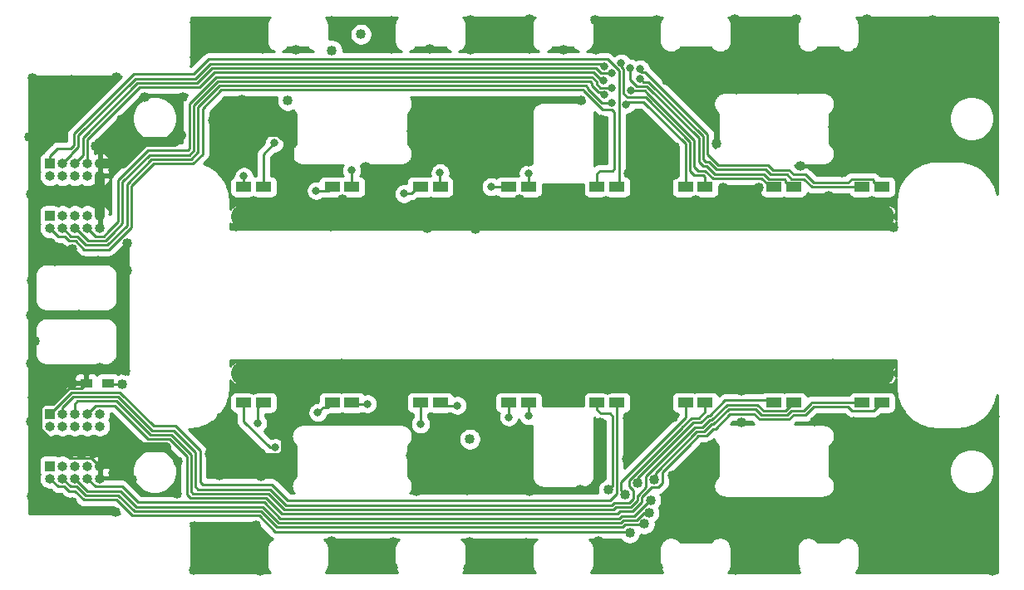
<source format=gtl>
G04 #@! TF.GenerationSoftware,KiCad,Pcbnew,(5.1.6-0-10_14)*
G04 #@! TF.CreationDate,2021-06-29T19:39:51+09:00*
G04 #@! TF.ProjectId,qPCR-photodiode,71504352-2d70-4686-9f74-6f64696f6465,rev?*
G04 #@! TF.SameCoordinates,Original*
G04 #@! TF.FileFunction,Copper,L1,Top*
G04 #@! TF.FilePolarity,Positive*
%FSLAX46Y46*%
G04 Gerber Fmt 4.6, Leading zero omitted, Abs format (unit mm)*
G04 Created by KiCad (PCBNEW (5.1.6-0-10_14)) date 2021-06-29 19:39:51*
%MOMM*%
%LPD*%
G01*
G04 APERTURE LIST*
G04 #@! TA.AperFunction,ComponentPad*
%ADD10O,1.000000X1.000000*%
G04 #@! TD*
G04 #@! TA.AperFunction,ComponentPad*
%ADD11R,1.000000X1.000000*%
G04 #@! TD*
G04 #@! TA.AperFunction,SMDPad,CuDef*
%ADD12R,1.600000X1.000000*%
G04 #@! TD*
G04 #@! TA.AperFunction,SMDPad,CuDef*
%ADD13R,1.200000X0.900000*%
G04 #@! TD*
G04 #@! TA.AperFunction,ViaPad*
%ADD14C,0.800000*%
G04 #@! TD*
G04 #@! TA.AperFunction,ViaPad*
%ADD15C,1.016000*%
G04 #@! TD*
G04 #@! TA.AperFunction,ViaPad*
%ADD16C,1.200000*%
G04 #@! TD*
G04 #@! TA.AperFunction,Conductor*
%ADD17C,2.540000*%
G04 #@! TD*
G04 #@! TA.AperFunction,Conductor*
%ADD18C,1.016000*%
G04 #@! TD*
G04 #@! TA.AperFunction,Conductor*
%ADD19C,0.250000*%
G04 #@! TD*
G04 #@! TA.AperFunction,Conductor*
%ADD20C,0.254000*%
G04 #@! TD*
G04 APERTURE END LIST*
D10*
X90910204Y-93198814D03*
X90910204Y-91928814D03*
X89640204Y-93198814D03*
X89640204Y-91928814D03*
X88370204Y-93198814D03*
X88370204Y-91928814D03*
X87100204Y-93198814D03*
X87100204Y-91928814D03*
X85830204Y-93198814D03*
D11*
X85830204Y-91928814D03*
D12*
X105578789Y-88998367D03*
X105578789Y-91998367D03*
X107578789Y-91998367D03*
X107578789Y-88998367D03*
X105578789Y-107997934D03*
X105578789Y-110997934D03*
X107578789Y-110997934D03*
X107578789Y-107997934D03*
X114578789Y-107997934D03*
X114578789Y-110997934D03*
X116578789Y-110997934D03*
X116578789Y-107997934D03*
X123578789Y-107997934D03*
X123578789Y-110997934D03*
X125578789Y-110997934D03*
X125578789Y-107997934D03*
X132578789Y-107997934D03*
X132578789Y-110997934D03*
X134578789Y-110997934D03*
X134578789Y-107997934D03*
X141578789Y-110997934D03*
X141578789Y-107997934D03*
X143578789Y-107997934D03*
X143578789Y-110997934D03*
X150578789Y-110997934D03*
X150578789Y-107997934D03*
X152578789Y-107997934D03*
X152578789Y-110997934D03*
X159578789Y-110997934D03*
X159578789Y-107997934D03*
X161578789Y-107997934D03*
X161578789Y-110997934D03*
X168578789Y-110997934D03*
X168578789Y-107997934D03*
X170578789Y-107997934D03*
X170578789Y-110997934D03*
X114578789Y-88998367D03*
X114578789Y-91998367D03*
X116578789Y-91998367D03*
X116578789Y-88998367D03*
X123578789Y-88998367D03*
X123578789Y-91998367D03*
X125578789Y-91998367D03*
X125578789Y-88998367D03*
X132578789Y-88998367D03*
X132578789Y-91998367D03*
X134578789Y-91998367D03*
X134578789Y-88998367D03*
X141578789Y-91998367D03*
X141578789Y-88998367D03*
X143578789Y-88998367D03*
X143578789Y-91998367D03*
X150578789Y-91998367D03*
X150578789Y-88998367D03*
X152578789Y-88998367D03*
X152578789Y-91998367D03*
X159578789Y-91998367D03*
X159578789Y-88998367D03*
X161578789Y-88998367D03*
X161578789Y-91998367D03*
X168578789Y-91998367D03*
X168578789Y-88998367D03*
X170578789Y-88998367D03*
X170578789Y-91998367D03*
D10*
X90910204Y-118738814D03*
X90910204Y-117468814D03*
X89640204Y-118738814D03*
X89640204Y-117468814D03*
X88370204Y-118738814D03*
X88370204Y-117468814D03*
X87100204Y-118738814D03*
X87100204Y-117468814D03*
X85830204Y-118738814D03*
D11*
X85830204Y-117468814D03*
X85830204Y-112134814D03*
D10*
X85830204Y-113404814D03*
X87100204Y-112134814D03*
X87100204Y-113404814D03*
X88370204Y-112134814D03*
X88370204Y-113404814D03*
X89640204Y-112134814D03*
X89640204Y-113404814D03*
X90910204Y-112134814D03*
X90910204Y-113404814D03*
D11*
X85830204Y-86594814D03*
D10*
X85830204Y-87864814D03*
X87100204Y-86594814D03*
X87100204Y-87864814D03*
X88370204Y-86594814D03*
X88370204Y-87864814D03*
X89640204Y-86594814D03*
X89640204Y-87864814D03*
X90910204Y-86594814D03*
X90910204Y-87864814D03*
D13*
X89540000Y-109000000D03*
X91740000Y-109000000D03*
D14*
X97680000Y-115600000D03*
X103710000Y-115600000D03*
D15*
X99196972Y-83760000D03*
X105052095Y-84357003D03*
X85910000Y-94760000D03*
X88080000Y-95340000D03*
X93730000Y-94770000D03*
X93720000Y-97520000D03*
X84380000Y-92520000D03*
X84960000Y-90440000D03*
X83880000Y-89770000D03*
X83740000Y-83900000D03*
X84020000Y-77920000D03*
X92560000Y-77800000D03*
X87050000Y-83080000D03*
X89860000Y-80420000D03*
X87990000Y-78040000D03*
X85690000Y-80550000D03*
X90510000Y-84860000D03*
X93090000Y-82120000D03*
X93170000Y-84230000D03*
X95470000Y-79860000D03*
X99340000Y-79790000D03*
X102460000Y-82160000D03*
X102770000Y-84170000D03*
X103690000Y-87590000D03*
X105380000Y-80050000D03*
X108470000Y-83230000D03*
X109960000Y-85250000D03*
X117970000Y-86970000D03*
X124460000Y-86970000D03*
X122650000Y-83300000D03*
X123590000Y-80270000D03*
X128930000Y-83350000D03*
X130730000Y-86730000D03*
X134620000Y-86430000D03*
X139920000Y-80160000D03*
X133880000Y-80240000D03*
X100580000Y-75770000D03*
X100580000Y-72230000D03*
X107370000Y-72120000D03*
X107480000Y-74940000D03*
X103850000Y-73730000D03*
X110910000Y-75010000D03*
X114560000Y-72040000D03*
X120660000Y-72040000D03*
X120590000Y-74900000D03*
X128700000Y-71990000D03*
X128660000Y-75030000D03*
X134680000Y-71860000D03*
X134650000Y-74930000D03*
X131620000Y-73460000D03*
X124520000Y-74880000D03*
X138190000Y-75040000D03*
X141420000Y-75040000D03*
X141380000Y-71920000D03*
X147630000Y-71920000D03*
X147740000Y-75220000D03*
X144550000Y-73700000D03*
X155560000Y-71910000D03*
X155570000Y-74830000D03*
X161820000Y-71890000D03*
X161880000Y-74960000D03*
X158720000Y-73350000D03*
X148640000Y-78150000D03*
X153690000Y-84570000D03*
X151620000Y-80850000D03*
X152230000Y-76640000D03*
X155780000Y-79070000D03*
X162020000Y-79050000D03*
X158750000Y-76860000D03*
X168000000Y-75260000D03*
X165030000Y-77320000D03*
X165590000Y-82910000D03*
X166530000Y-87520000D03*
X170620000Y-86870000D03*
X173110000Y-87070000D03*
X182080000Y-72210000D03*
X162290000Y-86830000D03*
X145100000Y-81890000D03*
X149480000Y-84940000D03*
X149420000Y-87780000D03*
X144760000Y-87610000D03*
X141900000Y-86170000D03*
X141930000Y-82110000D03*
X146500000Y-84980000D03*
X147070000Y-89980000D03*
X138230000Y-89940000D03*
X120180000Y-90430000D03*
X115630000Y-90270000D03*
X106580000Y-90430000D03*
X111080000Y-90500000D03*
X110610000Y-92840000D03*
X114450000Y-93020000D03*
X119950000Y-92990000D03*
X104760000Y-93040000D03*
X124250000Y-93190000D03*
X124750000Y-90590000D03*
X129200000Y-93290000D03*
X129050000Y-90690000D03*
X127660000Y-89090000D03*
X133630000Y-90210000D03*
X133670000Y-92580000D03*
X138350000Y-92600000D03*
X142480000Y-90420000D03*
X142650000Y-92840000D03*
X147130000Y-92690000D03*
X151640000Y-90310000D03*
X151690000Y-92820000D03*
X154430000Y-89090000D03*
X158050000Y-89050000D03*
X156250000Y-92840000D03*
X160690000Y-90500000D03*
X160710000Y-92660000D03*
X165170000Y-89870000D03*
X165170000Y-92930000D03*
X169580000Y-90420000D03*
X171780000Y-93100000D03*
X169070000Y-71830000D03*
X175740000Y-71970000D03*
X175700000Y-75910000D03*
X172230000Y-74030000D03*
X179500000Y-74030000D03*
X181770000Y-77080000D03*
X178860000Y-79320000D03*
X181930000Y-83770000D03*
X177980000Y-84820000D03*
X168460000Y-79780000D03*
X171910000Y-77510000D03*
X175310000Y-79530000D03*
X171660000Y-82440000D03*
X168320000Y-85030000D03*
X174990000Y-84040000D03*
X182110000Y-112450000D03*
X179020000Y-114040000D03*
X181820000Y-116050000D03*
X178360000Y-120760000D03*
X176890000Y-116350000D03*
X181700000Y-122430000D03*
X181860000Y-128180000D03*
X176220000Y-127940000D03*
X169390000Y-128000000D03*
X169280000Y-124270000D03*
X176280000Y-124270000D03*
X180000000Y-125850000D03*
X172210000Y-125800000D03*
X172670000Y-121730000D03*
X174920000Y-118350000D03*
X172610000Y-112200000D03*
X173910000Y-115360000D03*
X165950000Y-116880000D03*
X163740000Y-112910000D03*
X165250000Y-109850000D03*
X171520000Y-107210000D03*
X169610000Y-109500000D03*
X165620000Y-106970000D03*
X160630000Y-109630000D03*
X160610000Y-107280000D03*
X156250000Y-109820000D03*
X156270000Y-107410000D03*
X151550000Y-109650000D03*
X151590000Y-107290000D03*
X147290000Y-110000000D03*
X147350000Y-107390000D03*
X142600000Y-109730000D03*
X142570000Y-107260000D03*
X138050000Y-109870000D03*
X138110000Y-107220000D03*
X133630000Y-109570000D03*
X133630000Y-107490000D03*
X129180000Y-109840000D03*
X129200000Y-107280000D03*
X124590000Y-109560000D03*
X124630000Y-107110000D03*
X120150000Y-110940000D03*
X120170000Y-107270000D03*
X115560000Y-109670000D03*
X115530000Y-106970000D03*
X111210000Y-109820000D03*
X110320000Y-107140000D03*
X106580000Y-109760000D03*
X106590000Y-107060000D03*
X103240000Y-112510000D03*
X98880000Y-117020000D03*
X98770000Y-120270000D03*
X94230000Y-118860000D03*
X93830000Y-115810000D03*
X87720000Y-115590000D03*
X85090000Y-115490000D03*
X83920000Y-112960000D03*
X85810000Y-110080000D03*
X83860000Y-106980000D03*
X83920000Y-102080000D03*
X84000000Y-120550000D03*
X88140000Y-121180000D03*
X92520000Y-122180000D03*
X102100000Y-116220000D03*
X107320000Y-118490000D03*
X103080000Y-118400000D03*
X100520000Y-123580000D03*
X100470000Y-128100000D03*
X106860000Y-123530000D03*
X103730000Y-126220000D03*
X107270000Y-128180000D03*
X114570000Y-125100000D03*
X114510000Y-127990000D03*
X120830000Y-125170000D03*
X120770000Y-127850000D03*
X117640000Y-126650000D03*
X128560000Y-125200000D03*
X128430000Y-127910000D03*
X134330000Y-125300000D03*
X134650000Y-127940000D03*
X131490000Y-126360000D03*
X141670000Y-125130000D03*
X141630000Y-127990000D03*
X147830000Y-125170000D03*
X147830000Y-127840000D03*
X144690000Y-126640000D03*
X155530000Y-125470000D03*
X161700000Y-125470000D03*
X161750000Y-127950000D03*
X155670000Y-128090000D03*
X158960000Y-126810000D03*
X165350000Y-122680000D03*
X169150000Y-119930000D03*
X171600000Y-117930000D03*
X168900000Y-115530000D03*
X167700000Y-112930000D03*
X153260000Y-115300000D03*
X149270000Y-118460000D03*
X148580000Y-121900000D03*
X151780000Y-123100000D03*
X156390000Y-121150000D03*
X152550000Y-119340000D03*
X160280000Y-122190000D03*
X149300000Y-112540000D03*
X144550000Y-116730000D03*
X144660000Y-112570000D03*
X147010000Y-114510000D03*
X141890000Y-113020000D03*
X141750000Y-118460000D03*
X139810000Y-119890000D03*
X134670000Y-120010000D03*
X134440000Y-115730000D03*
X131510000Y-113500000D03*
X125200000Y-113620000D03*
X122600000Y-116380000D03*
X123200000Y-120060000D03*
X126350000Y-116930000D03*
X128310000Y-119930000D03*
X131520000Y-117750000D03*
X156240000Y-112990000D03*
X88055548Y-109126783D03*
X93480000Y-102950000D03*
X93570000Y-107730000D03*
X84140000Y-95550000D03*
X83950000Y-98550000D03*
X90760000Y-96540000D03*
X86350000Y-96610000D03*
X93370000Y-99860000D03*
X88750000Y-102040000D03*
X84280000Y-104760000D03*
X93220000Y-105520000D03*
X86580000Y-107730000D03*
X90890000Y-107470000D03*
X84020000Y-110440000D03*
X181750000Y-87340000D03*
D16*
X101500000Y-126000000D03*
X174350000Y-126770000D03*
X173570000Y-75610000D03*
X101760000Y-73840000D03*
D14*
X108804990Y-115590000D03*
X106990000Y-113100020D03*
X113120000Y-112024990D03*
X118170000Y-111124970D03*
X123580000Y-113190000D03*
X127330000Y-111289989D03*
X132580000Y-112470000D03*
X134590000Y-112350000D03*
D15*
X142745789Y-119880980D03*
X144882913Y-124293375D03*
X144417484Y-120377328D03*
X146371265Y-123380070D03*
X145692744Y-119241706D03*
X146867453Y-122247472D03*
X147376629Y-118830642D03*
X147013791Y-120967952D03*
D14*
X105580000Y-87910000D03*
X108701152Y-84518848D03*
X112960000Y-89375040D03*
X116570000Y-87310000D03*
X121900000Y-89680000D03*
X125570000Y-87550000D03*
X130780000Y-88990000D03*
X134570000Y-87620000D03*
X143065000Y-80381296D03*
X144515000Y-80573236D03*
X142317347Y-76692653D03*
X144029504Y-76354199D03*
X142314036Y-79592653D03*
X144983464Y-79125384D03*
X143024455Y-77417653D03*
X144961514Y-76882482D03*
X143052678Y-78867653D03*
X145949346Y-77992958D03*
X142237597Y-78142653D03*
X145958159Y-76964348D03*
D15*
X93210000Y-109120000D03*
X110050000Y-80170000D03*
X128610000Y-114720000D03*
X117520000Y-73420000D03*
X114560000Y-75050000D03*
D17*
X170578789Y-91998367D02*
X168578789Y-91998367D01*
X168578789Y-91998367D02*
X161578789Y-91998367D01*
X161578789Y-91998367D02*
X159578789Y-91998367D01*
X159578789Y-91998367D02*
X152578789Y-91998367D01*
X152578789Y-91998367D02*
X150578789Y-91998367D01*
X150578789Y-91998367D02*
X143578789Y-91998367D01*
X143578789Y-91998367D02*
X141578789Y-91998367D01*
X141578789Y-91998367D02*
X134578789Y-91998367D01*
X134578789Y-91998367D02*
X132578789Y-91998367D01*
X132578789Y-91998367D02*
X125578789Y-91998367D01*
X123578789Y-91998367D02*
X125578789Y-91998367D01*
X123578789Y-91998367D02*
X116578789Y-91998367D01*
X116578789Y-91998367D02*
X114578789Y-91998367D01*
X107578789Y-91998367D02*
X105578789Y-91998367D01*
X114578789Y-107997934D02*
X116578789Y-107997934D01*
X116578789Y-107997934D02*
X123578789Y-107997934D01*
X123578789Y-107997934D02*
X125578789Y-107997934D01*
X125578789Y-107997934D02*
X132578789Y-107997934D01*
X132578789Y-107997934D02*
X134578789Y-107997934D01*
X134578789Y-107997934D02*
X141578789Y-107997934D01*
X141578789Y-107997934D02*
X143578789Y-107997934D01*
X143578789Y-107997934D02*
X150578789Y-107997934D01*
X150578789Y-107997934D02*
X152578789Y-107997934D01*
X152578789Y-107997934D02*
X159578789Y-107997934D01*
X159578789Y-107997934D02*
X161578789Y-107997934D01*
X161578789Y-107997934D02*
X168578789Y-107997934D01*
X168578789Y-107997934D02*
X170578789Y-107997934D01*
D18*
X109912991Y-108892991D02*
X109017934Y-107997934D01*
X103710000Y-115600000D02*
X104808001Y-116698001D01*
X104808001Y-116698001D02*
X109336831Y-116698001D01*
D17*
X109017934Y-107997934D02*
X114578789Y-107997934D01*
D18*
X109912991Y-116121841D02*
X109912991Y-108892991D01*
X109336831Y-116698001D02*
X109912991Y-116121841D01*
D17*
X107578789Y-107997934D02*
X109017934Y-107997934D01*
D18*
X90910204Y-87864814D02*
X90910204Y-91928814D01*
X90910204Y-86594814D02*
X93057902Y-86594814D01*
X93057902Y-86594814D02*
X93312393Y-86594814D01*
X93312393Y-86594814D02*
X95470236Y-84436972D01*
X95470236Y-84436972D02*
X97970000Y-84436972D01*
X98520000Y-84436972D02*
X99196972Y-83760000D01*
X97970000Y-84436972D02*
X98520000Y-84436972D01*
X110181633Y-84359487D02*
X110181633Y-91998367D01*
X109232993Y-83410847D02*
X110181633Y-84359487D01*
X105998251Y-83410847D02*
X109232993Y-83410847D01*
X105052095Y-84357003D02*
X105998251Y-83410847D01*
D17*
X110181633Y-91998367D02*
X107578789Y-91998367D01*
X114578789Y-91998367D02*
X110181633Y-91998367D01*
D19*
X90085203Y-116643813D02*
X90910204Y-117468814D01*
X84920000Y-111460016D02*
X84920000Y-113715612D01*
X85225712Y-111154304D02*
X84920000Y-111460016D01*
X87848201Y-116643813D02*
X90085203Y-116643813D01*
X86174304Y-111154304D02*
X85225712Y-111154304D01*
X84920000Y-113715612D02*
X87848201Y-116643813D01*
X87818834Y-109509774D02*
X89030226Y-109509774D01*
X89030226Y-109509774D02*
X89540000Y-109000000D01*
X88055548Y-109126783D02*
X87930000Y-109252331D01*
X87930000Y-109252331D02*
X87930000Y-109509773D01*
X87930000Y-109509773D02*
X87818835Y-109509773D01*
X87818835Y-109509773D02*
X87674304Y-109654304D01*
X87674304Y-109654304D02*
X86174304Y-111154304D01*
X87818834Y-109509774D02*
X87674304Y-109654304D01*
D18*
X92779018Y-115600000D02*
X90910204Y-117468814D01*
X97680000Y-115600000D02*
X92779018Y-115600000D01*
D17*
X105578789Y-107997934D02*
X107578789Y-107997934D01*
D19*
X105578789Y-112929484D02*
X105578789Y-110997934D01*
X108239305Y-115590000D02*
X105578789Y-112929484D01*
X108804990Y-115590000D02*
X108239305Y-115590000D01*
X106990000Y-113100020D02*
X106990000Y-111510000D01*
X107502066Y-110997934D02*
X107578789Y-110997934D01*
X106990000Y-111510000D02*
X107502066Y-110997934D01*
X113120000Y-112024990D02*
X113644990Y-111500000D01*
X114076723Y-111500000D02*
X114578789Y-110997934D01*
X113644990Y-111500000D02*
X114076723Y-111500000D01*
X116705825Y-111124970D02*
X116578789Y-110997934D01*
X118170000Y-111124970D02*
X116705825Y-111124970D01*
X123580000Y-110999145D02*
X123578789Y-110997934D01*
X123580000Y-113190000D02*
X123580000Y-110999145D01*
X125870844Y-111289989D02*
X125578789Y-110997934D01*
X127330000Y-111289989D02*
X125870844Y-111289989D01*
X132580000Y-110999145D02*
X132578789Y-110997934D01*
X132580000Y-112470000D02*
X132580000Y-110999145D01*
X134590000Y-111009145D02*
X134578789Y-110997934D01*
X134590000Y-112350000D02*
X134590000Y-111009145D01*
X141578789Y-111747934D02*
X141940855Y-112110000D01*
X141578789Y-110997934D02*
X141578789Y-111747934D01*
X142850000Y-112110000D02*
X143128779Y-112388779D01*
X141940855Y-112110000D02*
X142850000Y-112110000D01*
X143128779Y-119497990D02*
X142745789Y-119880980D01*
X143128779Y-112388779D02*
X143128779Y-119497990D01*
X87738805Y-120013825D02*
X87288795Y-119563815D01*
X87288795Y-119563815D02*
X86655205Y-119563815D01*
X88372395Y-120013825D02*
X87738805Y-120013825D01*
X89272415Y-120913845D02*
X88372395Y-120013825D01*
X92616985Y-120913845D02*
X89272415Y-120913845D01*
X107125160Y-122540030D02*
X94243170Y-122540030D01*
X94243170Y-122540030D02*
X92616985Y-120913845D01*
X108745200Y-124160070D02*
X107125160Y-122540030D01*
X86655205Y-119563815D02*
X85830204Y-118738814D01*
X142190070Y-124160070D02*
X108745200Y-124160070D01*
X144749608Y-124160070D02*
X144882913Y-124293375D01*
X142190070Y-124160070D02*
X144749608Y-124160070D01*
X101110030Y-119100000D02*
X101110030Y-115920830D01*
X92976020Y-109959783D02*
X88005235Y-109959783D01*
X108429960Y-119389960D02*
X101429960Y-119389960D01*
X101140000Y-119100000D02*
X101110030Y-119100000D01*
X110050000Y-121010000D02*
X108429960Y-119389960D01*
X101429960Y-119389960D02*
X101140000Y-119100000D01*
X88005235Y-109959783D02*
X85830204Y-112134814D01*
X98589203Y-113400003D02*
X96416237Y-113400000D01*
X101110030Y-115920830D02*
X98589203Y-113400003D01*
X142860000Y-121010000D02*
X110050000Y-121010000D01*
X143578789Y-120291211D02*
X142860000Y-121010000D01*
X96416237Y-113400000D02*
X92976020Y-109959783D01*
X143578789Y-110997934D02*
X143578789Y-120291211D01*
X87925205Y-119563815D02*
X87100204Y-118738814D01*
X92803385Y-120463835D02*
X89458815Y-120463835D01*
X94429570Y-122090020D02*
X92803385Y-120463835D01*
X107311560Y-122090020D02*
X94429570Y-122090020D01*
X88558795Y-119563815D02*
X87925205Y-119563815D01*
X108931600Y-123710060D02*
X107311560Y-122090020D01*
X135988400Y-123710060D02*
X108931600Y-123710060D01*
X89458815Y-120463835D02*
X88558795Y-119563815D01*
X150578789Y-112541211D02*
X150578789Y-110997934D01*
X144028799Y-119091201D02*
X150578789Y-112541211D01*
X144028799Y-119988643D02*
X144028799Y-119091201D01*
X144417484Y-120377328D02*
X144028799Y-119988643D01*
X135988400Y-123710060D02*
X142239940Y-123710060D01*
X142239940Y-123710060D02*
X142376471Y-123710061D01*
X144177722Y-123710061D02*
X144427408Y-123460375D01*
X146290960Y-123460375D02*
X146371265Y-123380070D01*
X144427408Y-123460375D02*
X146290960Y-123460375D01*
X142239940Y-123710060D02*
X144177722Y-123710061D01*
X152578789Y-110997934D02*
X152578789Y-111961211D01*
X152578789Y-111961211D02*
X151960000Y-112580000D01*
X151960000Y-112580000D02*
X151176410Y-112580000D01*
X87100204Y-111501224D02*
X87100204Y-112134814D01*
X88191635Y-110409793D02*
X87100204Y-111501224D01*
X98402802Y-113850012D02*
X96229837Y-113850010D01*
X92789620Y-110409793D02*
X88191635Y-110409793D01*
X100660020Y-119570020D02*
X100660020Y-116107230D01*
X100660020Y-116107230D02*
X98402802Y-113850012D01*
X100929970Y-119839970D02*
X100660020Y-119570020D01*
X96229837Y-113850010D02*
X92789620Y-110409793D01*
X108243560Y-119839970D02*
X100929970Y-119839970D01*
X109863600Y-121460010D02*
X108243560Y-119839970D01*
X109863600Y-121460010D02*
X135056401Y-121460009D01*
X151176410Y-112580000D02*
X150196400Y-113560010D01*
X135056401Y-121460009D02*
X143046401Y-121460009D01*
X143046401Y-121460009D02*
X143296081Y-121210329D01*
X143296081Y-121210329D02*
X144017643Y-121210329D01*
X145250485Y-120777169D02*
X145250485Y-119977487D01*
X144817325Y-121210329D02*
X145250485Y-120777169D01*
X144017643Y-121210329D02*
X144817325Y-121210329D01*
X144840000Y-119567002D02*
X144840000Y-118916410D01*
X145250485Y-119977487D02*
X144840000Y-119567002D01*
X144840000Y-118916410D02*
X150253205Y-113503205D01*
X151390000Y-113050000D02*
X151370010Y-113030010D01*
X151370010Y-113030010D02*
X151362810Y-113030010D01*
X151342820Y-113050000D02*
X151390000Y-113050000D01*
X145692744Y-118700076D02*
X151342820Y-113050000D01*
X145692744Y-119241706D02*
X145692744Y-118700076D01*
X146325822Y-122247472D02*
X146867453Y-122247472D01*
X144241008Y-123010365D02*
X145562929Y-123010365D01*
X136200051Y-123260051D02*
X143991321Y-123260052D01*
X136200049Y-123260049D02*
X136200051Y-123260051D01*
X109118000Y-123260050D02*
X136200049Y-123260049D01*
X107497960Y-121640010D02*
X109118000Y-123260050D01*
X92989785Y-120013825D02*
X94615970Y-121640010D01*
X94615970Y-121640010D02*
X107497960Y-121640010D01*
X89645215Y-120013825D02*
X92989785Y-120013825D01*
X145562929Y-123010365D02*
X146325822Y-122247472D01*
X143991321Y-123260052D02*
X144241008Y-123010365D01*
X88370204Y-118738814D02*
X89645215Y-120013825D01*
X159330836Y-110749981D02*
X159578789Y-110997934D01*
X154610019Y-110749981D02*
X159330836Y-110749981D01*
X153050000Y-112310000D02*
X154610019Y-110749981D01*
X152866410Y-112310000D02*
X153050000Y-112310000D01*
X152126410Y-113050000D02*
X152866410Y-112310000D01*
X151390000Y-113050000D02*
X152126410Y-113050000D01*
X157895844Y-111199991D02*
X158518788Y-111822935D01*
X160753788Y-111822935D02*
X161578789Y-110997934D01*
X153052811Y-112760009D02*
X153236401Y-112760009D01*
X152312810Y-113500010D02*
X153052811Y-112760009D01*
X145737292Y-120430000D02*
X146525745Y-119641547D01*
X146525745Y-119641547D02*
X146525745Y-118503485D01*
X151529220Y-113500010D02*
X152312810Y-113500010D01*
X145003726Y-121660338D02*
X145700495Y-120963569D01*
X158518788Y-111822935D02*
X160753788Y-111822935D01*
X108057160Y-120289980D02*
X109677200Y-121910020D01*
X143490000Y-121670000D02*
X143490000Y-121660339D01*
X145700495Y-120430000D02*
X145737292Y-120430000D01*
X146525745Y-118503485D02*
X151529220Y-113500010D01*
X143249982Y-121910018D02*
X143490000Y-121670000D01*
X88370204Y-112134814D02*
X88370204Y-111139816D01*
X109677200Y-121910020D02*
X122790000Y-121910020D01*
X154796419Y-111199991D02*
X157895844Y-111199991D01*
X122790000Y-121910020D02*
X122790002Y-121910018D01*
X92603220Y-110859803D02*
X96043437Y-114300020D01*
X100210010Y-120080010D02*
X100419980Y-120289980D01*
X100210010Y-116293630D02*
X100210010Y-120080010D01*
X96043437Y-114300020D02*
X98216401Y-114300021D01*
X100419980Y-120289980D02*
X108057160Y-120289980D01*
X145700495Y-120963569D02*
X145700495Y-120430000D01*
X153236401Y-112760009D02*
X154796419Y-111199991D01*
X98216401Y-114300021D02*
X100210010Y-116293630D01*
X143490000Y-121660339D02*
X145003726Y-121660338D01*
X122790002Y-121910018D02*
X143249982Y-121910018D01*
X88650217Y-110859803D02*
X92603220Y-110859803D01*
X88370204Y-111139816D02*
X88650217Y-110859803D01*
X90465205Y-119563815D02*
X89640204Y-118738814D01*
X93176185Y-119563815D02*
X90465205Y-119563815D01*
X109304400Y-122810040D02*
X107684360Y-121190000D01*
X107684360Y-121190000D02*
X94802370Y-121190000D01*
X135615600Y-122810040D02*
X109304400Y-122810040D01*
X94802370Y-121190000D02*
X93176185Y-119563815D01*
X135615600Y-122810040D02*
X142790040Y-122810040D01*
X142790040Y-122810040D02*
X143804924Y-122810039D01*
X144054606Y-122560357D02*
X145376528Y-122560356D01*
X143804924Y-122810039D02*
X144054606Y-122560357D01*
X146968932Y-120967952D02*
X147013791Y-120967952D01*
X145376528Y-122560356D02*
X146968932Y-120967952D01*
X163372066Y-111089659D02*
X163372066Y-110997934D01*
X154982820Y-111650000D02*
X157709443Y-111650000D01*
X160940188Y-112272945D02*
X161390198Y-111822935D01*
X158332388Y-112272945D02*
X160940188Y-112272945D01*
X153239212Y-113210018D02*
X153422802Y-113210018D01*
X151715620Y-113950020D02*
X152499210Y-113950020D01*
X147520000Y-118145640D02*
X151715620Y-113950020D01*
X161390198Y-111822935D02*
X162638790Y-111822935D01*
X147520000Y-118687271D02*
X147520000Y-118145640D01*
X157709443Y-111650000D02*
X158332388Y-112272945D01*
X163372066Y-110997934D02*
X168578789Y-110997934D01*
X162638790Y-111822935D02*
X163372066Y-111089659D01*
X153422802Y-113210018D02*
X154982820Y-111650000D01*
X152499210Y-113950020D02*
X153239212Y-113210018D01*
X147376629Y-118830642D02*
X147520000Y-118687271D01*
X89640204Y-112134814D02*
X89640204Y-111819796D01*
X150922021Y-115380029D02*
X150922020Y-115380030D01*
X148209630Y-118092420D02*
X150922021Y-115380029D01*
X148209630Y-119230483D02*
X148209630Y-118092420D01*
X147776470Y-119663643D02*
X148209630Y-119230483D01*
X146150505Y-121149969D02*
X146150505Y-120653197D01*
X145190127Y-122110347D02*
X146150505Y-121149969D01*
X146150505Y-120653197D02*
X147140059Y-119663643D01*
X143868206Y-122110347D02*
X145190127Y-122110347D01*
X143618523Y-122360030D02*
X143868206Y-122110347D01*
X109490800Y-122360030D02*
X143618523Y-122360030D01*
X100109990Y-120739990D02*
X107870760Y-120739990D01*
X107870760Y-120739990D02*
X109490800Y-122360030D01*
X98030000Y-114750030D02*
X99760000Y-116480030D01*
X99760000Y-120390000D02*
X100109990Y-120739990D01*
X99760000Y-116480030D02*
X99760000Y-120390000D01*
X95857037Y-114750030D02*
X98030000Y-114750030D01*
X147140059Y-119663643D02*
X147776470Y-119663643D01*
X92416820Y-111309813D02*
X95857037Y-114750030D01*
X90465205Y-111309813D02*
X92416820Y-111309813D01*
X89640204Y-112134814D02*
X90465205Y-111309813D01*
X169753788Y-111822935D02*
X170578789Y-110997934D01*
X167143797Y-111447944D02*
X167518788Y-111822935D01*
X163650191Y-111447944D02*
X167143797Y-111447944D01*
X167518788Y-111822935D02*
X169753788Y-111822935D01*
X161576598Y-112272945D02*
X162825190Y-112272945D01*
X150922021Y-115380029D02*
X151902020Y-114400030D01*
X162825190Y-112272945D02*
X163650191Y-111447944D01*
X158145987Y-112722954D02*
X161126588Y-112722955D01*
X157580032Y-112156999D02*
X158145987Y-112722954D01*
X155112231Y-112156999D02*
X157580032Y-112156999D01*
X161126588Y-112722955D02*
X161576598Y-112272945D01*
X153609203Y-113660027D02*
X155112231Y-112156999D01*
X151902020Y-114400030D02*
X152685610Y-114400030D01*
X153425613Y-113660027D02*
X153609203Y-113660027D01*
X152685610Y-114400030D02*
X153425613Y-113660027D01*
X105580000Y-88997156D02*
X105578789Y-88998367D01*
X105580000Y-87910000D02*
X105580000Y-88997156D01*
X107578789Y-85641211D02*
X107578789Y-88998367D01*
X108701152Y-84518848D02*
X107578789Y-85641211D01*
X114202116Y-89375040D02*
X114578789Y-88998367D01*
X112960000Y-89375040D02*
X114202116Y-89375040D01*
X116570000Y-88989578D02*
X116578789Y-88998367D01*
X116570000Y-87310000D02*
X116570000Y-88989578D01*
X121900000Y-89680000D02*
X122620000Y-89680000D01*
X123301633Y-88998367D02*
X123578789Y-88998367D01*
X122620000Y-89680000D02*
X123301633Y-88998367D01*
X125570000Y-88989578D02*
X125578789Y-88998367D01*
X125570000Y-87550000D02*
X125570000Y-88989578D01*
X132570422Y-88990000D02*
X132578789Y-88998367D01*
X130780000Y-88990000D02*
X132570422Y-88990000D01*
X134578789Y-87628789D02*
X134570000Y-87620000D01*
X134578789Y-88998367D02*
X134578789Y-87628789D01*
X142121971Y-81110000D02*
X143090000Y-81110000D01*
X140159973Y-79148002D02*
X142121971Y-81110000D01*
X143090000Y-81110000D02*
X143339990Y-81359990D01*
X140159972Y-79110000D02*
X140159973Y-79148002D01*
X86655205Y-94023815D02*
X87337793Y-94023815D01*
X87787803Y-94473825D02*
X88421395Y-94473825D01*
X103304870Y-79110000D02*
X140159972Y-79110000D01*
X143110000Y-87340000D02*
X141840000Y-87340000D01*
X89321415Y-95373843D02*
X91865408Y-95373842D01*
X88421395Y-94473825D02*
X89321415Y-95373843D01*
X141840000Y-87340000D02*
X141578789Y-87601211D01*
X143339990Y-87110010D02*
X143110000Y-87340000D01*
X143339990Y-81359990D02*
X143339990Y-87110010D01*
X141578789Y-87601211D02*
X141578789Y-88998367D01*
X87337793Y-94023815D02*
X87787803Y-94473825D01*
X85830204Y-93198814D02*
X86655205Y-94023815D01*
X103304870Y-79110000D02*
X101380000Y-81034870D01*
X101380000Y-81034870D02*
X101380000Y-85640000D01*
X96393842Y-86622394D02*
X95176996Y-87839240D01*
X100397606Y-86622394D02*
X96393842Y-86622394D01*
X95176996Y-87839240D02*
X95175260Y-87839388D01*
X101380000Y-85640000D02*
X100397606Y-86622394D01*
X95175260Y-87839388D02*
X95093467Y-87936490D01*
X91865408Y-95373842D02*
X94124990Y-93114260D01*
X94124990Y-88904967D02*
X95093467Y-87936490D01*
X94124990Y-93114260D02*
X94124990Y-88904967D01*
X143790000Y-88787156D02*
X143578789Y-88998367D01*
X100470030Y-77489970D02*
X102000070Y-75959930D01*
X85830204Y-86594814D02*
X85830204Y-85844814D01*
X87983590Y-85050000D02*
X88289981Y-84743609D01*
X102000070Y-75959930D02*
X142609930Y-75959930D01*
X88289982Y-83570788D02*
X94370800Y-77489970D01*
X85830204Y-85844814D02*
X86625018Y-85050000D01*
X143790000Y-77140000D02*
X143790000Y-88787156D01*
X94370800Y-77489970D02*
X100470030Y-77489970D01*
X88289981Y-84743609D02*
X88289982Y-83570788D01*
X142609930Y-75959930D02*
X143790000Y-77140000D01*
X86625018Y-85050000D02*
X87983590Y-85050000D01*
X150578789Y-84578019D02*
X150578789Y-88998367D01*
X146310780Y-80310010D02*
X150578789Y-84578019D01*
X144778226Y-80310010D02*
X146310780Y-80310010D01*
X144515000Y-80573236D02*
X144778226Y-80310010D01*
X142029677Y-80381296D02*
X143065000Y-80381296D01*
X140609982Y-78860860D02*
X140609982Y-78961601D01*
X103118470Y-78659990D02*
X140409112Y-78659990D01*
X140609982Y-78961601D02*
X142029677Y-80381296D01*
X89507814Y-94923834D02*
X91679007Y-94923833D01*
X88607793Y-94023815D02*
X89507814Y-94923834D01*
X87100204Y-93198814D02*
X87149202Y-93198814D01*
X87974203Y-94023815D02*
X88607793Y-94023815D01*
X87149202Y-93198814D02*
X87974203Y-94023815D01*
X140409112Y-78659990D02*
X140609982Y-78860860D01*
X91679007Y-94923833D02*
X93674980Y-92927860D01*
X96188080Y-86170000D02*
X100213590Y-86170000D01*
X93674981Y-88683099D02*
X96188080Y-86170000D01*
X93674980Y-92927860D02*
X93674981Y-88683099D01*
X100213590Y-86170000D02*
X100929990Y-85453600D01*
X100929991Y-80848469D02*
X103118470Y-78659990D01*
X100929990Y-85453600D02*
X100929991Y-80848469D01*
X87100204Y-86594814D02*
X88060714Y-85634304D01*
X88060714Y-85609286D02*
X88739990Y-84930010D01*
X88060714Y-85634304D02*
X88060714Y-85609286D01*
X88739991Y-83757189D02*
X94557200Y-77939980D01*
X88739990Y-84930010D02*
X88739991Y-83757189D01*
X94557200Y-77939980D02*
X97900000Y-77939980D01*
X97900000Y-77939980D02*
X100656431Y-77939979D01*
X100656431Y-77939979D02*
X101398205Y-77198205D01*
X101398205Y-77198205D02*
X102186470Y-76409940D01*
X102186470Y-76409940D02*
X123170000Y-76409940D01*
X142034634Y-76409940D02*
X142317347Y-76692653D01*
X123170000Y-76409940D02*
X142034634Y-76409940D01*
X152578789Y-87978789D02*
X152578789Y-88998367D01*
X151410000Y-87780000D02*
X152380000Y-87780000D01*
X151028799Y-87398799D02*
X151410000Y-87780000D01*
X146497180Y-79860000D02*
X151028799Y-84391619D01*
X143990000Y-76703590D02*
X144240010Y-76953600D01*
X152380000Y-87780000D02*
X152578789Y-87978789D01*
X144645078Y-79860000D02*
X146497180Y-79860000D01*
X144240010Y-79454932D02*
X144645078Y-79860000D01*
X143990000Y-76393703D02*
X143990000Y-76703590D01*
X144029504Y-76354199D02*
X143990000Y-76393703D01*
X144240010Y-76953600D02*
X144240010Y-79454932D01*
X151028799Y-84391619D02*
X151028799Y-87398799D01*
X144983464Y-79125384D02*
X145026049Y-79167969D01*
X145026049Y-79167969D02*
X146441559Y-79167969D01*
X146441559Y-79167969D02*
X146726795Y-79453205D01*
X146726795Y-79453205D02*
X146821795Y-79548205D01*
X153356410Y-88120000D02*
X158340000Y-88120000D01*
X152566401Y-87329991D02*
X153356410Y-88120000D01*
X159218367Y-88998367D02*
X159578789Y-88998367D01*
X146726795Y-79453205D02*
X151478809Y-84205219D01*
X151478809Y-86928809D02*
X151879990Y-87329990D01*
X158340000Y-88120000D02*
X159218367Y-88998367D01*
X151478809Y-84205219D02*
X151478809Y-86928809D01*
X151879990Y-87329990D02*
X152566401Y-87329991D01*
X89694213Y-94473825D02*
X91492606Y-94473824D01*
X92193224Y-93756776D02*
X92193226Y-93756774D01*
X92193224Y-93773206D02*
X92193224Y-93756776D01*
X88419202Y-93198814D02*
X89694213Y-94473825D01*
X88370204Y-93198814D02*
X88419202Y-93198814D01*
X92238215Y-93728215D02*
X92163215Y-93803215D01*
X100027190Y-85719990D02*
X96001679Y-85719991D01*
X100479982Y-80662070D02*
X100479982Y-85267198D01*
X93224972Y-88496700D02*
X93224972Y-92741458D01*
X102932070Y-78209980D02*
X100479982Y-80662070D01*
X96001679Y-85719991D02*
X93224972Y-88496700D01*
X141059990Y-78409220D02*
X140860750Y-78209980D01*
X100479982Y-85267198D02*
X100027190Y-85719990D01*
X140860750Y-78209980D02*
X102932070Y-78209980D01*
X93224972Y-92741458D02*
X92238215Y-93728215D01*
X141703194Y-79317662D02*
X141059991Y-78674459D01*
X142039045Y-79317662D02*
X141703194Y-79317662D01*
X142314036Y-79592653D02*
X142039045Y-79317662D01*
X92163215Y-93803215D02*
X92193224Y-93773206D01*
X141059991Y-78674459D02*
X141059990Y-78409220D01*
X91492606Y-94473824D02*
X92163215Y-93803215D01*
X88370204Y-86594814D02*
X89190000Y-85775018D01*
X89190000Y-83943590D02*
X94743600Y-78389990D01*
X89190000Y-85775018D02*
X89190000Y-83943590D01*
X94743600Y-78389990D02*
X98130000Y-78389990D01*
X98160012Y-78389988D02*
X100842832Y-78389988D01*
X98160010Y-78389990D02*
X98160012Y-78389988D01*
X98130000Y-78389990D02*
X98160010Y-78389990D01*
X100842832Y-78389988D02*
X101561410Y-77671410D01*
X101561410Y-77671410D02*
X102372870Y-76859950D01*
X102372870Y-76859950D02*
X123380000Y-76859950D01*
X123380000Y-76859950D02*
X141100000Y-76859950D01*
X141100000Y-76859950D02*
X141419950Y-76859950D01*
X141977653Y-77417653D02*
X143024455Y-77417653D01*
X141419950Y-76859950D02*
X141977653Y-77417653D01*
X144961514Y-78078128D02*
X145601345Y-78717959D01*
X144961514Y-76882482D02*
X144961514Y-78078128D01*
X145601345Y-78717959D02*
X146447959Y-78717959D01*
X146447959Y-78717959D02*
X146467959Y-78717959D01*
X161140422Y-88560000D02*
X161578789Y-88998367D01*
X160638790Y-88173366D02*
X160780000Y-88314576D01*
X160780000Y-88314576D02*
X160780000Y-88560000D01*
X159083366Y-88173366D02*
X160638790Y-88173366D01*
X158579990Y-87669990D02*
X159083366Y-88173366D01*
X146627959Y-78717959D02*
X151928819Y-84018819D01*
X153542810Y-87669990D02*
X158579990Y-87669990D01*
X160780000Y-88560000D02*
X161140422Y-88560000D01*
X151928819Y-86398819D02*
X152409981Y-86879981D01*
X152409981Y-86879981D02*
X152752802Y-86879982D01*
X152752802Y-86879982D02*
X153542810Y-87669990D01*
X151928819Y-84018819D02*
X151928819Y-86398819D01*
X146447959Y-78717959D02*
X146627959Y-78717959D01*
X90465205Y-94023815D02*
X89640204Y-93198814D01*
X91306205Y-94023815D02*
X90465205Y-94023815D01*
X141510000Y-78222820D02*
X141047150Y-77759970D01*
X141047150Y-77759970D02*
X102745670Y-77759970D01*
X91743214Y-93586806D02*
X91306205Y-94023815D01*
X141510000Y-78488058D02*
X141510000Y-78222820D01*
X141889595Y-78867653D02*
X141510000Y-78488058D01*
X143052678Y-78867653D02*
X141889595Y-78867653D01*
X168228367Y-88998367D02*
X168578789Y-88998367D01*
X152939203Y-86429973D02*
X153729211Y-87219981D01*
X146297949Y-78267949D02*
X146814360Y-78267950D01*
X152639972Y-86429972D02*
X152939203Y-86429973D01*
X152378829Y-86168829D02*
X152639972Y-86429972D01*
X152378829Y-83832419D02*
X152378829Y-86168829D01*
X145949346Y-77992958D02*
X146022958Y-77992958D01*
X146814360Y-78267950D02*
X152378829Y-83832419D01*
X146022958Y-77992958D02*
X146297949Y-78267949D01*
X91743214Y-93570376D02*
X92774962Y-92538628D01*
X91743214Y-93586806D02*
X91743214Y-93570376D01*
X92774962Y-92538628D02*
X92774963Y-88310299D01*
X92774963Y-88310299D02*
X93317630Y-87767631D01*
X93317630Y-87767631D02*
X95815280Y-85269982D01*
X95815280Y-85269982D02*
X99840788Y-85269982D01*
X100029972Y-80475668D02*
X102745670Y-77759970D01*
X100029972Y-85080798D02*
X100029972Y-80475668D01*
X99840788Y-85269982D02*
X100029972Y-85080798D01*
X153729211Y-87219981D02*
X158766391Y-87219981D01*
X159269766Y-87723356D02*
X160940190Y-87723358D01*
X158766391Y-87219981D02*
X159269766Y-87723356D01*
X160940190Y-87723358D02*
X161390198Y-88173366D01*
X163463791Y-88998367D02*
X168578789Y-88998367D01*
X162638790Y-88173366D02*
X163463791Y-88998367D01*
X161390198Y-88173366D02*
X162638790Y-88173366D01*
X89640204Y-86594814D02*
X89640204Y-84129796D01*
X89640204Y-84129796D02*
X94930000Y-78840000D01*
X94930000Y-78840000D02*
X98570000Y-78840000D01*
X98800002Y-78839998D02*
X101029233Y-78839997D01*
X98800000Y-78840000D02*
X98800002Y-78839998D01*
X98570000Y-78840000D02*
X98800000Y-78840000D01*
X101029233Y-78839997D02*
X101684615Y-78184615D01*
X101684615Y-78184615D02*
X102559270Y-77309960D01*
X102559270Y-77309960D02*
X123870000Y-77309960D01*
X142066243Y-78142653D02*
X142237597Y-78142653D01*
X141233550Y-77309960D02*
X142066243Y-78142653D01*
X123870000Y-77309960D02*
X141233550Y-77309960D01*
X146097957Y-77267957D02*
X146450777Y-77267957D01*
X152828839Y-85683199D02*
X153915612Y-86769972D01*
X145958159Y-77128159D02*
X146097957Y-77267957D01*
X152828839Y-83646019D02*
X152828839Y-85683199D01*
X146450777Y-77267957D02*
X152828839Y-83646019D01*
X145958159Y-76964348D02*
X145958159Y-77128159D01*
X153915612Y-86769972D02*
X158952792Y-86769972D01*
X159456167Y-87273347D02*
X161126589Y-87273347D01*
X158952792Y-86769972D02*
X159456167Y-87273347D01*
X161576598Y-87723356D02*
X162825191Y-87723357D01*
X161126589Y-87273347D02*
X161576598Y-87723356D01*
X162825191Y-87723357D02*
X163650191Y-88548357D01*
X163650191Y-88548357D02*
X167221643Y-88548357D01*
X169638790Y-88173366D02*
X169760000Y-88294576D01*
X167518788Y-88173366D02*
X169638790Y-88173366D01*
X167221643Y-88470511D02*
X167518788Y-88173366D01*
X167221643Y-88548357D02*
X167221643Y-88470511D01*
X169760000Y-88294576D02*
X169760000Y-88520000D01*
X170100422Y-88520000D02*
X170578789Y-88998367D01*
X169760000Y-88520000D02*
X170100422Y-88520000D01*
X91860000Y-109120000D02*
X91740000Y-109000000D01*
X93210000Y-109120000D02*
X91860000Y-109120000D01*
D20*
G36*
X172015001Y-107479044D02*
G01*
X172004601Y-107373452D01*
X171968291Y-107253754D01*
X171909326Y-107143440D01*
X171829974Y-107046749D01*
X171733283Y-106967397D01*
X171622969Y-106908432D01*
X171503271Y-106872122D01*
X171378789Y-106859862D01*
X170864539Y-106862934D01*
X170705789Y-107021684D01*
X170705789Y-107870934D01*
X171855039Y-107870934D01*
X172013789Y-107712184D01*
X172015001Y-107627688D01*
X172015000Y-108368165D01*
X172013789Y-108283684D01*
X171855039Y-108124934D01*
X170705789Y-108124934D01*
X170705789Y-108974184D01*
X170864539Y-109132934D01*
X171378789Y-109136006D01*
X171503271Y-109123746D01*
X171622969Y-109087436D01*
X171733283Y-109028471D01*
X171829974Y-108949119D01*
X171909326Y-108852428D01*
X171968291Y-108742114D01*
X172004601Y-108622416D01*
X172015000Y-108516827D01*
X172015000Y-109533646D01*
X172018056Y-109564678D01*
X172017904Y-109586518D01*
X172018838Y-109596037D01*
X172090240Y-110275376D01*
X172102719Y-110336170D01*
X172114357Y-110397177D01*
X172117121Y-110406333D01*
X172319113Y-111058864D01*
X172343175Y-111116105D01*
X172366430Y-111173663D01*
X172370920Y-111182107D01*
X172695809Y-111782978D01*
X172730539Y-111834467D01*
X172764522Y-111886398D01*
X172770566Y-111893810D01*
X173205978Y-112420133D01*
X173250033Y-112463881D01*
X173293471Y-112508239D01*
X173300841Y-112514336D01*
X173830190Y-112946061D01*
X173881893Y-112980412D01*
X173933129Y-113015494D01*
X173941542Y-113020043D01*
X174544665Y-113340730D01*
X174602101Y-113364403D01*
X174659131Y-113388846D01*
X174668267Y-113391675D01*
X175322193Y-113589107D01*
X175383126Y-113601172D01*
X175443824Y-113614074D01*
X175453336Y-113615074D01*
X176133156Y-113681731D01*
X176133163Y-113681731D01*
X176166353Y-113685000D01*
X178233647Y-113685000D01*
X178264679Y-113681944D01*
X178286518Y-113682096D01*
X178296037Y-113681162D01*
X178975376Y-113609760D01*
X179036170Y-113597281D01*
X179097177Y-113585643D01*
X179106333Y-113582879D01*
X179758864Y-113380887D01*
X179816105Y-113356825D01*
X179873663Y-113333570D01*
X179882107Y-113329080D01*
X180482978Y-113004191D01*
X180534467Y-112969461D01*
X180586398Y-112935478D01*
X180593810Y-112929434D01*
X181120133Y-112494022D01*
X181163881Y-112449967D01*
X181208239Y-112406529D01*
X181214336Y-112399159D01*
X181646061Y-111869810D01*
X181680412Y-111818107D01*
X181715494Y-111766871D01*
X181720043Y-111758458D01*
X182040730Y-111155335D01*
X182064403Y-111097899D01*
X182088846Y-111040869D01*
X182091675Y-111031733D01*
X182289107Y-110377807D01*
X182301172Y-110316874D01*
X182314074Y-110256176D01*
X182315001Y-110247361D01*
X182315001Y-128315000D01*
X167940843Y-128315000D01*
X167965472Y-128290882D01*
X167971568Y-128283512D01*
X167971573Y-128283507D01*
X167971577Y-128283501D01*
X168033244Y-128207891D01*
X168067582Y-128156210D01*
X168102683Y-128104945D01*
X168107232Y-128096532D01*
X168153044Y-128010371D01*
X168176708Y-127952955D01*
X168201158Y-127895912D01*
X168203986Y-127886776D01*
X168232191Y-127793358D01*
X168244253Y-127732438D01*
X168257159Y-127671721D01*
X168258159Y-127662209D01*
X168267681Y-127565092D01*
X168267681Y-127565088D01*
X168270950Y-127531898D01*
X168270950Y-125864604D01*
X168267866Y-125833297D01*
X168267883Y-125828549D01*
X168266916Y-125819034D01*
X168262049Y-125774237D01*
X168261038Y-125763968D01*
X168260876Y-125763433D01*
X168256377Y-125722022D01*
X168243686Y-125661273D01*
X168231833Y-125600300D01*
X168229037Y-125591154D01*
X168199855Y-125498036D01*
X168175583Y-125440856D01*
X168152140Y-125383411D01*
X168147621Y-125374982D01*
X168100909Y-125289305D01*
X168066002Y-125237941D01*
X168031836Y-125186126D01*
X168025766Y-125178735D01*
X167963301Y-125103763D01*
X167919090Y-125060165D01*
X167875497Y-125015960D01*
X167868107Y-125009889D01*
X167792271Y-124948479D01*
X167740423Y-124914292D01*
X167689097Y-124879411D01*
X167680668Y-124874891D01*
X167680663Y-124874889D01*
X167680661Y-124874887D01*
X167680658Y-124874886D01*
X167594348Y-124829379D01*
X167536853Y-124805915D01*
X167479711Y-124781660D01*
X167470564Y-124778863D01*
X167377048Y-124750985D01*
X167316069Y-124739132D01*
X167255331Y-124726444D01*
X167245816Y-124725477D01*
X167148666Y-124716294D01*
X167086565Y-124716511D01*
X167024505Y-124715861D01*
X167014983Y-124716760D01*
X166917900Y-124726621D01*
X166857019Y-124738897D01*
X166796009Y-124750315D01*
X166786843Y-124753047D01*
X166693524Y-124781578D01*
X166636191Y-124805444D01*
X166578564Y-124828493D01*
X166570106Y-124832953D01*
X166570101Y-124832955D01*
X166570096Y-124832958D01*
X166484104Y-124879067D01*
X166432535Y-124913590D01*
X166380445Y-124947417D01*
X166373012Y-124953436D01*
X166297606Y-125015375D01*
X166297596Y-125015385D01*
X166271820Y-125036539D01*
X166095108Y-125213251D01*
X164076792Y-125213251D01*
X163900079Y-125036538D01*
X163875765Y-125016585D01*
X163872418Y-125013214D01*
X163865007Y-125007169D01*
X163829734Y-124978809D01*
X163821909Y-124972387D01*
X163821426Y-124972129D01*
X163788957Y-124946023D01*
X163737003Y-124912025D01*
X163685534Y-124877310D01*
X163677089Y-124872819D01*
X163590610Y-124827609D01*
X163533075Y-124804364D01*
X163475816Y-124780294D01*
X163466660Y-124777530D01*
X163373048Y-124749978D01*
X163312065Y-124738345D01*
X163251242Y-124725860D01*
X163241723Y-124724926D01*
X163144541Y-124716082D01*
X163082459Y-124716516D01*
X163020377Y-124716082D01*
X163010859Y-124717015D01*
X162913810Y-124727215D01*
X162852967Y-124739704D01*
X162792008Y-124751333D01*
X162782852Y-124754097D01*
X162689633Y-124782953D01*
X162632384Y-124807019D01*
X162574831Y-124830272D01*
X162566386Y-124834762D01*
X162480548Y-124881174D01*
X162429065Y-124915901D01*
X162377129Y-124949887D01*
X162369717Y-124955931D01*
X162294529Y-125018133D01*
X162250768Y-125062200D01*
X162206428Y-125105621D01*
X162200331Y-125112990D01*
X162138656Y-125188611D01*
X162104318Y-125240292D01*
X162069217Y-125291557D01*
X162064668Y-125299970D01*
X162018856Y-125386131D01*
X161995192Y-125443547D01*
X161970742Y-125500590D01*
X161967914Y-125509726D01*
X161939709Y-125603144D01*
X161927648Y-125664056D01*
X161914741Y-125724780D01*
X161913741Y-125734292D01*
X161904219Y-125831410D01*
X161904219Y-125831424D01*
X161900951Y-125864604D01*
X161900950Y-127531897D01*
X161904034Y-127563204D01*
X161904017Y-127567951D01*
X161904984Y-127577466D01*
X161909850Y-127622258D01*
X161910862Y-127632533D01*
X161911024Y-127633068D01*
X161915523Y-127674479D01*
X161928215Y-127735231D01*
X161940064Y-127796192D01*
X161942861Y-127805338D01*
X161972041Y-127898456D01*
X161996307Y-127955623D01*
X162019759Y-128013090D01*
X162024278Y-128021520D01*
X162070991Y-128107196D01*
X162105880Y-128158533D01*
X162140063Y-128210375D01*
X162146134Y-128217766D01*
X162208598Y-128292738D01*
X162231173Y-128315000D01*
X154940843Y-128315000D01*
X154965472Y-128290882D01*
X154971568Y-128283512D01*
X154971573Y-128283507D01*
X154971577Y-128283501D01*
X155033244Y-128207891D01*
X155067582Y-128156210D01*
X155102683Y-128104945D01*
X155107232Y-128096532D01*
X155153044Y-128010371D01*
X155176708Y-127952955D01*
X155201158Y-127895912D01*
X155203986Y-127886776D01*
X155232191Y-127793358D01*
X155244253Y-127732438D01*
X155257159Y-127671721D01*
X155258159Y-127662209D01*
X155267681Y-127565092D01*
X155267681Y-127565088D01*
X155270950Y-127531898D01*
X155270950Y-125864604D01*
X155267866Y-125833297D01*
X155267883Y-125828549D01*
X155266916Y-125819034D01*
X155262049Y-125774237D01*
X155261038Y-125763968D01*
X155260876Y-125763433D01*
X155256377Y-125722022D01*
X155243686Y-125661273D01*
X155231833Y-125600300D01*
X155229037Y-125591154D01*
X155199855Y-125498036D01*
X155175583Y-125440856D01*
X155152140Y-125383411D01*
X155147621Y-125374982D01*
X155100909Y-125289305D01*
X155066002Y-125237941D01*
X155031836Y-125186126D01*
X155025766Y-125178735D01*
X154963301Y-125103763D01*
X154919090Y-125060165D01*
X154875497Y-125015960D01*
X154868107Y-125009889D01*
X154792271Y-124948479D01*
X154740423Y-124914292D01*
X154689097Y-124879411D01*
X154680668Y-124874891D01*
X154680663Y-124874889D01*
X154680661Y-124874887D01*
X154680658Y-124874886D01*
X154594348Y-124829379D01*
X154536853Y-124805915D01*
X154479711Y-124781660D01*
X154470564Y-124778863D01*
X154377048Y-124750985D01*
X154316069Y-124739132D01*
X154255331Y-124726444D01*
X154245816Y-124725477D01*
X154148666Y-124716294D01*
X154086565Y-124716511D01*
X154024505Y-124715861D01*
X154014983Y-124716760D01*
X153917900Y-124726621D01*
X153857019Y-124738897D01*
X153796009Y-124750315D01*
X153786843Y-124753047D01*
X153693524Y-124781578D01*
X153636191Y-124805444D01*
X153578564Y-124828493D01*
X153570106Y-124832953D01*
X153570101Y-124832955D01*
X153570096Y-124832958D01*
X153484104Y-124879067D01*
X153432535Y-124913590D01*
X153380445Y-124947417D01*
X153373012Y-124953436D01*
X153297606Y-125015375D01*
X153297596Y-125015385D01*
X153271820Y-125036539D01*
X153095108Y-125213251D01*
X150076792Y-125213251D01*
X149900079Y-125036538D01*
X149875765Y-125016585D01*
X149872418Y-125013214D01*
X149865007Y-125007169D01*
X149829734Y-124978809D01*
X149821909Y-124972387D01*
X149821426Y-124972129D01*
X149788957Y-124946023D01*
X149737003Y-124912025D01*
X149685534Y-124877310D01*
X149677089Y-124872819D01*
X149590610Y-124827609D01*
X149533075Y-124804364D01*
X149475816Y-124780294D01*
X149466660Y-124777530D01*
X149373048Y-124749978D01*
X149312065Y-124738345D01*
X149251242Y-124725860D01*
X149241723Y-124724926D01*
X149144541Y-124716082D01*
X149082459Y-124716516D01*
X149020377Y-124716082D01*
X149010859Y-124717015D01*
X148913810Y-124727215D01*
X148852967Y-124739704D01*
X148792008Y-124751333D01*
X148782852Y-124754097D01*
X148689633Y-124782953D01*
X148632384Y-124807019D01*
X148574831Y-124830272D01*
X148566386Y-124834762D01*
X148480548Y-124881174D01*
X148429065Y-124915901D01*
X148377129Y-124949887D01*
X148369717Y-124955931D01*
X148294529Y-125018133D01*
X148250768Y-125062200D01*
X148206428Y-125105621D01*
X148200331Y-125112990D01*
X148138656Y-125188611D01*
X148104318Y-125240292D01*
X148069217Y-125291557D01*
X148064668Y-125299970D01*
X148018856Y-125386131D01*
X147995192Y-125443547D01*
X147970742Y-125500590D01*
X147967914Y-125509726D01*
X147939709Y-125603144D01*
X147927648Y-125664056D01*
X147914741Y-125724780D01*
X147913741Y-125734292D01*
X147904219Y-125831410D01*
X147904219Y-125831424D01*
X147900951Y-125864604D01*
X147900950Y-127531897D01*
X147904034Y-127563204D01*
X147904017Y-127567951D01*
X147904984Y-127577466D01*
X147909850Y-127622258D01*
X147910862Y-127632533D01*
X147911024Y-127633068D01*
X147915523Y-127674479D01*
X147928215Y-127735231D01*
X147940064Y-127796192D01*
X147942861Y-127805338D01*
X147972041Y-127898456D01*
X147996307Y-127955623D01*
X148019759Y-128013090D01*
X148024278Y-128021520D01*
X148070991Y-128107196D01*
X148105880Y-128158533D01*
X148140063Y-128210375D01*
X148146134Y-128217766D01*
X148208598Y-128292738D01*
X148231173Y-128315000D01*
X140940843Y-128315000D01*
X140965472Y-128290882D01*
X140971568Y-128283512D01*
X140971573Y-128283507D01*
X140971577Y-128283501D01*
X141033244Y-128207891D01*
X141067582Y-128156210D01*
X141102683Y-128104945D01*
X141107232Y-128096532D01*
X141153044Y-128010371D01*
X141176708Y-127952955D01*
X141201158Y-127895912D01*
X141203986Y-127886776D01*
X141232191Y-127793358D01*
X141244253Y-127732438D01*
X141257159Y-127671721D01*
X141258159Y-127662209D01*
X141267681Y-127565092D01*
X141267681Y-127565088D01*
X141270950Y-127531898D01*
X141270950Y-125864604D01*
X141267866Y-125833297D01*
X141267883Y-125828549D01*
X141266916Y-125819034D01*
X141262049Y-125774237D01*
X141261038Y-125763968D01*
X141260876Y-125763433D01*
X141256377Y-125722022D01*
X141243686Y-125661273D01*
X141231833Y-125600300D01*
X141229037Y-125591154D01*
X141199855Y-125498036D01*
X141175583Y-125440856D01*
X141152140Y-125383411D01*
X141147621Y-125374982D01*
X141100909Y-125289305D01*
X141066002Y-125237941D01*
X141031836Y-125186126D01*
X141025766Y-125178735D01*
X140963301Y-125103763D01*
X140919090Y-125060165D01*
X140875497Y-125015960D01*
X140868107Y-125009889D01*
X140792271Y-124948479D01*
X140749186Y-124920070D01*
X143926983Y-124920070D01*
X143995087Y-125021995D01*
X144154293Y-125181201D01*
X144341500Y-125306288D01*
X144549512Y-125392450D01*
X144770337Y-125436375D01*
X144995489Y-125436375D01*
X145216314Y-125392450D01*
X145424326Y-125306288D01*
X145611533Y-125181201D01*
X145770739Y-125021995D01*
X145895826Y-124834788D01*
X145981988Y-124626776D01*
X146013372Y-124469000D01*
X146037864Y-124479145D01*
X146258689Y-124523070D01*
X146483841Y-124523070D01*
X146704666Y-124479145D01*
X146912678Y-124392983D01*
X147099885Y-124267896D01*
X147259091Y-124108690D01*
X147384178Y-123921483D01*
X147470340Y-123713471D01*
X147514265Y-123492646D01*
X147514265Y-123267494D01*
X147500652Y-123199056D01*
X147596073Y-123135298D01*
X147755279Y-122976092D01*
X147880366Y-122788885D01*
X147966528Y-122580873D01*
X148010453Y-122360048D01*
X148010453Y-122134896D01*
X147966528Y-121914071D01*
X147883812Y-121714377D01*
X147901617Y-121696572D01*
X148026704Y-121509365D01*
X148112866Y-121301353D01*
X148156791Y-121080528D01*
X148156791Y-120855376D01*
X148112866Y-120634551D01*
X148026704Y-120426539D01*
X148001922Y-120389451D01*
X148068717Y-120369189D01*
X148200746Y-120298617D01*
X148316471Y-120203644D01*
X148340274Y-120174640D01*
X148720628Y-119794286D01*
X148749631Y-119770484D01*
X148844604Y-119654759D01*
X148915176Y-119522730D01*
X148958633Y-119379469D01*
X148969630Y-119267816D01*
X148969630Y-119267808D01*
X148973306Y-119230483D01*
X148969630Y-119193158D01*
X148969630Y-118407221D01*
X151485820Y-115891032D01*
X151485824Y-115891027D01*
X152216822Y-115160030D01*
X152648288Y-115160030D01*
X152685610Y-115163706D01*
X152722932Y-115160030D01*
X152722943Y-115160030D01*
X152834596Y-115149033D01*
X152977857Y-115105576D01*
X153109886Y-115035004D01*
X153225611Y-114940031D01*
X153249413Y-114911028D01*
X153457464Y-114702977D01*
X153484274Y-114790671D01*
X153508136Y-114847997D01*
X153531191Y-114905637D01*
X153535652Y-114914097D01*
X153581765Y-115000098D01*
X153616299Y-115051684D01*
X153650115Y-115103756D01*
X153656134Y-115111189D01*
X153718073Y-115186594D01*
X153718079Y-115186600D01*
X153739237Y-115212381D01*
X153915951Y-115389094D01*
X153915950Y-118507409D01*
X153739237Y-118684122D01*
X153719281Y-118708439D01*
X153715913Y-118711783D01*
X153709868Y-118719194D01*
X153681587Y-118754368D01*
X153675085Y-118762291D01*
X153674823Y-118762781D01*
X153648722Y-118795244D01*
X153614724Y-118847198D01*
X153580009Y-118898667D01*
X153575518Y-118907112D01*
X153530308Y-118993591D01*
X153507063Y-119051126D01*
X153482993Y-119108385D01*
X153480229Y-119117541D01*
X153452677Y-119211153D01*
X153441044Y-119272136D01*
X153428559Y-119332959D01*
X153427625Y-119342478D01*
X153418781Y-119439660D01*
X153419215Y-119501742D01*
X153418781Y-119563824D01*
X153419714Y-119573343D01*
X153429914Y-119670391D01*
X153442405Y-119731241D01*
X153454032Y-119792193D01*
X153456795Y-119801347D01*
X153456797Y-119801353D01*
X153485652Y-119894568D01*
X153509704Y-119951784D01*
X153532970Y-120009370D01*
X153537460Y-120017815D01*
X153583873Y-120103652D01*
X153618588Y-120155118D01*
X153652586Y-120207072D01*
X153658630Y-120214483D01*
X153720832Y-120289672D01*
X153764880Y-120333413D01*
X153808319Y-120377773D01*
X153815689Y-120383869D01*
X153815694Y-120383874D01*
X153815700Y-120383878D01*
X153891310Y-120445545D01*
X153942991Y-120479883D01*
X153994256Y-120514984D01*
X154002669Y-120519533D01*
X154088830Y-120565345D01*
X154146246Y-120589009D01*
X154203289Y-120613459D01*
X154212425Y-120616287D01*
X154305843Y-120644492D01*
X154366763Y-120656554D01*
X154427480Y-120669460D01*
X154436992Y-120670460D01*
X154534109Y-120679982D01*
X154534113Y-120679982D01*
X154567303Y-120683251D01*
X164634597Y-120683251D01*
X164665914Y-120680166D01*
X164670651Y-120680183D01*
X164680166Y-120679216D01*
X164724860Y-120674361D01*
X164735233Y-120673339D01*
X164735773Y-120673175D01*
X164777179Y-120668677D01*
X164837942Y-120655983D01*
X164898894Y-120644135D01*
X164908040Y-120641339D01*
X165001157Y-120612158D01*
X165058301Y-120587901D01*
X165115789Y-120564441D01*
X165124219Y-120559922D01*
X165209895Y-120513209D01*
X165261232Y-120478320D01*
X165313074Y-120444137D01*
X165320465Y-120438066D01*
X165395437Y-120375602D01*
X165439015Y-120331411D01*
X165483240Y-120287799D01*
X165489311Y-120280408D01*
X165550721Y-120204572D01*
X165584913Y-120152716D01*
X165619789Y-120101398D01*
X165624309Y-120092969D01*
X165669821Y-120006649D01*
X165693285Y-119949154D01*
X165717540Y-119892012D01*
X165720337Y-119882865D01*
X165748215Y-119789349D01*
X165760066Y-119728376D01*
X165772756Y-119667632D01*
X165773723Y-119658117D01*
X165782906Y-119560968D01*
X165782689Y-119498868D01*
X165783339Y-119436808D01*
X165782440Y-119427286D01*
X165772579Y-119330201D01*
X165760307Y-119269338D01*
X165748886Y-119208314D01*
X165746154Y-119199149D01*
X165717624Y-119105831D01*
X165693762Y-119048507D01*
X165670709Y-118990869D01*
X165666249Y-118982409D01*
X165620136Y-118896408D01*
X165585592Y-118844807D01*
X165551781Y-118792743D01*
X165545763Y-118785310D01*
X165483823Y-118709905D01*
X165483816Y-118709898D01*
X165462662Y-118684122D01*
X165285950Y-118507410D01*
X165285950Y-117774070D01*
X177406099Y-117774070D01*
X177406099Y-118225930D01*
X177494253Y-118669106D01*
X177667171Y-119086569D01*
X177918211Y-119462277D01*
X178237723Y-119781789D01*
X178613431Y-120032829D01*
X179030894Y-120205747D01*
X179474070Y-120293901D01*
X179925930Y-120293901D01*
X180369106Y-120205747D01*
X180786569Y-120032829D01*
X181162277Y-119781789D01*
X181481789Y-119462277D01*
X181732829Y-119086569D01*
X181905747Y-118669106D01*
X181993901Y-118225930D01*
X181993901Y-117774070D01*
X181905747Y-117330894D01*
X181732829Y-116913431D01*
X181481789Y-116537723D01*
X181162277Y-116218211D01*
X180786569Y-115967171D01*
X180369106Y-115794253D01*
X179925930Y-115706099D01*
X179474070Y-115706099D01*
X179030894Y-115794253D01*
X178613431Y-115967171D01*
X178237723Y-116218211D01*
X177918211Y-116537723D01*
X177667171Y-116913431D01*
X177494253Y-117330894D01*
X177406099Y-117774070D01*
X165285950Y-117774070D01*
X165285950Y-115389093D01*
X165462662Y-115212381D01*
X165482619Y-115188064D01*
X165485987Y-115184719D01*
X165492032Y-115177308D01*
X165520322Y-115142123D01*
X165526814Y-115134212D01*
X165527075Y-115133723D01*
X165553178Y-115101258D01*
X165587186Y-115049288D01*
X165621891Y-114997835D01*
X165626382Y-114989390D01*
X165671592Y-114902911D01*
X165694844Y-114845359D01*
X165718907Y-114788117D01*
X165721671Y-114778961D01*
X165749223Y-114685349D01*
X165760858Y-114624358D01*
X165773341Y-114563542D01*
X165774275Y-114554024D01*
X165783119Y-114456841D01*
X165782685Y-114394759D01*
X165783119Y-114332678D01*
X165782186Y-114323160D01*
X165771986Y-114226111D01*
X165759497Y-114165268D01*
X165747868Y-114104309D01*
X165745104Y-114095153D01*
X165716248Y-114001934D01*
X165692182Y-113944685D01*
X165668929Y-113887132D01*
X165664439Y-113878687D01*
X165618027Y-113792849D01*
X165583300Y-113741366D01*
X165549314Y-113689430D01*
X165543270Y-113682018D01*
X165481068Y-113606830D01*
X165437001Y-113563069D01*
X165393580Y-113518729D01*
X165386211Y-113512632D01*
X165310590Y-113450957D01*
X165258909Y-113416619D01*
X165207644Y-113381518D01*
X165199231Y-113376969D01*
X165113070Y-113331157D01*
X165055654Y-113307493D01*
X164998611Y-113283043D01*
X164989475Y-113280215D01*
X164896057Y-113252010D01*
X164835145Y-113239949D01*
X164774421Y-113227042D01*
X164764909Y-113226042D01*
X164667791Y-113216520D01*
X164667787Y-113216520D01*
X164634597Y-113213251D01*
X161711093Y-113213251D01*
X161891399Y-113032945D01*
X162787868Y-113032945D01*
X162825190Y-113036621D01*
X162862512Y-113032945D01*
X162862523Y-113032945D01*
X162974176Y-113021948D01*
X163117437Y-112978491D01*
X163249466Y-112907919D01*
X163365191Y-112812946D01*
X163388993Y-112783943D01*
X163964993Y-112207944D01*
X166828996Y-112207944D01*
X166954984Y-112333932D01*
X166978787Y-112362936D01*
X167094512Y-112457909D01*
X167226541Y-112528481D01*
X167369802Y-112571938D01*
X167481455Y-112582935D01*
X167481464Y-112582935D01*
X167518787Y-112586611D01*
X167556110Y-112582935D01*
X169716466Y-112582935D01*
X169753788Y-112586611D01*
X169791110Y-112582935D01*
X169791121Y-112582935D01*
X169902774Y-112571938D01*
X170046035Y-112528481D01*
X170178064Y-112457909D01*
X170293789Y-112362936D01*
X170317591Y-112333933D01*
X170515518Y-112136006D01*
X171378789Y-112136006D01*
X171503271Y-112123746D01*
X171622969Y-112087436D01*
X171733283Y-112028471D01*
X171829974Y-111949119D01*
X171909326Y-111852428D01*
X171968291Y-111742114D01*
X172004601Y-111622416D01*
X172016861Y-111497934D01*
X172016861Y-110497934D01*
X172004601Y-110373452D01*
X171968291Y-110253754D01*
X171909326Y-110143440D01*
X171829974Y-110046749D01*
X171733283Y-109967397D01*
X171622969Y-109908432D01*
X171503271Y-109872122D01*
X171378789Y-109859862D01*
X169778789Y-109859862D01*
X169654307Y-109872122D01*
X169578789Y-109895030D01*
X169503271Y-109872122D01*
X169378789Y-109859862D01*
X167778789Y-109859862D01*
X167654307Y-109872122D01*
X167534609Y-109908432D01*
X167424295Y-109967397D01*
X167327604Y-110046749D01*
X167248252Y-110143440D01*
X167197743Y-110237934D01*
X163409399Y-110237934D01*
X163372066Y-110234257D01*
X163334733Y-110237934D01*
X163223080Y-110248931D01*
X163079819Y-110292388D01*
X162993936Y-110338294D01*
X162968291Y-110253754D01*
X162909326Y-110143440D01*
X162829974Y-110046749D01*
X162733283Y-109967397D01*
X162622969Y-109908432D01*
X162503271Y-109872122D01*
X162378789Y-109859862D01*
X160778789Y-109859862D01*
X160654307Y-109872122D01*
X160578789Y-109895030D01*
X160503271Y-109872122D01*
X160378789Y-109859862D01*
X158778789Y-109859862D01*
X158654307Y-109872122D01*
X158534609Y-109908432D01*
X158424295Y-109967397D01*
X158396776Y-109989981D01*
X154647341Y-109989981D01*
X154610018Y-109986305D01*
X154572695Y-109989981D01*
X154572686Y-109989981D01*
X154461033Y-110000978D01*
X154334034Y-110039502D01*
X154317772Y-110044435D01*
X154185742Y-110115007D01*
X154132554Y-110158658D01*
X154070018Y-110209980D01*
X154046220Y-110238978D01*
X153982990Y-110302209D01*
X153968291Y-110253754D01*
X153909326Y-110143440D01*
X153829974Y-110046749D01*
X153733283Y-109967397D01*
X153622969Y-109908432D01*
X153503271Y-109872122D01*
X153378789Y-109859862D01*
X151778789Y-109859862D01*
X151654307Y-109872122D01*
X151578789Y-109895030D01*
X151503271Y-109872122D01*
X151378789Y-109859862D01*
X149778789Y-109859862D01*
X149654307Y-109872122D01*
X149534609Y-109908432D01*
X149424295Y-109967397D01*
X149327604Y-110046749D01*
X149248252Y-110143440D01*
X149189287Y-110253754D01*
X149152977Y-110373452D01*
X149140717Y-110497934D01*
X149140717Y-111497934D01*
X149152977Y-111622416D01*
X149189287Y-111742114D01*
X149248252Y-111852428D01*
X149327604Y-111949119D01*
X149424295Y-112028471D01*
X149534609Y-112087436D01*
X149654307Y-112123746D01*
X149778789Y-112136006D01*
X149818789Y-112136006D01*
X149818789Y-112226409D01*
X144338789Y-117706410D01*
X144338789Y-112136006D01*
X144378789Y-112136006D01*
X144503271Y-112123746D01*
X144622969Y-112087436D01*
X144733283Y-112028471D01*
X144829974Y-111949119D01*
X144909326Y-111852428D01*
X144968291Y-111742114D01*
X145004601Y-111622416D01*
X145016861Y-111497934D01*
X145016861Y-110497934D01*
X145004601Y-110373452D01*
X144968291Y-110253754D01*
X144909326Y-110143440D01*
X144829974Y-110046749D01*
X144733283Y-109967397D01*
X144622969Y-109908432D01*
X144503271Y-109872122D01*
X144378789Y-109859862D01*
X142778789Y-109859862D01*
X142654307Y-109872122D01*
X142578789Y-109895030D01*
X142503271Y-109872122D01*
X142378789Y-109859862D01*
X140778789Y-109859862D01*
X140654307Y-109872122D01*
X140534609Y-109908432D01*
X140424295Y-109967397D01*
X140327604Y-110046749D01*
X140248252Y-110143440D01*
X140189287Y-110253754D01*
X140152977Y-110373452D01*
X140140717Y-110497934D01*
X140140717Y-111315696D01*
X140133647Y-111315000D01*
X136066353Y-111315000D01*
X136037399Y-111317852D01*
X136034427Y-111317831D01*
X136024909Y-111318764D01*
X136016861Y-111319610D01*
X136016861Y-110497934D01*
X136004601Y-110373452D01*
X135968291Y-110253754D01*
X135909326Y-110143440D01*
X135829974Y-110046749D01*
X135733283Y-109967397D01*
X135622969Y-109908432D01*
X135503271Y-109872122D01*
X135378789Y-109859862D01*
X133778789Y-109859862D01*
X133654307Y-109872122D01*
X133578789Y-109895030D01*
X133503271Y-109872122D01*
X133378789Y-109859862D01*
X131778789Y-109859862D01*
X131654307Y-109872122D01*
X131534609Y-109908432D01*
X131424295Y-109967397D01*
X131327604Y-110046749D01*
X131248252Y-110143440D01*
X131189287Y-110253754D01*
X131152977Y-110373452D01*
X131140717Y-110497934D01*
X131140717Y-111497934D01*
X131152977Y-111622416D01*
X131189287Y-111742114D01*
X131248252Y-111852428D01*
X131327604Y-111949119D01*
X131424295Y-112028471D01*
X131534609Y-112087436D01*
X131608858Y-112109959D01*
X131584774Y-112168102D01*
X131545000Y-112368061D01*
X131545000Y-112571939D01*
X131584774Y-112771898D01*
X131662795Y-112960256D01*
X131776063Y-113129774D01*
X131920226Y-113273937D01*
X132089744Y-113387205D01*
X132278102Y-113465226D01*
X132478061Y-113505000D01*
X132681939Y-113505000D01*
X132881898Y-113465226D01*
X133070256Y-113387205D01*
X133239774Y-113273937D01*
X133383937Y-113129774D01*
X133497205Y-112960256D01*
X133575226Y-112771898D01*
X133597693Y-112658946D01*
X133672795Y-112840256D01*
X133786063Y-113009774D01*
X133930226Y-113153937D01*
X134099744Y-113267205D01*
X134288102Y-113345226D01*
X134488061Y-113385000D01*
X134691939Y-113385000D01*
X134891898Y-113345226D01*
X134915000Y-113335657D01*
X134915001Y-118533647D01*
X134917852Y-118562591D01*
X134917831Y-118565573D01*
X134918764Y-118575092D01*
X134923838Y-118623369D01*
X134924913Y-118634283D01*
X134925023Y-118634647D01*
X134928964Y-118672140D01*
X134941455Y-118732990D01*
X134953082Y-118793942D01*
X134955845Y-118803096D01*
X134955847Y-118803102D01*
X134984702Y-118896317D01*
X135008754Y-118953533D01*
X135032020Y-119011119D01*
X135036510Y-119019564D01*
X135082923Y-119105401D01*
X135117638Y-119156867D01*
X135151636Y-119208821D01*
X135157680Y-119216232D01*
X135219882Y-119291421D01*
X135263930Y-119335162D01*
X135307369Y-119379522D01*
X135314739Y-119385618D01*
X135314744Y-119385623D01*
X135314750Y-119385627D01*
X135390360Y-119447294D01*
X135442041Y-119481632D01*
X135493306Y-119516733D01*
X135501719Y-119521282D01*
X135587880Y-119567094D01*
X135645296Y-119590758D01*
X135702339Y-119615208D01*
X135711475Y-119618036D01*
X135804893Y-119646241D01*
X135865813Y-119658303D01*
X135926530Y-119671209D01*
X135936042Y-119672209D01*
X136033159Y-119681731D01*
X136033163Y-119681731D01*
X136066353Y-119685000D01*
X140133647Y-119685000D01*
X140162601Y-119682148D01*
X140165573Y-119682169D01*
X140175092Y-119681236D01*
X140223218Y-119676178D01*
X140234283Y-119675088D01*
X140234652Y-119674976D01*
X140272140Y-119671036D01*
X140332990Y-119658545D01*
X140393942Y-119646918D01*
X140403096Y-119644155D01*
X140403102Y-119644153D01*
X140496317Y-119615298D01*
X140553533Y-119591246D01*
X140611119Y-119567980D01*
X140619564Y-119563490D01*
X140705401Y-119517077D01*
X140756867Y-119482362D01*
X140808821Y-119448364D01*
X140816232Y-119442320D01*
X140891421Y-119380118D01*
X140935162Y-119336070D01*
X140979522Y-119292631D01*
X140985618Y-119285261D01*
X140985623Y-119285256D01*
X140985627Y-119285250D01*
X141047294Y-119209640D01*
X141081632Y-119157959D01*
X141116733Y-119106694D01*
X141121282Y-119098281D01*
X141167094Y-119012120D01*
X141190758Y-118954704D01*
X141215208Y-118897661D01*
X141218036Y-118888525D01*
X141246241Y-118795107D01*
X141258303Y-118734187D01*
X141271209Y-118673470D01*
X141272209Y-118663958D01*
X141281731Y-118566841D01*
X141281731Y-118566837D01*
X141285000Y-118533647D01*
X141285000Y-112528946D01*
X141377051Y-112620997D01*
X141400854Y-112650001D01*
X141516579Y-112744974D01*
X141648608Y-112815546D01*
X141791869Y-112859003D01*
X141903522Y-112870000D01*
X141903530Y-112870000D01*
X141940855Y-112873676D01*
X141978180Y-112870000D01*
X142368779Y-112870000D01*
X142368780Y-118799968D01*
X142204376Y-118868067D01*
X142017169Y-118993154D01*
X141857963Y-119152360D01*
X141732876Y-119339567D01*
X141646714Y-119547579D01*
X141602789Y-119768404D01*
X141602789Y-119993556D01*
X141646714Y-120214381D01*
X141661468Y-120250000D01*
X122513935Y-120250000D01*
X122550721Y-120204572D01*
X122584913Y-120152716D01*
X122619789Y-120101398D01*
X122624309Y-120092969D01*
X122669821Y-120006649D01*
X122693285Y-119949154D01*
X122717540Y-119892012D01*
X122720337Y-119882865D01*
X122748215Y-119789349D01*
X122760066Y-119728376D01*
X122772756Y-119667632D01*
X122773723Y-119658117D01*
X122782906Y-119560968D01*
X122782689Y-119498868D01*
X122783339Y-119436808D01*
X122782440Y-119427286D01*
X122772579Y-119330201D01*
X122760307Y-119269338D01*
X122748886Y-119208314D01*
X122746154Y-119199149D01*
X122717624Y-119105831D01*
X122693762Y-119048507D01*
X122670709Y-118990869D01*
X122666249Y-118982409D01*
X122620136Y-118896408D01*
X122585592Y-118844807D01*
X122551781Y-118792743D01*
X122545763Y-118785310D01*
X122483823Y-118709905D01*
X122483816Y-118709898D01*
X122462662Y-118684122D01*
X122285950Y-118507410D01*
X122285950Y-115389093D01*
X122462662Y-115212381D01*
X122482619Y-115188064D01*
X122485987Y-115184719D01*
X122492032Y-115177308D01*
X122520322Y-115142123D01*
X122526814Y-115134212D01*
X122527075Y-115133723D01*
X122553178Y-115101258D01*
X122587186Y-115049288D01*
X122621891Y-114997835D01*
X122626382Y-114989390D01*
X122671592Y-114902911D01*
X122694844Y-114845359D01*
X122718907Y-114788117D01*
X122721671Y-114778961D01*
X122749223Y-114685349D01*
X122760858Y-114624358D01*
X122764333Y-114607424D01*
X127467000Y-114607424D01*
X127467000Y-114832576D01*
X127510925Y-115053401D01*
X127597087Y-115261413D01*
X127722174Y-115448620D01*
X127881380Y-115607826D01*
X128068587Y-115732913D01*
X128276599Y-115819075D01*
X128497424Y-115863000D01*
X128722576Y-115863000D01*
X128943401Y-115819075D01*
X129151413Y-115732913D01*
X129338620Y-115607826D01*
X129497826Y-115448620D01*
X129622913Y-115261413D01*
X129709075Y-115053401D01*
X129753000Y-114832576D01*
X129753000Y-114607424D01*
X129709075Y-114386599D01*
X129622913Y-114178587D01*
X129497826Y-113991380D01*
X129338620Y-113832174D01*
X129151413Y-113707087D01*
X128943401Y-113620925D01*
X128722576Y-113577000D01*
X128497424Y-113577000D01*
X128276599Y-113620925D01*
X128068587Y-113707087D01*
X127881380Y-113832174D01*
X127722174Y-113991380D01*
X127597087Y-114178587D01*
X127510925Y-114386599D01*
X127467000Y-114607424D01*
X122764333Y-114607424D01*
X122773341Y-114563542D01*
X122774275Y-114554024D01*
X122783119Y-114456841D01*
X122782685Y-114394760D01*
X122783119Y-114332678D01*
X122782186Y-114323160D01*
X122771986Y-114226111D01*
X122759497Y-114165268D01*
X122747868Y-114104309D01*
X122745104Y-114095153D01*
X122716248Y-114001934D01*
X122692182Y-113944685D01*
X122668929Y-113887132D01*
X122664439Y-113878687D01*
X122618027Y-113792849D01*
X122583300Y-113741366D01*
X122549314Y-113689430D01*
X122543270Y-113682018D01*
X122481068Y-113606830D01*
X122437001Y-113563069D01*
X122393580Y-113518729D01*
X122386211Y-113512632D01*
X122310590Y-113450957D01*
X122258909Y-113416619D01*
X122207644Y-113381518D01*
X122199231Y-113376969D01*
X122113070Y-113331157D01*
X122055654Y-113307493D01*
X121998611Y-113283043D01*
X121989475Y-113280215D01*
X121896057Y-113252010D01*
X121835145Y-113239949D01*
X121774421Y-113227042D01*
X121764909Y-113226042D01*
X121667791Y-113216520D01*
X121667787Y-113216520D01*
X121634597Y-113213251D01*
X111567303Y-113213251D01*
X111535996Y-113216335D01*
X111531256Y-113216318D01*
X111521741Y-113217284D01*
X111476877Y-113222157D01*
X111466667Y-113223163D01*
X111466136Y-113223324D01*
X111424729Y-113227822D01*
X111363976Y-113240513D01*
X111303002Y-113252366D01*
X111293856Y-113255162D01*
X111200737Y-113284345D01*
X111143579Y-113308608D01*
X111086110Y-113332060D01*
X111077681Y-113336579D01*
X110992004Y-113383291D01*
X110940640Y-113418198D01*
X110888825Y-113452364D01*
X110881434Y-113458434D01*
X110806462Y-113520899D01*
X110762869Y-113565105D01*
X110718663Y-113608698D01*
X110712592Y-113616088D01*
X110651181Y-113691925D01*
X110617017Y-113743737D01*
X110582106Y-113795108D01*
X110577586Y-113803537D01*
X110532075Y-113889857D01*
X110508606Y-113947366D01*
X110484359Y-114004489D01*
X110481562Y-114013636D01*
X110453684Y-114107152D01*
X110441837Y-114168101D01*
X110429143Y-114228862D01*
X110428176Y-114238378D01*
X110418992Y-114335527D01*
X110419209Y-114397605D01*
X110418559Y-114459702D01*
X110419459Y-114469224D01*
X110429321Y-114566308D01*
X110441589Y-114627149D01*
X110453012Y-114688186D01*
X110455744Y-114697352D01*
X110484274Y-114790671D01*
X110508136Y-114847997D01*
X110531191Y-114905637D01*
X110535652Y-114914097D01*
X110581765Y-115000098D01*
X110616299Y-115051684D01*
X110650115Y-115103756D01*
X110656134Y-115111189D01*
X110718073Y-115186594D01*
X110718079Y-115186600D01*
X110739237Y-115212381D01*
X110915951Y-115389094D01*
X110915950Y-118507409D01*
X110739237Y-118684122D01*
X110719281Y-118708439D01*
X110715913Y-118711783D01*
X110709868Y-118719194D01*
X110681587Y-118754368D01*
X110675085Y-118762291D01*
X110674823Y-118762781D01*
X110648722Y-118795244D01*
X110614724Y-118847198D01*
X110580009Y-118898667D01*
X110575518Y-118907112D01*
X110530308Y-118993591D01*
X110507063Y-119051126D01*
X110482993Y-119108385D01*
X110480229Y-119117541D01*
X110452677Y-119211153D01*
X110441044Y-119272136D01*
X110428559Y-119332959D01*
X110427625Y-119342478D01*
X110418781Y-119439660D01*
X110419215Y-119501742D01*
X110418781Y-119563824D01*
X110419714Y-119573343D01*
X110429914Y-119670391D01*
X110442405Y-119731241D01*
X110454032Y-119792193D01*
X110456795Y-119801347D01*
X110456797Y-119801353D01*
X110485652Y-119894568D01*
X110509704Y-119951784D01*
X110532970Y-120009370D01*
X110537460Y-120017815D01*
X110583873Y-120103652D01*
X110618588Y-120155118D01*
X110652586Y-120207072D01*
X110658630Y-120214483D01*
X110688012Y-120250000D01*
X110364802Y-120250000D01*
X108993764Y-118878963D01*
X108969961Y-118849959D01*
X108854236Y-118754986D01*
X108722207Y-118684414D01*
X108578946Y-118640957D01*
X108467293Y-118629960D01*
X108467282Y-118629960D01*
X108429960Y-118626284D01*
X108392638Y-118629960D01*
X101870030Y-118629960D01*
X101870030Y-115958155D01*
X101873706Y-115920830D01*
X101870030Y-115883505D01*
X101870030Y-115883497D01*
X101859033Y-115771844D01*
X101815576Y-115628583D01*
X101745004Y-115496554D01*
X101650031Y-115380829D01*
X101621033Y-115357031D01*
X99949001Y-113685000D01*
X100033647Y-113685000D01*
X100064679Y-113681944D01*
X100086518Y-113682096D01*
X100096037Y-113681162D01*
X100775376Y-113609760D01*
X100836170Y-113597281D01*
X100897177Y-113585643D01*
X100906333Y-113582879D01*
X101558864Y-113380887D01*
X101616105Y-113356825D01*
X101673663Y-113333570D01*
X101682107Y-113329080D01*
X102282978Y-113004191D01*
X102334467Y-112969461D01*
X102386398Y-112935478D01*
X102393810Y-112929434D01*
X102920133Y-112494022D01*
X102963881Y-112449967D01*
X103008239Y-112406529D01*
X103014336Y-112399159D01*
X103446061Y-111869810D01*
X103480412Y-111818107D01*
X103515494Y-111766871D01*
X103520043Y-111758458D01*
X103840730Y-111155335D01*
X103864403Y-111097899D01*
X103888846Y-111040869D01*
X103891675Y-111031733D01*
X104052838Y-110497934D01*
X104140717Y-110497934D01*
X104140717Y-111497934D01*
X104152977Y-111622416D01*
X104189287Y-111742114D01*
X104248252Y-111852428D01*
X104327604Y-111949119D01*
X104424295Y-112028471D01*
X104534609Y-112087436D01*
X104654307Y-112123746D01*
X104778789Y-112136006D01*
X104818789Y-112136006D01*
X104818789Y-112892161D01*
X104815113Y-112929484D01*
X104818789Y-112966806D01*
X104818789Y-112966816D01*
X104829786Y-113078469D01*
X104866344Y-113198986D01*
X104873243Y-113221730D01*
X104943815Y-113353760D01*
X104975417Y-113392267D01*
X105038788Y-113469485D01*
X105067792Y-113493288D01*
X107675506Y-116101003D01*
X107699304Y-116130001D01*
X107815029Y-116224974D01*
X107947058Y-116295546D01*
X108090266Y-116338987D01*
X108145216Y-116393937D01*
X108314734Y-116507205D01*
X108503092Y-116585226D01*
X108703051Y-116625000D01*
X108906929Y-116625000D01*
X109106888Y-116585226D01*
X109295246Y-116507205D01*
X109464764Y-116393937D01*
X109608927Y-116249774D01*
X109722195Y-116080256D01*
X109800216Y-115891898D01*
X109839990Y-115691939D01*
X109839990Y-115488061D01*
X109800216Y-115288102D01*
X109722195Y-115099744D01*
X109608927Y-114930226D01*
X109464764Y-114786063D01*
X109295246Y-114672795D01*
X109106888Y-114594774D01*
X108906929Y-114555000D01*
X108703051Y-114555000D01*
X108503092Y-114594774D01*
X108372835Y-114648728D01*
X107636760Y-113912653D01*
X107649774Y-113903957D01*
X107793937Y-113759794D01*
X107907205Y-113590276D01*
X107985226Y-113401918D01*
X108025000Y-113201959D01*
X108025000Y-112998081D01*
X107985226Y-112798122D01*
X107907205Y-112609764D01*
X107793937Y-112440246D01*
X107750000Y-112396309D01*
X107750000Y-112136006D01*
X108378789Y-112136006D01*
X108503271Y-112123746D01*
X108622969Y-112087436D01*
X108733283Y-112028471D01*
X108829974Y-111949119D01*
X108851367Y-111923051D01*
X112085000Y-111923051D01*
X112085000Y-112126929D01*
X112124774Y-112326888D01*
X112202795Y-112515246D01*
X112316063Y-112684764D01*
X112460226Y-112828927D01*
X112629744Y-112942195D01*
X112818102Y-113020216D01*
X113018061Y-113059990D01*
X113221939Y-113059990D01*
X113421898Y-113020216D01*
X113610256Y-112942195D01*
X113779774Y-112828927D01*
X113923937Y-112684764D01*
X114037205Y-112515246D01*
X114115226Y-112326888D01*
X114128820Y-112258546D01*
X114225709Y-112249003D01*
X114368970Y-112205546D01*
X114499068Y-112136006D01*
X115378789Y-112136006D01*
X115503271Y-112123746D01*
X115578789Y-112100838D01*
X115654307Y-112123746D01*
X115778789Y-112136006D01*
X117378789Y-112136006D01*
X117503271Y-112123746D01*
X117622969Y-112087436D01*
X117695463Y-112048686D01*
X117868102Y-112120196D01*
X118068061Y-112159970D01*
X118271939Y-112159970D01*
X118471898Y-112120196D01*
X118660256Y-112042175D01*
X118829774Y-111928907D01*
X118973937Y-111784744D01*
X119087205Y-111615226D01*
X119165226Y-111426868D01*
X119205000Y-111226909D01*
X119205000Y-111023031D01*
X119165226Y-110823072D01*
X119087205Y-110634714D01*
X118995812Y-110497934D01*
X122140717Y-110497934D01*
X122140717Y-111497934D01*
X122152977Y-111622416D01*
X122189287Y-111742114D01*
X122248252Y-111852428D01*
X122327604Y-111949119D01*
X122424295Y-112028471D01*
X122534609Y-112087436D01*
X122654307Y-112123746D01*
X122778789Y-112136006D01*
X122820000Y-112136006D01*
X122820000Y-112486289D01*
X122776063Y-112530226D01*
X122662795Y-112699744D01*
X122584774Y-112888102D01*
X122545000Y-113088061D01*
X122545000Y-113291939D01*
X122584774Y-113491898D01*
X122662795Y-113680256D01*
X122776063Y-113849774D01*
X122920226Y-113993937D01*
X123089744Y-114107205D01*
X123278102Y-114185226D01*
X123478061Y-114225000D01*
X123681939Y-114225000D01*
X123881898Y-114185226D01*
X124070256Y-114107205D01*
X124239774Y-113993937D01*
X124383937Y-113849774D01*
X124497205Y-113680256D01*
X124575226Y-113491898D01*
X124615000Y-113291939D01*
X124615000Y-113088061D01*
X124575226Y-112888102D01*
X124497205Y-112699744D01*
X124383937Y-112530226D01*
X124340000Y-112486289D01*
X124340000Y-112136006D01*
X124378789Y-112136006D01*
X124503271Y-112123746D01*
X124578789Y-112100838D01*
X124654307Y-112123746D01*
X124778789Y-112136006D01*
X126378789Y-112136006D01*
X126503271Y-112123746D01*
X126622969Y-112087436D01*
X126649536Y-112073236D01*
X126670226Y-112093926D01*
X126839744Y-112207194D01*
X127028102Y-112285215D01*
X127228061Y-112324989D01*
X127431939Y-112324989D01*
X127631898Y-112285215D01*
X127820256Y-112207194D01*
X127989774Y-112093926D01*
X128133937Y-111949763D01*
X128247205Y-111780245D01*
X128325226Y-111591887D01*
X128365000Y-111391928D01*
X128365000Y-111188050D01*
X128325226Y-110988091D01*
X128247205Y-110799733D01*
X128133937Y-110630215D01*
X127989774Y-110486052D01*
X127820256Y-110372784D01*
X127631898Y-110294763D01*
X127431939Y-110254989D01*
X127228061Y-110254989D01*
X127028102Y-110294763D01*
X126986019Y-110312195D01*
X126968291Y-110253754D01*
X126909326Y-110143440D01*
X126829974Y-110046749D01*
X126733283Y-109967397D01*
X126622969Y-109908432D01*
X126503271Y-109872122D01*
X126378789Y-109859862D01*
X124778789Y-109859862D01*
X124654307Y-109872122D01*
X124578789Y-109895030D01*
X124503271Y-109872122D01*
X124378789Y-109859862D01*
X122778789Y-109859862D01*
X122654307Y-109872122D01*
X122534609Y-109908432D01*
X122424295Y-109967397D01*
X122327604Y-110046749D01*
X122248252Y-110143440D01*
X122189287Y-110253754D01*
X122152977Y-110373452D01*
X122140717Y-110497934D01*
X118995812Y-110497934D01*
X118973937Y-110465196D01*
X118829774Y-110321033D01*
X118660256Y-110207765D01*
X118471898Y-110129744D01*
X118271939Y-110089970D01*
X118068061Y-110089970D01*
X117893878Y-110124617D01*
X117829974Y-110046749D01*
X117733283Y-109967397D01*
X117622969Y-109908432D01*
X117503271Y-109872122D01*
X117378789Y-109859862D01*
X115778789Y-109859862D01*
X115654307Y-109872122D01*
X115578789Y-109895030D01*
X115503271Y-109872122D01*
X115378789Y-109859862D01*
X113778789Y-109859862D01*
X113654307Y-109872122D01*
X113534609Y-109908432D01*
X113424295Y-109967397D01*
X113327604Y-110046749D01*
X113248252Y-110143440D01*
X113189287Y-110253754D01*
X113152977Y-110373452D01*
X113140717Y-110497934D01*
X113140717Y-110930678D01*
X113104989Y-110959999D01*
X113081190Y-110988998D01*
X113080198Y-110989990D01*
X113018061Y-110989990D01*
X112818102Y-111029764D01*
X112629744Y-111107785D01*
X112460226Y-111221053D01*
X112316063Y-111365216D01*
X112202795Y-111534734D01*
X112124774Y-111723092D01*
X112085000Y-111923051D01*
X108851367Y-111923051D01*
X108909326Y-111852428D01*
X108968291Y-111742114D01*
X109004601Y-111622416D01*
X109016861Y-111497934D01*
X109016861Y-110497934D01*
X109004601Y-110373452D01*
X108968291Y-110253754D01*
X108909326Y-110143440D01*
X108829974Y-110046749D01*
X108733283Y-109967397D01*
X108622969Y-109908432D01*
X108503271Y-109872122D01*
X108378789Y-109859862D01*
X106778789Y-109859862D01*
X106654307Y-109872122D01*
X106578789Y-109895030D01*
X106503271Y-109872122D01*
X106378789Y-109859862D01*
X104778789Y-109859862D01*
X104654307Y-109872122D01*
X104534609Y-109908432D01*
X104424295Y-109967397D01*
X104327604Y-110046749D01*
X104248252Y-110143440D01*
X104189287Y-110253754D01*
X104152977Y-110373452D01*
X104140717Y-110497934D01*
X104052838Y-110497934D01*
X104089107Y-110377807D01*
X104101172Y-110316874D01*
X104114074Y-110256176D01*
X104115074Y-110246664D01*
X104181731Y-109566844D01*
X104181731Y-109566837D01*
X104185000Y-109533647D01*
X104185000Y-108727982D01*
X104189287Y-108742114D01*
X104248252Y-108852428D01*
X104327604Y-108949119D01*
X104424295Y-109028471D01*
X104534609Y-109087436D01*
X104654307Y-109123746D01*
X104778789Y-109136006D01*
X105293039Y-109132934D01*
X105451789Y-108974184D01*
X105451789Y-108124934D01*
X105705789Y-108124934D01*
X105705789Y-108974184D01*
X105864539Y-109132934D01*
X106378789Y-109136006D01*
X106503271Y-109123746D01*
X106578789Y-109100838D01*
X106654307Y-109123746D01*
X106778789Y-109136006D01*
X107293039Y-109132934D01*
X107451789Y-108974184D01*
X107451789Y-108124934D01*
X107705789Y-108124934D01*
X107705789Y-108974184D01*
X107864539Y-109132934D01*
X108378789Y-109136006D01*
X108503271Y-109123746D01*
X108622969Y-109087436D01*
X108733283Y-109028471D01*
X108829974Y-108949119D01*
X108909326Y-108852428D01*
X108968291Y-108742114D01*
X109004601Y-108622416D01*
X109016861Y-108497934D01*
X113140717Y-108497934D01*
X113152977Y-108622416D01*
X113189287Y-108742114D01*
X113248252Y-108852428D01*
X113327604Y-108949119D01*
X113424295Y-109028471D01*
X113534609Y-109087436D01*
X113654307Y-109123746D01*
X113778789Y-109136006D01*
X114293039Y-109132934D01*
X114451789Y-108974184D01*
X114451789Y-108124934D01*
X114705789Y-108124934D01*
X114705789Y-108974184D01*
X114864539Y-109132934D01*
X115378789Y-109136006D01*
X115503271Y-109123746D01*
X115578789Y-109100838D01*
X115654307Y-109123746D01*
X115778789Y-109136006D01*
X116293039Y-109132934D01*
X116451789Y-108974184D01*
X116451789Y-108124934D01*
X116705789Y-108124934D01*
X116705789Y-108974184D01*
X116864539Y-109132934D01*
X117378789Y-109136006D01*
X117503271Y-109123746D01*
X117622969Y-109087436D01*
X117733283Y-109028471D01*
X117829974Y-108949119D01*
X117909326Y-108852428D01*
X117968291Y-108742114D01*
X118004601Y-108622416D01*
X118016861Y-108497934D01*
X122140717Y-108497934D01*
X122152977Y-108622416D01*
X122189287Y-108742114D01*
X122248252Y-108852428D01*
X122327604Y-108949119D01*
X122424295Y-109028471D01*
X122534609Y-109087436D01*
X122654307Y-109123746D01*
X122778789Y-109136006D01*
X123293039Y-109132934D01*
X123451789Y-108974184D01*
X123451789Y-108124934D01*
X123705789Y-108124934D01*
X123705789Y-108974184D01*
X123864539Y-109132934D01*
X124378789Y-109136006D01*
X124503271Y-109123746D01*
X124578789Y-109100838D01*
X124654307Y-109123746D01*
X124778789Y-109136006D01*
X125293039Y-109132934D01*
X125451789Y-108974184D01*
X125451789Y-108124934D01*
X125705789Y-108124934D01*
X125705789Y-108974184D01*
X125864539Y-109132934D01*
X126378789Y-109136006D01*
X126503271Y-109123746D01*
X126622969Y-109087436D01*
X126733283Y-109028471D01*
X126829974Y-108949119D01*
X126909326Y-108852428D01*
X126968291Y-108742114D01*
X127004601Y-108622416D01*
X127016861Y-108497934D01*
X131140717Y-108497934D01*
X131152977Y-108622416D01*
X131189287Y-108742114D01*
X131248252Y-108852428D01*
X131327604Y-108949119D01*
X131424295Y-109028471D01*
X131534609Y-109087436D01*
X131654307Y-109123746D01*
X131778789Y-109136006D01*
X132293039Y-109132934D01*
X132451789Y-108974184D01*
X132451789Y-108124934D01*
X132705789Y-108124934D01*
X132705789Y-108974184D01*
X132864539Y-109132934D01*
X133378789Y-109136006D01*
X133503271Y-109123746D01*
X133578789Y-109100838D01*
X133654307Y-109123746D01*
X133778789Y-109136006D01*
X134293039Y-109132934D01*
X134451789Y-108974184D01*
X134451789Y-108124934D01*
X134705789Y-108124934D01*
X134705789Y-108974184D01*
X134864539Y-109132934D01*
X135378789Y-109136006D01*
X135503271Y-109123746D01*
X135622969Y-109087436D01*
X135733283Y-109028471D01*
X135829974Y-108949119D01*
X135909326Y-108852428D01*
X135968291Y-108742114D01*
X136004601Y-108622416D01*
X136016861Y-108497934D01*
X140140717Y-108497934D01*
X140152977Y-108622416D01*
X140189287Y-108742114D01*
X140248252Y-108852428D01*
X140327604Y-108949119D01*
X140424295Y-109028471D01*
X140534609Y-109087436D01*
X140654307Y-109123746D01*
X140778789Y-109136006D01*
X141293039Y-109132934D01*
X141451789Y-108974184D01*
X141451789Y-108124934D01*
X141705789Y-108124934D01*
X141705789Y-108974184D01*
X141864539Y-109132934D01*
X142378789Y-109136006D01*
X142503271Y-109123746D01*
X142578789Y-109100838D01*
X142654307Y-109123746D01*
X142778789Y-109136006D01*
X143293039Y-109132934D01*
X143451789Y-108974184D01*
X143451789Y-108124934D01*
X143705789Y-108124934D01*
X143705789Y-108974184D01*
X143864539Y-109132934D01*
X144378789Y-109136006D01*
X144503271Y-109123746D01*
X144622969Y-109087436D01*
X144733283Y-109028471D01*
X144829974Y-108949119D01*
X144909326Y-108852428D01*
X144968291Y-108742114D01*
X145004601Y-108622416D01*
X145016861Y-108497934D01*
X149140717Y-108497934D01*
X149152977Y-108622416D01*
X149189287Y-108742114D01*
X149248252Y-108852428D01*
X149327604Y-108949119D01*
X149424295Y-109028471D01*
X149534609Y-109087436D01*
X149654307Y-109123746D01*
X149778789Y-109136006D01*
X150293039Y-109132934D01*
X150451789Y-108974184D01*
X150451789Y-108124934D01*
X150705789Y-108124934D01*
X150705789Y-108974184D01*
X150864539Y-109132934D01*
X151378789Y-109136006D01*
X151503271Y-109123746D01*
X151578789Y-109100838D01*
X151654307Y-109123746D01*
X151778789Y-109136006D01*
X152293039Y-109132934D01*
X152451789Y-108974184D01*
X152451789Y-108124934D01*
X152705789Y-108124934D01*
X152705789Y-108974184D01*
X152864539Y-109132934D01*
X153378789Y-109136006D01*
X153503271Y-109123746D01*
X153622969Y-109087436D01*
X153733283Y-109028471D01*
X153829974Y-108949119D01*
X153909326Y-108852428D01*
X153968291Y-108742114D01*
X154004601Y-108622416D01*
X154016861Y-108497934D01*
X158140717Y-108497934D01*
X158152977Y-108622416D01*
X158189287Y-108742114D01*
X158248252Y-108852428D01*
X158327604Y-108949119D01*
X158424295Y-109028471D01*
X158534609Y-109087436D01*
X158654307Y-109123746D01*
X158778789Y-109136006D01*
X159293039Y-109132934D01*
X159451789Y-108974184D01*
X159451789Y-108124934D01*
X159705789Y-108124934D01*
X159705789Y-108974184D01*
X159864539Y-109132934D01*
X160378789Y-109136006D01*
X160503271Y-109123746D01*
X160578789Y-109100838D01*
X160654307Y-109123746D01*
X160778789Y-109136006D01*
X161293039Y-109132934D01*
X161451789Y-108974184D01*
X161451789Y-108124934D01*
X161705789Y-108124934D01*
X161705789Y-108974184D01*
X161864539Y-109132934D01*
X162378789Y-109136006D01*
X162503271Y-109123746D01*
X162622969Y-109087436D01*
X162733283Y-109028471D01*
X162829974Y-108949119D01*
X162909326Y-108852428D01*
X162968291Y-108742114D01*
X163004601Y-108622416D01*
X163016861Y-108497934D01*
X167140717Y-108497934D01*
X167152977Y-108622416D01*
X167189287Y-108742114D01*
X167248252Y-108852428D01*
X167327604Y-108949119D01*
X167424295Y-109028471D01*
X167534609Y-109087436D01*
X167654307Y-109123746D01*
X167778789Y-109136006D01*
X168293039Y-109132934D01*
X168451789Y-108974184D01*
X168451789Y-108124934D01*
X168705789Y-108124934D01*
X168705789Y-108974184D01*
X168864539Y-109132934D01*
X169378789Y-109136006D01*
X169503271Y-109123746D01*
X169578789Y-109100838D01*
X169654307Y-109123746D01*
X169778789Y-109136006D01*
X170293039Y-109132934D01*
X170451789Y-108974184D01*
X170451789Y-108124934D01*
X168705789Y-108124934D01*
X168451789Y-108124934D01*
X167302539Y-108124934D01*
X167143789Y-108283684D01*
X167140717Y-108497934D01*
X163016861Y-108497934D01*
X163013789Y-108283684D01*
X162855039Y-108124934D01*
X161705789Y-108124934D01*
X161451789Y-108124934D01*
X159705789Y-108124934D01*
X159451789Y-108124934D01*
X158302539Y-108124934D01*
X158143789Y-108283684D01*
X158140717Y-108497934D01*
X154016861Y-108497934D01*
X154013789Y-108283684D01*
X153855039Y-108124934D01*
X152705789Y-108124934D01*
X152451789Y-108124934D01*
X150705789Y-108124934D01*
X150451789Y-108124934D01*
X149302539Y-108124934D01*
X149143789Y-108283684D01*
X149140717Y-108497934D01*
X145016861Y-108497934D01*
X145013789Y-108283684D01*
X144855039Y-108124934D01*
X143705789Y-108124934D01*
X143451789Y-108124934D01*
X141705789Y-108124934D01*
X141451789Y-108124934D01*
X140302539Y-108124934D01*
X140143789Y-108283684D01*
X140140717Y-108497934D01*
X136016861Y-108497934D01*
X136013789Y-108283684D01*
X135855039Y-108124934D01*
X134705789Y-108124934D01*
X134451789Y-108124934D01*
X132705789Y-108124934D01*
X132451789Y-108124934D01*
X131302539Y-108124934D01*
X131143789Y-108283684D01*
X131140717Y-108497934D01*
X127016861Y-108497934D01*
X127013789Y-108283684D01*
X126855039Y-108124934D01*
X125705789Y-108124934D01*
X125451789Y-108124934D01*
X123705789Y-108124934D01*
X123451789Y-108124934D01*
X122302539Y-108124934D01*
X122143789Y-108283684D01*
X122140717Y-108497934D01*
X118016861Y-108497934D01*
X118013789Y-108283684D01*
X117855039Y-108124934D01*
X116705789Y-108124934D01*
X116451789Y-108124934D01*
X114705789Y-108124934D01*
X114451789Y-108124934D01*
X113302539Y-108124934D01*
X113143789Y-108283684D01*
X113140717Y-108497934D01*
X109016861Y-108497934D01*
X109013789Y-108283684D01*
X108855039Y-108124934D01*
X107705789Y-108124934D01*
X107451789Y-108124934D01*
X105705789Y-108124934D01*
X105451789Y-108124934D01*
X105431789Y-108124934D01*
X105431789Y-107870934D01*
X105451789Y-107870934D01*
X105451789Y-107021684D01*
X105705789Y-107021684D01*
X105705789Y-107870934D01*
X107451789Y-107870934D01*
X107451789Y-107021684D01*
X107705789Y-107021684D01*
X107705789Y-107870934D01*
X108855039Y-107870934D01*
X109013789Y-107712184D01*
X109016861Y-107497934D01*
X113140717Y-107497934D01*
X113143789Y-107712184D01*
X113302539Y-107870934D01*
X114451789Y-107870934D01*
X114451789Y-107021684D01*
X114705789Y-107021684D01*
X114705789Y-107870934D01*
X116451789Y-107870934D01*
X116451789Y-107021684D01*
X116705789Y-107021684D01*
X116705789Y-107870934D01*
X117855039Y-107870934D01*
X118013789Y-107712184D01*
X118016861Y-107497934D01*
X122140717Y-107497934D01*
X122143789Y-107712184D01*
X122302539Y-107870934D01*
X123451789Y-107870934D01*
X123451789Y-107021684D01*
X123705789Y-107021684D01*
X123705789Y-107870934D01*
X125451789Y-107870934D01*
X125451789Y-107021684D01*
X125705789Y-107021684D01*
X125705789Y-107870934D01*
X126855039Y-107870934D01*
X127013789Y-107712184D01*
X127016861Y-107497934D01*
X131140717Y-107497934D01*
X131143789Y-107712184D01*
X131302539Y-107870934D01*
X132451789Y-107870934D01*
X132451789Y-107021684D01*
X132705789Y-107021684D01*
X132705789Y-107870934D01*
X134451789Y-107870934D01*
X134451789Y-107021684D01*
X134705789Y-107021684D01*
X134705789Y-107870934D01*
X135855039Y-107870934D01*
X136013789Y-107712184D01*
X136016861Y-107497934D01*
X140140717Y-107497934D01*
X140143789Y-107712184D01*
X140302539Y-107870934D01*
X141451789Y-107870934D01*
X141451789Y-107021684D01*
X141705789Y-107021684D01*
X141705789Y-107870934D01*
X143451789Y-107870934D01*
X143451789Y-107021684D01*
X143705789Y-107021684D01*
X143705789Y-107870934D01*
X144855039Y-107870934D01*
X145013789Y-107712184D01*
X145016861Y-107497934D01*
X149140717Y-107497934D01*
X149143789Y-107712184D01*
X149302539Y-107870934D01*
X150451789Y-107870934D01*
X150451789Y-107021684D01*
X150705789Y-107021684D01*
X150705789Y-107870934D01*
X152451789Y-107870934D01*
X152451789Y-107021684D01*
X152705789Y-107021684D01*
X152705789Y-107870934D01*
X153855039Y-107870934D01*
X154013789Y-107712184D01*
X154016861Y-107497934D01*
X158140717Y-107497934D01*
X158143789Y-107712184D01*
X158302539Y-107870934D01*
X159451789Y-107870934D01*
X159451789Y-107021684D01*
X159705789Y-107021684D01*
X159705789Y-107870934D01*
X161451789Y-107870934D01*
X161451789Y-107021684D01*
X161705789Y-107021684D01*
X161705789Y-107870934D01*
X162855039Y-107870934D01*
X163013789Y-107712184D01*
X163016861Y-107497934D01*
X167140717Y-107497934D01*
X167143789Y-107712184D01*
X167302539Y-107870934D01*
X168451789Y-107870934D01*
X168451789Y-107021684D01*
X168705789Y-107021684D01*
X168705789Y-107870934D01*
X170451789Y-107870934D01*
X170451789Y-107021684D01*
X170293039Y-106862934D01*
X169778789Y-106859862D01*
X169654307Y-106872122D01*
X169578789Y-106895030D01*
X169503271Y-106872122D01*
X169378789Y-106859862D01*
X168864539Y-106862934D01*
X168705789Y-107021684D01*
X168451789Y-107021684D01*
X168293039Y-106862934D01*
X167778789Y-106859862D01*
X167654307Y-106872122D01*
X167534609Y-106908432D01*
X167424295Y-106967397D01*
X167327604Y-107046749D01*
X167248252Y-107143440D01*
X167189287Y-107253754D01*
X167152977Y-107373452D01*
X167140717Y-107497934D01*
X163016861Y-107497934D01*
X163004601Y-107373452D01*
X162968291Y-107253754D01*
X162909326Y-107143440D01*
X162829974Y-107046749D01*
X162733283Y-106967397D01*
X162622969Y-106908432D01*
X162503271Y-106872122D01*
X162378789Y-106859862D01*
X161864539Y-106862934D01*
X161705789Y-107021684D01*
X161451789Y-107021684D01*
X161293039Y-106862934D01*
X160778789Y-106859862D01*
X160654307Y-106872122D01*
X160578789Y-106895030D01*
X160503271Y-106872122D01*
X160378789Y-106859862D01*
X159864539Y-106862934D01*
X159705789Y-107021684D01*
X159451789Y-107021684D01*
X159293039Y-106862934D01*
X158778789Y-106859862D01*
X158654307Y-106872122D01*
X158534609Y-106908432D01*
X158424295Y-106967397D01*
X158327604Y-107046749D01*
X158248252Y-107143440D01*
X158189287Y-107253754D01*
X158152977Y-107373452D01*
X158140717Y-107497934D01*
X154016861Y-107497934D01*
X154004601Y-107373452D01*
X153968291Y-107253754D01*
X153909326Y-107143440D01*
X153829974Y-107046749D01*
X153733283Y-106967397D01*
X153622969Y-106908432D01*
X153503271Y-106872122D01*
X153378789Y-106859862D01*
X152864539Y-106862934D01*
X152705789Y-107021684D01*
X152451789Y-107021684D01*
X152293039Y-106862934D01*
X151778789Y-106859862D01*
X151654307Y-106872122D01*
X151578789Y-106895030D01*
X151503271Y-106872122D01*
X151378789Y-106859862D01*
X150864539Y-106862934D01*
X150705789Y-107021684D01*
X150451789Y-107021684D01*
X150293039Y-106862934D01*
X149778789Y-106859862D01*
X149654307Y-106872122D01*
X149534609Y-106908432D01*
X149424295Y-106967397D01*
X149327604Y-107046749D01*
X149248252Y-107143440D01*
X149189287Y-107253754D01*
X149152977Y-107373452D01*
X149140717Y-107497934D01*
X145016861Y-107497934D01*
X145004601Y-107373452D01*
X144968291Y-107253754D01*
X144909326Y-107143440D01*
X144829974Y-107046749D01*
X144733283Y-106967397D01*
X144622969Y-106908432D01*
X144503271Y-106872122D01*
X144378789Y-106859862D01*
X143864539Y-106862934D01*
X143705789Y-107021684D01*
X143451789Y-107021684D01*
X143293039Y-106862934D01*
X142778789Y-106859862D01*
X142654307Y-106872122D01*
X142578789Y-106895030D01*
X142503271Y-106872122D01*
X142378789Y-106859862D01*
X141864539Y-106862934D01*
X141705789Y-107021684D01*
X141451789Y-107021684D01*
X141293039Y-106862934D01*
X140778789Y-106859862D01*
X140654307Y-106872122D01*
X140534609Y-106908432D01*
X140424295Y-106967397D01*
X140327604Y-107046749D01*
X140248252Y-107143440D01*
X140189287Y-107253754D01*
X140152977Y-107373452D01*
X140140717Y-107497934D01*
X136016861Y-107497934D01*
X136004601Y-107373452D01*
X135968291Y-107253754D01*
X135909326Y-107143440D01*
X135829974Y-107046749D01*
X135733283Y-106967397D01*
X135622969Y-106908432D01*
X135503271Y-106872122D01*
X135378789Y-106859862D01*
X134864539Y-106862934D01*
X134705789Y-107021684D01*
X134451789Y-107021684D01*
X134293039Y-106862934D01*
X133778789Y-106859862D01*
X133654307Y-106872122D01*
X133578789Y-106895030D01*
X133503271Y-106872122D01*
X133378789Y-106859862D01*
X132864539Y-106862934D01*
X132705789Y-107021684D01*
X132451789Y-107021684D01*
X132293039Y-106862934D01*
X131778789Y-106859862D01*
X131654307Y-106872122D01*
X131534609Y-106908432D01*
X131424295Y-106967397D01*
X131327604Y-107046749D01*
X131248252Y-107143440D01*
X131189287Y-107253754D01*
X131152977Y-107373452D01*
X131140717Y-107497934D01*
X127016861Y-107497934D01*
X127004601Y-107373452D01*
X126968291Y-107253754D01*
X126909326Y-107143440D01*
X126829974Y-107046749D01*
X126733283Y-106967397D01*
X126622969Y-106908432D01*
X126503271Y-106872122D01*
X126378789Y-106859862D01*
X125864539Y-106862934D01*
X125705789Y-107021684D01*
X125451789Y-107021684D01*
X125293039Y-106862934D01*
X124778789Y-106859862D01*
X124654307Y-106872122D01*
X124578789Y-106895030D01*
X124503271Y-106872122D01*
X124378789Y-106859862D01*
X123864539Y-106862934D01*
X123705789Y-107021684D01*
X123451789Y-107021684D01*
X123293039Y-106862934D01*
X122778789Y-106859862D01*
X122654307Y-106872122D01*
X122534609Y-106908432D01*
X122424295Y-106967397D01*
X122327604Y-107046749D01*
X122248252Y-107143440D01*
X122189287Y-107253754D01*
X122152977Y-107373452D01*
X122140717Y-107497934D01*
X118016861Y-107497934D01*
X118004601Y-107373452D01*
X117968291Y-107253754D01*
X117909326Y-107143440D01*
X117829974Y-107046749D01*
X117733283Y-106967397D01*
X117622969Y-106908432D01*
X117503271Y-106872122D01*
X117378789Y-106859862D01*
X116864539Y-106862934D01*
X116705789Y-107021684D01*
X116451789Y-107021684D01*
X116293039Y-106862934D01*
X115778789Y-106859862D01*
X115654307Y-106872122D01*
X115578789Y-106895030D01*
X115503271Y-106872122D01*
X115378789Y-106859862D01*
X114864539Y-106862934D01*
X114705789Y-107021684D01*
X114451789Y-107021684D01*
X114293039Y-106862934D01*
X113778789Y-106859862D01*
X113654307Y-106872122D01*
X113534609Y-106908432D01*
X113424295Y-106967397D01*
X113327604Y-107046749D01*
X113248252Y-107143440D01*
X113189287Y-107253754D01*
X113152977Y-107373452D01*
X113140717Y-107497934D01*
X109016861Y-107497934D01*
X109004601Y-107373452D01*
X108968291Y-107253754D01*
X108909326Y-107143440D01*
X108829974Y-107046749D01*
X108733283Y-106967397D01*
X108622969Y-106908432D01*
X108503271Y-106872122D01*
X108378789Y-106859862D01*
X107864539Y-106862934D01*
X107705789Y-107021684D01*
X107451789Y-107021684D01*
X107293039Y-106862934D01*
X106778789Y-106859862D01*
X106654307Y-106872122D01*
X106578789Y-106895030D01*
X106503271Y-106872122D01*
X106378789Y-106859862D01*
X105864539Y-106862934D01*
X105705789Y-107021684D01*
X105451789Y-107021684D01*
X105293039Y-106862934D01*
X104778789Y-106859862D01*
X104654307Y-106872122D01*
X104534609Y-106908432D01*
X104424295Y-106967397D01*
X104327604Y-107046749D01*
X104248252Y-107143440D01*
X104189287Y-107253754D01*
X104185000Y-107267886D01*
X104185000Y-106685000D01*
X172015001Y-106685000D01*
X172015001Y-107479044D01*
G37*
X172015001Y-107479044D02*
X172004601Y-107373452D01*
X171968291Y-107253754D01*
X171909326Y-107143440D01*
X171829974Y-107046749D01*
X171733283Y-106967397D01*
X171622969Y-106908432D01*
X171503271Y-106872122D01*
X171378789Y-106859862D01*
X170864539Y-106862934D01*
X170705789Y-107021684D01*
X170705789Y-107870934D01*
X171855039Y-107870934D01*
X172013789Y-107712184D01*
X172015001Y-107627688D01*
X172015000Y-108368165D01*
X172013789Y-108283684D01*
X171855039Y-108124934D01*
X170705789Y-108124934D01*
X170705789Y-108974184D01*
X170864539Y-109132934D01*
X171378789Y-109136006D01*
X171503271Y-109123746D01*
X171622969Y-109087436D01*
X171733283Y-109028471D01*
X171829974Y-108949119D01*
X171909326Y-108852428D01*
X171968291Y-108742114D01*
X172004601Y-108622416D01*
X172015000Y-108516827D01*
X172015000Y-109533646D01*
X172018056Y-109564678D01*
X172017904Y-109586518D01*
X172018838Y-109596037D01*
X172090240Y-110275376D01*
X172102719Y-110336170D01*
X172114357Y-110397177D01*
X172117121Y-110406333D01*
X172319113Y-111058864D01*
X172343175Y-111116105D01*
X172366430Y-111173663D01*
X172370920Y-111182107D01*
X172695809Y-111782978D01*
X172730539Y-111834467D01*
X172764522Y-111886398D01*
X172770566Y-111893810D01*
X173205978Y-112420133D01*
X173250033Y-112463881D01*
X173293471Y-112508239D01*
X173300841Y-112514336D01*
X173830190Y-112946061D01*
X173881893Y-112980412D01*
X173933129Y-113015494D01*
X173941542Y-113020043D01*
X174544665Y-113340730D01*
X174602101Y-113364403D01*
X174659131Y-113388846D01*
X174668267Y-113391675D01*
X175322193Y-113589107D01*
X175383126Y-113601172D01*
X175443824Y-113614074D01*
X175453336Y-113615074D01*
X176133156Y-113681731D01*
X176133163Y-113681731D01*
X176166353Y-113685000D01*
X178233647Y-113685000D01*
X178264679Y-113681944D01*
X178286518Y-113682096D01*
X178296037Y-113681162D01*
X178975376Y-113609760D01*
X179036170Y-113597281D01*
X179097177Y-113585643D01*
X179106333Y-113582879D01*
X179758864Y-113380887D01*
X179816105Y-113356825D01*
X179873663Y-113333570D01*
X179882107Y-113329080D01*
X180482978Y-113004191D01*
X180534467Y-112969461D01*
X180586398Y-112935478D01*
X180593810Y-112929434D01*
X181120133Y-112494022D01*
X181163881Y-112449967D01*
X181208239Y-112406529D01*
X181214336Y-112399159D01*
X181646061Y-111869810D01*
X181680412Y-111818107D01*
X181715494Y-111766871D01*
X181720043Y-111758458D01*
X182040730Y-111155335D01*
X182064403Y-111097899D01*
X182088846Y-111040869D01*
X182091675Y-111031733D01*
X182289107Y-110377807D01*
X182301172Y-110316874D01*
X182314074Y-110256176D01*
X182315001Y-110247361D01*
X182315001Y-128315000D01*
X167940843Y-128315000D01*
X167965472Y-128290882D01*
X167971568Y-128283512D01*
X167971573Y-128283507D01*
X167971577Y-128283501D01*
X168033244Y-128207891D01*
X168067582Y-128156210D01*
X168102683Y-128104945D01*
X168107232Y-128096532D01*
X168153044Y-128010371D01*
X168176708Y-127952955D01*
X168201158Y-127895912D01*
X168203986Y-127886776D01*
X168232191Y-127793358D01*
X168244253Y-127732438D01*
X168257159Y-127671721D01*
X168258159Y-127662209D01*
X168267681Y-127565092D01*
X168267681Y-127565088D01*
X168270950Y-127531898D01*
X168270950Y-125864604D01*
X168267866Y-125833297D01*
X168267883Y-125828549D01*
X168266916Y-125819034D01*
X168262049Y-125774237D01*
X168261038Y-125763968D01*
X168260876Y-125763433D01*
X168256377Y-125722022D01*
X168243686Y-125661273D01*
X168231833Y-125600300D01*
X168229037Y-125591154D01*
X168199855Y-125498036D01*
X168175583Y-125440856D01*
X168152140Y-125383411D01*
X168147621Y-125374982D01*
X168100909Y-125289305D01*
X168066002Y-125237941D01*
X168031836Y-125186126D01*
X168025766Y-125178735D01*
X167963301Y-125103763D01*
X167919090Y-125060165D01*
X167875497Y-125015960D01*
X167868107Y-125009889D01*
X167792271Y-124948479D01*
X167740423Y-124914292D01*
X167689097Y-124879411D01*
X167680668Y-124874891D01*
X167680663Y-124874889D01*
X167680661Y-124874887D01*
X167680658Y-124874886D01*
X167594348Y-124829379D01*
X167536853Y-124805915D01*
X167479711Y-124781660D01*
X167470564Y-124778863D01*
X167377048Y-124750985D01*
X167316069Y-124739132D01*
X167255331Y-124726444D01*
X167245816Y-124725477D01*
X167148666Y-124716294D01*
X167086565Y-124716511D01*
X167024505Y-124715861D01*
X167014983Y-124716760D01*
X166917900Y-124726621D01*
X166857019Y-124738897D01*
X166796009Y-124750315D01*
X166786843Y-124753047D01*
X166693524Y-124781578D01*
X166636191Y-124805444D01*
X166578564Y-124828493D01*
X166570106Y-124832953D01*
X166570101Y-124832955D01*
X166570096Y-124832958D01*
X166484104Y-124879067D01*
X166432535Y-124913590D01*
X166380445Y-124947417D01*
X166373012Y-124953436D01*
X166297606Y-125015375D01*
X166297596Y-125015385D01*
X166271820Y-125036539D01*
X166095108Y-125213251D01*
X164076792Y-125213251D01*
X163900079Y-125036538D01*
X163875765Y-125016585D01*
X163872418Y-125013214D01*
X163865007Y-125007169D01*
X163829734Y-124978809D01*
X163821909Y-124972387D01*
X163821426Y-124972129D01*
X163788957Y-124946023D01*
X163737003Y-124912025D01*
X163685534Y-124877310D01*
X163677089Y-124872819D01*
X163590610Y-124827609D01*
X163533075Y-124804364D01*
X163475816Y-124780294D01*
X163466660Y-124777530D01*
X163373048Y-124749978D01*
X163312065Y-124738345D01*
X163251242Y-124725860D01*
X163241723Y-124724926D01*
X163144541Y-124716082D01*
X163082459Y-124716516D01*
X163020377Y-124716082D01*
X163010859Y-124717015D01*
X162913810Y-124727215D01*
X162852967Y-124739704D01*
X162792008Y-124751333D01*
X162782852Y-124754097D01*
X162689633Y-124782953D01*
X162632384Y-124807019D01*
X162574831Y-124830272D01*
X162566386Y-124834762D01*
X162480548Y-124881174D01*
X162429065Y-124915901D01*
X162377129Y-124949887D01*
X162369717Y-124955931D01*
X162294529Y-125018133D01*
X162250768Y-125062200D01*
X162206428Y-125105621D01*
X162200331Y-125112990D01*
X162138656Y-125188611D01*
X162104318Y-125240292D01*
X162069217Y-125291557D01*
X162064668Y-125299970D01*
X162018856Y-125386131D01*
X161995192Y-125443547D01*
X161970742Y-125500590D01*
X161967914Y-125509726D01*
X161939709Y-125603144D01*
X161927648Y-125664056D01*
X161914741Y-125724780D01*
X161913741Y-125734292D01*
X161904219Y-125831410D01*
X161904219Y-125831424D01*
X161900951Y-125864604D01*
X161900950Y-127531897D01*
X161904034Y-127563204D01*
X161904017Y-127567951D01*
X161904984Y-127577466D01*
X161909850Y-127622258D01*
X161910862Y-127632533D01*
X161911024Y-127633068D01*
X161915523Y-127674479D01*
X161928215Y-127735231D01*
X161940064Y-127796192D01*
X161942861Y-127805338D01*
X161972041Y-127898456D01*
X161996307Y-127955623D01*
X162019759Y-128013090D01*
X162024278Y-128021520D01*
X162070991Y-128107196D01*
X162105880Y-128158533D01*
X162140063Y-128210375D01*
X162146134Y-128217766D01*
X162208598Y-128292738D01*
X162231173Y-128315000D01*
X154940843Y-128315000D01*
X154965472Y-128290882D01*
X154971568Y-128283512D01*
X154971573Y-128283507D01*
X154971577Y-128283501D01*
X155033244Y-128207891D01*
X155067582Y-128156210D01*
X155102683Y-128104945D01*
X155107232Y-128096532D01*
X155153044Y-128010371D01*
X155176708Y-127952955D01*
X155201158Y-127895912D01*
X155203986Y-127886776D01*
X155232191Y-127793358D01*
X155244253Y-127732438D01*
X155257159Y-127671721D01*
X155258159Y-127662209D01*
X155267681Y-127565092D01*
X155267681Y-127565088D01*
X155270950Y-127531898D01*
X155270950Y-125864604D01*
X155267866Y-125833297D01*
X155267883Y-125828549D01*
X155266916Y-125819034D01*
X155262049Y-125774237D01*
X155261038Y-125763968D01*
X155260876Y-125763433D01*
X155256377Y-125722022D01*
X155243686Y-125661273D01*
X155231833Y-125600300D01*
X155229037Y-125591154D01*
X155199855Y-125498036D01*
X155175583Y-125440856D01*
X155152140Y-125383411D01*
X155147621Y-125374982D01*
X155100909Y-125289305D01*
X155066002Y-125237941D01*
X155031836Y-125186126D01*
X155025766Y-125178735D01*
X154963301Y-125103763D01*
X154919090Y-125060165D01*
X154875497Y-125015960D01*
X154868107Y-125009889D01*
X154792271Y-124948479D01*
X154740423Y-124914292D01*
X154689097Y-124879411D01*
X154680668Y-124874891D01*
X154680663Y-124874889D01*
X154680661Y-124874887D01*
X154680658Y-124874886D01*
X154594348Y-124829379D01*
X154536853Y-124805915D01*
X154479711Y-124781660D01*
X154470564Y-124778863D01*
X154377048Y-124750985D01*
X154316069Y-124739132D01*
X154255331Y-124726444D01*
X154245816Y-124725477D01*
X154148666Y-124716294D01*
X154086565Y-124716511D01*
X154024505Y-124715861D01*
X154014983Y-124716760D01*
X153917900Y-124726621D01*
X153857019Y-124738897D01*
X153796009Y-124750315D01*
X153786843Y-124753047D01*
X153693524Y-124781578D01*
X153636191Y-124805444D01*
X153578564Y-124828493D01*
X153570106Y-124832953D01*
X153570101Y-124832955D01*
X153570096Y-124832958D01*
X153484104Y-124879067D01*
X153432535Y-124913590D01*
X153380445Y-124947417D01*
X153373012Y-124953436D01*
X153297606Y-125015375D01*
X153297596Y-125015385D01*
X153271820Y-125036539D01*
X153095108Y-125213251D01*
X150076792Y-125213251D01*
X149900079Y-125036538D01*
X149875765Y-125016585D01*
X149872418Y-125013214D01*
X149865007Y-125007169D01*
X149829734Y-124978809D01*
X149821909Y-124972387D01*
X149821426Y-124972129D01*
X149788957Y-124946023D01*
X149737003Y-124912025D01*
X149685534Y-124877310D01*
X149677089Y-124872819D01*
X149590610Y-124827609D01*
X149533075Y-124804364D01*
X149475816Y-124780294D01*
X149466660Y-124777530D01*
X149373048Y-124749978D01*
X149312065Y-124738345D01*
X149251242Y-124725860D01*
X149241723Y-124724926D01*
X149144541Y-124716082D01*
X149082459Y-124716516D01*
X149020377Y-124716082D01*
X149010859Y-124717015D01*
X148913810Y-124727215D01*
X148852967Y-124739704D01*
X148792008Y-124751333D01*
X148782852Y-124754097D01*
X148689633Y-124782953D01*
X148632384Y-124807019D01*
X148574831Y-124830272D01*
X148566386Y-124834762D01*
X148480548Y-124881174D01*
X148429065Y-124915901D01*
X148377129Y-124949887D01*
X148369717Y-124955931D01*
X148294529Y-125018133D01*
X148250768Y-125062200D01*
X148206428Y-125105621D01*
X148200331Y-125112990D01*
X148138656Y-125188611D01*
X148104318Y-125240292D01*
X148069217Y-125291557D01*
X148064668Y-125299970D01*
X148018856Y-125386131D01*
X147995192Y-125443547D01*
X147970742Y-125500590D01*
X147967914Y-125509726D01*
X147939709Y-125603144D01*
X147927648Y-125664056D01*
X147914741Y-125724780D01*
X147913741Y-125734292D01*
X147904219Y-125831410D01*
X147904219Y-125831424D01*
X147900951Y-125864604D01*
X147900950Y-127531897D01*
X147904034Y-127563204D01*
X147904017Y-127567951D01*
X147904984Y-127577466D01*
X147909850Y-127622258D01*
X147910862Y-127632533D01*
X147911024Y-127633068D01*
X147915523Y-127674479D01*
X147928215Y-127735231D01*
X147940064Y-127796192D01*
X147942861Y-127805338D01*
X147972041Y-127898456D01*
X147996307Y-127955623D01*
X148019759Y-128013090D01*
X148024278Y-128021520D01*
X148070991Y-128107196D01*
X148105880Y-128158533D01*
X148140063Y-128210375D01*
X148146134Y-128217766D01*
X148208598Y-128292738D01*
X148231173Y-128315000D01*
X140940843Y-128315000D01*
X140965472Y-128290882D01*
X140971568Y-128283512D01*
X140971573Y-128283507D01*
X140971577Y-128283501D01*
X141033244Y-128207891D01*
X141067582Y-128156210D01*
X141102683Y-128104945D01*
X141107232Y-128096532D01*
X141153044Y-128010371D01*
X141176708Y-127952955D01*
X141201158Y-127895912D01*
X141203986Y-127886776D01*
X141232191Y-127793358D01*
X141244253Y-127732438D01*
X141257159Y-127671721D01*
X141258159Y-127662209D01*
X141267681Y-127565092D01*
X141267681Y-127565088D01*
X141270950Y-127531898D01*
X141270950Y-125864604D01*
X141267866Y-125833297D01*
X141267883Y-125828549D01*
X141266916Y-125819034D01*
X141262049Y-125774237D01*
X141261038Y-125763968D01*
X141260876Y-125763433D01*
X141256377Y-125722022D01*
X141243686Y-125661273D01*
X141231833Y-125600300D01*
X141229037Y-125591154D01*
X141199855Y-125498036D01*
X141175583Y-125440856D01*
X141152140Y-125383411D01*
X141147621Y-125374982D01*
X141100909Y-125289305D01*
X141066002Y-125237941D01*
X141031836Y-125186126D01*
X141025766Y-125178735D01*
X140963301Y-125103763D01*
X140919090Y-125060165D01*
X140875497Y-125015960D01*
X140868107Y-125009889D01*
X140792271Y-124948479D01*
X140749186Y-124920070D01*
X143926983Y-124920070D01*
X143995087Y-125021995D01*
X144154293Y-125181201D01*
X144341500Y-125306288D01*
X144549512Y-125392450D01*
X144770337Y-125436375D01*
X144995489Y-125436375D01*
X145216314Y-125392450D01*
X145424326Y-125306288D01*
X145611533Y-125181201D01*
X145770739Y-125021995D01*
X145895826Y-124834788D01*
X145981988Y-124626776D01*
X146013372Y-124469000D01*
X146037864Y-124479145D01*
X146258689Y-124523070D01*
X146483841Y-124523070D01*
X146704666Y-124479145D01*
X146912678Y-124392983D01*
X147099885Y-124267896D01*
X147259091Y-124108690D01*
X147384178Y-123921483D01*
X147470340Y-123713471D01*
X147514265Y-123492646D01*
X147514265Y-123267494D01*
X147500652Y-123199056D01*
X147596073Y-123135298D01*
X147755279Y-122976092D01*
X147880366Y-122788885D01*
X147966528Y-122580873D01*
X148010453Y-122360048D01*
X148010453Y-122134896D01*
X147966528Y-121914071D01*
X147883812Y-121714377D01*
X147901617Y-121696572D01*
X148026704Y-121509365D01*
X148112866Y-121301353D01*
X148156791Y-121080528D01*
X148156791Y-120855376D01*
X148112866Y-120634551D01*
X148026704Y-120426539D01*
X148001922Y-120389451D01*
X148068717Y-120369189D01*
X148200746Y-120298617D01*
X148316471Y-120203644D01*
X148340274Y-120174640D01*
X148720628Y-119794286D01*
X148749631Y-119770484D01*
X148844604Y-119654759D01*
X148915176Y-119522730D01*
X148958633Y-119379469D01*
X148969630Y-119267816D01*
X148969630Y-119267808D01*
X148973306Y-119230483D01*
X148969630Y-119193158D01*
X148969630Y-118407221D01*
X151485820Y-115891032D01*
X151485824Y-115891027D01*
X152216822Y-115160030D01*
X152648288Y-115160030D01*
X152685610Y-115163706D01*
X152722932Y-115160030D01*
X152722943Y-115160030D01*
X152834596Y-115149033D01*
X152977857Y-115105576D01*
X153109886Y-115035004D01*
X153225611Y-114940031D01*
X153249413Y-114911028D01*
X153457464Y-114702977D01*
X153484274Y-114790671D01*
X153508136Y-114847997D01*
X153531191Y-114905637D01*
X153535652Y-114914097D01*
X153581765Y-115000098D01*
X153616299Y-115051684D01*
X153650115Y-115103756D01*
X153656134Y-115111189D01*
X153718073Y-115186594D01*
X153718079Y-115186600D01*
X153739237Y-115212381D01*
X153915951Y-115389094D01*
X153915950Y-118507409D01*
X153739237Y-118684122D01*
X153719281Y-118708439D01*
X153715913Y-118711783D01*
X153709868Y-118719194D01*
X153681587Y-118754368D01*
X153675085Y-118762291D01*
X153674823Y-118762781D01*
X153648722Y-118795244D01*
X153614724Y-118847198D01*
X153580009Y-118898667D01*
X153575518Y-118907112D01*
X153530308Y-118993591D01*
X153507063Y-119051126D01*
X153482993Y-119108385D01*
X153480229Y-119117541D01*
X153452677Y-119211153D01*
X153441044Y-119272136D01*
X153428559Y-119332959D01*
X153427625Y-119342478D01*
X153418781Y-119439660D01*
X153419215Y-119501742D01*
X153418781Y-119563824D01*
X153419714Y-119573343D01*
X153429914Y-119670391D01*
X153442405Y-119731241D01*
X153454032Y-119792193D01*
X153456795Y-119801347D01*
X153456797Y-119801353D01*
X153485652Y-119894568D01*
X153509704Y-119951784D01*
X153532970Y-120009370D01*
X153537460Y-120017815D01*
X153583873Y-120103652D01*
X153618588Y-120155118D01*
X153652586Y-120207072D01*
X153658630Y-120214483D01*
X153720832Y-120289672D01*
X153764880Y-120333413D01*
X153808319Y-120377773D01*
X153815689Y-120383869D01*
X153815694Y-120383874D01*
X153815700Y-120383878D01*
X153891310Y-120445545D01*
X153942991Y-120479883D01*
X153994256Y-120514984D01*
X154002669Y-120519533D01*
X154088830Y-120565345D01*
X154146246Y-120589009D01*
X154203289Y-120613459D01*
X154212425Y-120616287D01*
X154305843Y-120644492D01*
X154366763Y-120656554D01*
X154427480Y-120669460D01*
X154436992Y-120670460D01*
X154534109Y-120679982D01*
X154534113Y-120679982D01*
X154567303Y-120683251D01*
X164634597Y-120683251D01*
X164665914Y-120680166D01*
X164670651Y-120680183D01*
X164680166Y-120679216D01*
X164724860Y-120674361D01*
X164735233Y-120673339D01*
X164735773Y-120673175D01*
X164777179Y-120668677D01*
X164837942Y-120655983D01*
X164898894Y-120644135D01*
X164908040Y-120641339D01*
X165001157Y-120612158D01*
X165058301Y-120587901D01*
X165115789Y-120564441D01*
X165124219Y-120559922D01*
X165209895Y-120513209D01*
X165261232Y-120478320D01*
X165313074Y-120444137D01*
X165320465Y-120438066D01*
X165395437Y-120375602D01*
X165439015Y-120331411D01*
X165483240Y-120287799D01*
X165489311Y-120280408D01*
X165550721Y-120204572D01*
X165584913Y-120152716D01*
X165619789Y-120101398D01*
X165624309Y-120092969D01*
X165669821Y-120006649D01*
X165693285Y-119949154D01*
X165717540Y-119892012D01*
X165720337Y-119882865D01*
X165748215Y-119789349D01*
X165760066Y-119728376D01*
X165772756Y-119667632D01*
X165773723Y-119658117D01*
X165782906Y-119560968D01*
X165782689Y-119498868D01*
X165783339Y-119436808D01*
X165782440Y-119427286D01*
X165772579Y-119330201D01*
X165760307Y-119269338D01*
X165748886Y-119208314D01*
X165746154Y-119199149D01*
X165717624Y-119105831D01*
X165693762Y-119048507D01*
X165670709Y-118990869D01*
X165666249Y-118982409D01*
X165620136Y-118896408D01*
X165585592Y-118844807D01*
X165551781Y-118792743D01*
X165545763Y-118785310D01*
X165483823Y-118709905D01*
X165483816Y-118709898D01*
X165462662Y-118684122D01*
X165285950Y-118507410D01*
X165285950Y-117774070D01*
X177406099Y-117774070D01*
X177406099Y-118225930D01*
X177494253Y-118669106D01*
X177667171Y-119086569D01*
X177918211Y-119462277D01*
X178237723Y-119781789D01*
X178613431Y-120032829D01*
X179030894Y-120205747D01*
X179474070Y-120293901D01*
X179925930Y-120293901D01*
X180369106Y-120205747D01*
X180786569Y-120032829D01*
X181162277Y-119781789D01*
X181481789Y-119462277D01*
X181732829Y-119086569D01*
X181905747Y-118669106D01*
X181993901Y-118225930D01*
X181993901Y-117774070D01*
X181905747Y-117330894D01*
X181732829Y-116913431D01*
X181481789Y-116537723D01*
X181162277Y-116218211D01*
X180786569Y-115967171D01*
X180369106Y-115794253D01*
X179925930Y-115706099D01*
X179474070Y-115706099D01*
X179030894Y-115794253D01*
X178613431Y-115967171D01*
X178237723Y-116218211D01*
X177918211Y-116537723D01*
X177667171Y-116913431D01*
X177494253Y-117330894D01*
X177406099Y-117774070D01*
X165285950Y-117774070D01*
X165285950Y-115389093D01*
X165462662Y-115212381D01*
X165482619Y-115188064D01*
X165485987Y-115184719D01*
X165492032Y-115177308D01*
X165520322Y-115142123D01*
X165526814Y-115134212D01*
X165527075Y-115133723D01*
X165553178Y-115101258D01*
X165587186Y-115049288D01*
X165621891Y-114997835D01*
X165626382Y-114989390D01*
X165671592Y-114902911D01*
X165694844Y-114845359D01*
X165718907Y-114788117D01*
X165721671Y-114778961D01*
X165749223Y-114685349D01*
X165760858Y-114624358D01*
X165773341Y-114563542D01*
X165774275Y-114554024D01*
X165783119Y-114456841D01*
X165782685Y-114394759D01*
X165783119Y-114332678D01*
X165782186Y-114323160D01*
X165771986Y-114226111D01*
X165759497Y-114165268D01*
X165747868Y-114104309D01*
X165745104Y-114095153D01*
X165716248Y-114001934D01*
X165692182Y-113944685D01*
X165668929Y-113887132D01*
X165664439Y-113878687D01*
X165618027Y-113792849D01*
X165583300Y-113741366D01*
X165549314Y-113689430D01*
X165543270Y-113682018D01*
X165481068Y-113606830D01*
X165437001Y-113563069D01*
X165393580Y-113518729D01*
X165386211Y-113512632D01*
X165310590Y-113450957D01*
X165258909Y-113416619D01*
X165207644Y-113381518D01*
X165199231Y-113376969D01*
X165113070Y-113331157D01*
X165055654Y-113307493D01*
X164998611Y-113283043D01*
X164989475Y-113280215D01*
X164896057Y-113252010D01*
X164835145Y-113239949D01*
X164774421Y-113227042D01*
X164764909Y-113226042D01*
X164667791Y-113216520D01*
X164667787Y-113216520D01*
X164634597Y-113213251D01*
X161711093Y-113213251D01*
X161891399Y-113032945D01*
X162787868Y-113032945D01*
X162825190Y-113036621D01*
X162862512Y-113032945D01*
X162862523Y-113032945D01*
X162974176Y-113021948D01*
X163117437Y-112978491D01*
X163249466Y-112907919D01*
X163365191Y-112812946D01*
X163388993Y-112783943D01*
X163964993Y-112207944D01*
X166828996Y-112207944D01*
X166954984Y-112333932D01*
X166978787Y-112362936D01*
X167094512Y-112457909D01*
X167226541Y-112528481D01*
X167369802Y-112571938D01*
X167481455Y-112582935D01*
X167481464Y-112582935D01*
X167518787Y-112586611D01*
X167556110Y-112582935D01*
X169716466Y-112582935D01*
X169753788Y-112586611D01*
X169791110Y-112582935D01*
X169791121Y-112582935D01*
X169902774Y-112571938D01*
X170046035Y-112528481D01*
X170178064Y-112457909D01*
X170293789Y-112362936D01*
X170317591Y-112333933D01*
X170515518Y-112136006D01*
X171378789Y-112136006D01*
X171503271Y-112123746D01*
X171622969Y-112087436D01*
X171733283Y-112028471D01*
X171829974Y-111949119D01*
X171909326Y-111852428D01*
X171968291Y-111742114D01*
X172004601Y-111622416D01*
X172016861Y-111497934D01*
X172016861Y-110497934D01*
X172004601Y-110373452D01*
X171968291Y-110253754D01*
X171909326Y-110143440D01*
X171829974Y-110046749D01*
X171733283Y-109967397D01*
X171622969Y-109908432D01*
X171503271Y-109872122D01*
X171378789Y-109859862D01*
X169778789Y-109859862D01*
X169654307Y-109872122D01*
X169578789Y-109895030D01*
X169503271Y-109872122D01*
X169378789Y-109859862D01*
X167778789Y-109859862D01*
X167654307Y-109872122D01*
X167534609Y-109908432D01*
X167424295Y-109967397D01*
X167327604Y-110046749D01*
X167248252Y-110143440D01*
X167197743Y-110237934D01*
X163409399Y-110237934D01*
X163372066Y-110234257D01*
X163334733Y-110237934D01*
X163223080Y-110248931D01*
X163079819Y-110292388D01*
X162993936Y-110338294D01*
X162968291Y-110253754D01*
X162909326Y-110143440D01*
X162829974Y-110046749D01*
X162733283Y-109967397D01*
X162622969Y-109908432D01*
X162503271Y-109872122D01*
X162378789Y-109859862D01*
X160778789Y-109859862D01*
X160654307Y-109872122D01*
X160578789Y-109895030D01*
X160503271Y-109872122D01*
X160378789Y-109859862D01*
X158778789Y-109859862D01*
X158654307Y-109872122D01*
X158534609Y-109908432D01*
X158424295Y-109967397D01*
X158396776Y-109989981D01*
X154647341Y-109989981D01*
X154610018Y-109986305D01*
X154572695Y-109989981D01*
X154572686Y-109989981D01*
X154461033Y-110000978D01*
X154334034Y-110039502D01*
X154317772Y-110044435D01*
X154185742Y-110115007D01*
X154132554Y-110158658D01*
X154070018Y-110209980D01*
X154046220Y-110238978D01*
X153982990Y-110302209D01*
X153968291Y-110253754D01*
X153909326Y-110143440D01*
X153829974Y-110046749D01*
X153733283Y-109967397D01*
X153622969Y-109908432D01*
X153503271Y-109872122D01*
X153378789Y-109859862D01*
X151778789Y-109859862D01*
X151654307Y-109872122D01*
X151578789Y-109895030D01*
X151503271Y-109872122D01*
X151378789Y-109859862D01*
X149778789Y-109859862D01*
X149654307Y-109872122D01*
X149534609Y-109908432D01*
X149424295Y-109967397D01*
X149327604Y-110046749D01*
X149248252Y-110143440D01*
X149189287Y-110253754D01*
X149152977Y-110373452D01*
X149140717Y-110497934D01*
X149140717Y-111497934D01*
X149152977Y-111622416D01*
X149189287Y-111742114D01*
X149248252Y-111852428D01*
X149327604Y-111949119D01*
X149424295Y-112028471D01*
X149534609Y-112087436D01*
X149654307Y-112123746D01*
X149778789Y-112136006D01*
X149818789Y-112136006D01*
X149818789Y-112226409D01*
X144338789Y-117706410D01*
X144338789Y-112136006D01*
X144378789Y-112136006D01*
X144503271Y-112123746D01*
X144622969Y-112087436D01*
X144733283Y-112028471D01*
X144829974Y-111949119D01*
X144909326Y-111852428D01*
X144968291Y-111742114D01*
X145004601Y-111622416D01*
X145016861Y-111497934D01*
X145016861Y-110497934D01*
X145004601Y-110373452D01*
X144968291Y-110253754D01*
X144909326Y-110143440D01*
X144829974Y-110046749D01*
X144733283Y-109967397D01*
X144622969Y-109908432D01*
X144503271Y-109872122D01*
X144378789Y-109859862D01*
X142778789Y-109859862D01*
X142654307Y-109872122D01*
X142578789Y-109895030D01*
X142503271Y-109872122D01*
X142378789Y-109859862D01*
X140778789Y-109859862D01*
X140654307Y-109872122D01*
X140534609Y-109908432D01*
X140424295Y-109967397D01*
X140327604Y-110046749D01*
X140248252Y-110143440D01*
X140189287Y-110253754D01*
X140152977Y-110373452D01*
X140140717Y-110497934D01*
X140140717Y-111315696D01*
X140133647Y-111315000D01*
X136066353Y-111315000D01*
X136037399Y-111317852D01*
X136034427Y-111317831D01*
X136024909Y-111318764D01*
X136016861Y-111319610D01*
X136016861Y-110497934D01*
X136004601Y-110373452D01*
X135968291Y-110253754D01*
X135909326Y-110143440D01*
X135829974Y-110046749D01*
X135733283Y-109967397D01*
X135622969Y-109908432D01*
X135503271Y-109872122D01*
X135378789Y-109859862D01*
X133778789Y-109859862D01*
X133654307Y-109872122D01*
X133578789Y-109895030D01*
X133503271Y-109872122D01*
X133378789Y-109859862D01*
X131778789Y-109859862D01*
X131654307Y-109872122D01*
X131534609Y-109908432D01*
X131424295Y-109967397D01*
X131327604Y-110046749D01*
X131248252Y-110143440D01*
X131189287Y-110253754D01*
X131152977Y-110373452D01*
X131140717Y-110497934D01*
X131140717Y-111497934D01*
X131152977Y-111622416D01*
X131189287Y-111742114D01*
X131248252Y-111852428D01*
X131327604Y-111949119D01*
X131424295Y-112028471D01*
X131534609Y-112087436D01*
X131608858Y-112109959D01*
X131584774Y-112168102D01*
X131545000Y-112368061D01*
X131545000Y-112571939D01*
X131584774Y-112771898D01*
X131662795Y-112960256D01*
X131776063Y-113129774D01*
X131920226Y-113273937D01*
X132089744Y-113387205D01*
X132278102Y-113465226D01*
X132478061Y-113505000D01*
X132681939Y-113505000D01*
X132881898Y-113465226D01*
X133070256Y-113387205D01*
X133239774Y-113273937D01*
X133383937Y-113129774D01*
X133497205Y-112960256D01*
X133575226Y-112771898D01*
X133597693Y-112658946D01*
X133672795Y-112840256D01*
X133786063Y-113009774D01*
X133930226Y-113153937D01*
X134099744Y-113267205D01*
X134288102Y-113345226D01*
X134488061Y-113385000D01*
X134691939Y-113385000D01*
X134891898Y-113345226D01*
X134915000Y-113335657D01*
X134915001Y-118533647D01*
X134917852Y-118562591D01*
X134917831Y-118565573D01*
X134918764Y-118575092D01*
X134923838Y-118623369D01*
X134924913Y-118634283D01*
X134925023Y-118634647D01*
X134928964Y-118672140D01*
X134941455Y-118732990D01*
X134953082Y-118793942D01*
X134955845Y-118803096D01*
X134955847Y-118803102D01*
X134984702Y-118896317D01*
X135008754Y-118953533D01*
X135032020Y-119011119D01*
X135036510Y-119019564D01*
X135082923Y-119105401D01*
X135117638Y-119156867D01*
X135151636Y-119208821D01*
X135157680Y-119216232D01*
X135219882Y-119291421D01*
X135263930Y-119335162D01*
X135307369Y-119379522D01*
X135314739Y-119385618D01*
X135314744Y-119385623D01*
X135314750Y-119385627D01*
X135390360Y-119447294D01*
X135442041Y-119481632D01*
X135493306Y-119516733D01*
X135501719Y-119521282D01*
X135587880Y-119567094D01*
X135645296Y-119590758D01*
X135702339Y-119615208D01*
X135711475Y-119618036D01*
X135804893Y-119646241D01*
X135865813Y-119658303D01*
X135926530Y-119671209D01*
X135936042Y-119672209D01*
X136033159Y-119681731D01*
X136033163Y-119681731D01*
X136066353Y-119685000D01*
X140133647Y-119685000D01*
X140162601Y-119682148D01*
X140165573Y-119682169D01*
X140175092Y-119681236D01*
X140223218Y-119676178D01*
X140234283Y-119675088D01*
X140234652Y-119674976D01*
X140272140Y-119671036D01*
X140332990Y-119658545D01*
X140393942Y-119646918D01*
X140403096Y-119644155D01*
X140403102Y-119644153D01*
X140496317Y-119615298D01*
X140553533Y-119591246D01*
X140611119Y-119567980D01*
X140619564Y-119563490D01*
X140705401Y-119517077D01*
X140756867Y-119482362D01*
X140808821Y-119448364D01*
X140816232Y-119442320D01*
X140891421Y-119380118D01*
X140935162Y-119336070D01*
X140979522Y-119292631D01*
X140985618Y-119285261D01*
X140985623Y-119285256D01*
X140985627Y-119285250D01*
X141047294Y-119209640D01*
X141081632Y-119157959D01*
X141116733Y-119106694D01*
X141121282Y-119098281D01*
X141167094Y-119012120D01*
X141190758Y-118954704D01*
X141215208Y-118897661D01*
X141218036Y-118888525D01*
X141246241Y-118795107D01*
X141258303Y-118734187D01*
X141271209Y-118673470D01*
X141272209Y-118663958D01*
X141281731Y-118566841D01*
X141281731Y-118566837D01*
X141285000Y-118533647D01*
X141285000Y-112528946D01*
X141377051Y-112620997D01*
X141400854Y-112650001D01*
X141516579Y-112744974D01*
X141648608Y-112815546D01*
X141791869Y-112859003D01*
X141903522Y-112870000D01*
X141903530Y-112870000D01*
X141940855Y-112873676D01*
X141978180Y-112870000D01*
X142368779Y-112870000D01*
X142368780Y-118799968D01*
X142204376Y-118868067D01*
X142017169Y-118993154D01*
X141857963Y-119152360D01*
X141732876Y-119339567D01*
X141646714Y-119547579D01*
X141602789Y-119768404D01*
X141602789Y-119993556D01*
X141646714Y-120214381D01*
X141661468Y-120250000D01*
X122513935Y-120250000D01*
X122550721Y-120204572D01*
X122584913Y-120152716D01*
X122619789Y-120101398D01*
X122624309Y-120092969D01*
X122669821Y-120006649D01*
X122693285Y-119949154D01*
X122717540Y-119892012D01*
X122720337Y-119882865D01*
X122748215Y-119789349D01*
X122760066Y-119728376D01*
X122772756Y-119667632D01*
X122773723Y-119658117D01*
X122782906Y-119560968D01*
X122782689Y-119498868D01*
X122783339Y-119436808D01*
X122782440Y-119427286D01*
X122772579Y-119330201D01*
X122760307Y-119269338D01*
X122748886Y-119208314D01*
X122746154Y-119199149D01*
X122717624Y-119105831D01*
X122693762Y-119048507D01*
X122670709Y-118990869D01*
X122666249Y-118982409D01*
X122620136Y-118896408D01*
X122585592Y-118844807D01*
X122551781Y-118792743D01*
X122545763Y-118785310D01*
X122483823Y-118709905D01*
X122483816Y-118709898D01*
X122462662Y-118684122D01*
X122285950Y-118507410D01*
X122285950Y-115389093D01*
X122462662Y-115212381D01*
X122482619Y-115188064D01*
X122485987Y-115184719D01*
X122492032Y-115177308D01*
X122520322Y-115142123D01*
X122526814Y-115134212D01*
X122527075Y-115133723D01*
X122553178Y-115101258D01*
X122587186Y-115049288D01*
X122621891Y-114997835D01*
X122626382Y-114989390D01*
X122671592Y-114902911D01*
X122694844Y-114845359D01*
X122718907Y-114788117D01*
X122721671Y-114778961D01*
X122749223Y-114685349D01*
X122760858Y-114624358D01*
X122764333Y-114607424D01*
X127467000Y-114607424D01*
X127467000Y-114832576D01*
X127510925Y-115053401D01*
X127597087Y-115261413D01*
X127722174Y-115448620D01*
X127881380Y-115607826D01*
X128068587Y-115732913D01*
X128276599Y-115819075D01*
X128497424Y-115863000D01*
X128722576Y-115863000D01*
X128943401Y-115819075D01*
X129151413Y-115732913D01*
X129338620Y-115607826D01*
X129497826Y-115448620D01*
X129622913Y-115261413D01*
X129709075Y-115053401D01*
X129753000Y-114832576D01*
X129753000Y-114607424D01*
X129709075Y-114386599D01*
X129622913Y-114178587D01*
X129497826Y-113991380D01*
X129338620Y-113832174D01*
X129151413Y-113707087D01*
X128943401Y-113620925D01*
X128722576Y-113577000D01*
X128497424Y-113577000D01*
X128276599Y-113620925D01*
X128068587Y-113707087D01*
X127881380Y-113832174D01*
X127722174Y-113991380D01*
X127597087Y-114178587D01*
X127510925Y-114386599D01*
X127467000Y-114607424D01*
X122764333Y-114607424D01*
X122773341Y-114563542D01*
X122774275Y-114554024D01*
X122783119Y-114456841D01*
X122782685Y-114394760D01*
X122783119Y-114332678D01*
X122782186Y-114323160D01*
X122771986Y-114226111D01*
X122759497Y-114165268D01*
X122747868Y-114104309D01*
X122745104Y-114095153D01*
X122716248Y-114001934D01*
X122692182Y-113944685D01*
X122668929Y-113887132D01*
X122664439Y-113878687D01*
X122618027Y-113792849D01*
X122583300Y-113741366D01*
X122549314Y-113689430D01*
X122543270Y-113682018D01*
X122481068Y-113606830D01*
X122437001Y-113563069D01*
X122393580Y-113518729D01*
X122386211Y-113512632D01*
X122310590Y-113450957D01*
X122258909Y-113416619D01*
X122207644Y-113381518D01*
X122199231Y-113376969D01*
X122113070Y-113331157D01*
X122055654Y-113307493D01*
X121998611Y-113283043D01*
X121989475Y-113280215D01*
X121896057Y-113252010D01*
X121835145Y-113239949D01*
X121774421Y-113227042D01*
X121764909Y-113226042D01*
X121667791Y-113216520D01*
X121667787Y-113216520D01*
X121634597Y-113213251D01*
X111567303Y-113213251D01*
X111535996Y-113216335D01*
X111531256Y-113216318D01*
X111521741Y-113217284D01*
X111476877Y-113222157D01*
X111466667Y-113223163D01*
X111466136Y-113223324D01*
X111424729Y-113227822D01*
X111363976Y-113240513D01*
X111303002Y-113252366D01*
X111293856Y-113255162D01*
X111200737Y-113284345D01*
X111143579Y-113308608D01*
X111086110Y-113332060D01*
X111077681Y-113336579D01*
X110992004Y-113383291D01*
X110940640Y-113418198D01*
X110888825Y-113452364D01*
X110881434Y-113458434D01*
X110806462Y-113520899D01*
X110762869Y-113565105D01*
X110718663Y-113608698D01*
X110712592Y-113616088D01*
X110651181Y-113691925D01*
X110617017Y-113743737D01*
X110582106Y-113795108D01*
X110577586Y-113803537D01*
X110532075Y-113889857D01*
X110508606Y-113947366D01*
X110484359Y-114004489D01*
X110481562Y-114013636D01*
X110453684Y-114107152D01*
X110441837Y-114168101D01*
X110429143Y-114228862D01*
X110428176Y-114238378D01*
X110418992Y-114335527D01*
X110419209Y-114397605D01*
X110418559Y-114459702D01*
X110419459Y-114469224D01*
X110429321Y-114566308D01*
X110441589Y-114627149D01*
X110453012Y-114688186D01*
X110455744Y-114697352D01*
X110484274Y-114790671D01*
X110508136Y-114847997D01*
X110531191Y-114905637D01*
X110535652Y-114914097D01*
X110581765Y-115000098D01*
X110616299Y-115051684D01*
X110650115Y-115103756D01*
X110656134Y-115111189D01*
X110718073Y-115186594D01*
X110718079Y-115186600D01*
X110739237Y-115212381D01*
X110915951Y-115389094D01*
X110915950Y-118507409D01*
X110739237Y-118684122D01*
X110719281Y-118708439D01*
X110715913Y-118711783D01*
X110709868Y-118719194D01*
X110681587Y-118754368D01*
X110675085Y-118762291D01*
X110674823Y-118762781D01*
X110648722Y-118795244D01*
X110614724Y-118847198D01*
X110580009Y-118898667D01*
X110575518Y-118907112D01*
X110530308Y-118993591D01*
X110507063Y-119051126D01*
X110482993Y-119108385D01*
X110480229Y-119117541D01*
X110452677Y-119211153D01*
X110441044Y-119272136D01*
X110428559Y-119332959D01*
X110427625Y-119342478D01*
X110418781Y-119439660D01*
X110419215Y-119501742D01*
X110418781Y-119563824D01*
X110419714Y-119573343D01*
X110429914Y-119670391D01*
X110442405Y-119731241D01*
X110454032Y-119792193D01*
X110456795Y-119801347D01*
X110456797Y-119801353D01*
X110485652Y-119894568D01*
X110509704Y-119951784D01*
X110532970Y-120009370D01*
X110537460Y-120017815D01*
X110583873Y-120103652D01*
X110618588Y-120155118D01*
X110652586Y-120207072D01*
X110658630Y-120214483D01*
X110688012Y-120250000D01*
X110364802Y-120250000D01*
X108993764Y-118878963D01*
X108969961Y-118849959D01*
X108854236Y-118754986D01*
X108722207Y-118684414D01*
X108578946Y-118640957D01*
X108467293Y-118629960D01*
X108467282Y-118629960D01*
X108429960Y-118626284D01*
X108392638Y-118629960D01*
X101870030Y-118629960D01*
X101870030Y-115958155D01*
X101873706Y-115920830D01*
X101870030Y-115883505D01*
X101870030Y-115883497D01*
X101859033Y-115771844D01*
X101815576Y-115628583D01*
X101745004Y-115496554D01*
X101650031Y-115380829D01*
X101621033Y-115357031D01*
X99949001Y-113685000D01*
X100033647Y-113685000D01*
X100064679Y-113681944D01*
X100086518Y-113682096D01*
X100096037Y-113681162D01*
X100775376Y-113609760D01*
X100836170Y-113597281D01*
X100897177Y-113585643D01*
X100906333Y-113582879D01*
X101558864Y-113380887D01*
X101616105Y-113356825D01*
X101673663Y-113333570D01*
X101682107Y-113329080D01*
X102282978Y-113004191D01*
X102334467Y-112969461D01*
X102386398Y-112935478D01*
X102393810Y-112929434D01*
X102920133Y-112494022D01*
X102963881Y-112449967D01*
X103008239Y-112406529D01*
X103014336Y-112399159D01*
X103446061Y-111869810D01*
X103480412Y-111818107D01*
X103515494Y-111766871D01*
X103520043Y-111758458D01*
X103840730Y-111155335D01*
X103864403Y-111097899D01*
X103888846Y-111040869D01*
X103891675Y-111031733D01*
X104052838Y-110497934D01*
X104140717Y-110497934D01*
X104140717Y-111497934D01*
X104152977Y-111622416D01*
X104189287Y-111742114D01*
X104248252Y-111852428D01*
X104327604Y-111949119D01*
X104424295Y-112028471D01*
X104534609Y-112087436D01*
X104654307Y-112123746D01*
X104778789Y-112136006D01*
X104818789Y-112136006D01*
X104818789Y-112892161D01*
X104815113Y-112929484D01*
X104818789Y-112966806D01*
X104818789Y-112966816D01*
X104829786Y-113078469D01*
X104866344Y-113198986D01*
X104873243Y-113221730D01*
X104943815Y-113353760D01*
X104975417Y-113392267D01*
X105038788Y-113469485D01*
X105067792Y-113493288D01*
X107675506Y-116101003D01*
X107699304Y-116130001D01*
X107815029Y-116224974D01*
X107947058Y-116295546D01*
X108090266Y-116338987D01*
X108145216Y-116393937D01*
X108314734Y-116507205D01*
X108503092Y-116585226D01*
X108703051Y-116625000D01*
X108906929Y-116625000D01*
X109106888Y-116585226D01*
X109295246Y-116507205D01*
X109464764Y-116393937D01*
X109608927Y-116249774D01*
X109722195Y-116080256D01*
X109800216Y-115891898D01*
X109839990Y-115691939D01*
X109839990Y-115488061D01*
X109800216Y-115288102D01*
X109722195Y-115099744D01*
X109608927Y-114930226D01*
X109464764Y-114786063D01*
X109295246Y-114672795D01*
X109106888Y-114594774D01*
X108906929Y-114555000D01*
X108703051Y-114555000D01*
X108503092Y-114594774D01*
X108372835Y-114648728D01*
X107636760Y-113912653D01*
X107649774Y-113903957D01*
X107793937Y-113759794D01*
X107907205Y-113590276D01*
X107985226Y-113401918D01*
X108025000Y-113201959D01*
X108025000Y-112998081D01*
X107985226Y-112798122D01*
X107907205Y-112609764D01*
X107793937Y-112440246D01*
X107750000Y-112396309D01*
X107750000Y-112136006D01*
X108378789Y-112136006D01*
X108503271Y-112123746D01*
X108622969Y-112087436D01*
X108733283Y-112028471D01*
X108829974Y-111949119D01*
X108851367Y-111923051D01*
X112085000Y-111923051D01*
X112085000Y-112126929D01*
X112124774Y-112326888D01*
X112202795Y-112515246D01*
X112316063Y-112684764D01*
X112460226Y-112828927D01*
X112629744Y-112942195D01*
X112818102Y-113020216D01*
X113018061Y-113059990D01*
X113221939Y-113059990D01*
X113421898Y-113020216D01*
X113610256Y-112942195D01*
X113779774Y-112828927D01*
X113923937Y-112684764D01*
X114037205Y-112515246D01*
X114115226Y-112326888D01*
X114128820Y-112258546D01*
X114225709Y-112249003D01*
X114368970Y-112205546D01*
X114499068Y-112136006D01*
X115378789Y-112136006D01*
X115503271Y-112123746D01*
X115578789Y-112100838D01*
X115654307Y-112123746D01*
X115778789Y-112136006D01*
X117378789Y-112136006D01*
X117503271Y-112123746D01*
X117622969Y-112087436D01*
X117695463Y-112048686D01*
X117868102Y-112120196D01*
X118068061Y-112159970D01*
X118271939Y-112159970D01*
X118471898Y-112120196D01*
X118660256Y-112042175D01*
X118829774Y-111928907D01*
X118973937Y-111784744D01*
X119087205Y-111615226D01*
X119165226Y-111426868D01*
X119205000Y-111226909D01*
X119205000Y-111023031D01*
X119165226Y-110823072D01*
X119087205Y-110634714D01*
X118995812Y-110497934D01*
X122140717Y-110497934D01*
X122140717Y-111497934D01*
X122152977Y-111622416D01*
X122189287Y-111742114D01*
X122248252Y-111852428D01*
X122327604Y-111949119D01*
X122424295Y-112028471D01*
X122534609Y-112087436D01*
X122654307Y-112123746D01*
X122778789Y-112136006D01*
X122820000Y-112136006D01*
X122820000Y-112486289D01*
X122776063Y-112530226D01*
X122662795Y-112699744D01*
X122584774Y-112888102D01*
X122545000Y-113088061D01*
X122545000Y-113291939D01*
X122584774Y-113491898D01*
X122662795Y-113680256D01*
X122776063Y-113849774D01*
X122920226Y-113993937D01*
X123089744Y-114107205D01*
X123278102Y-114185226D01*
X123478061Y-114225000D01*
X123681939Y-114225000D01*
X123881898Y-114185226D01*
X124070256Y-114107205D01*
X124239774Y-113993937D01*
X124383937Y-113849774D01*
X124497205Y-113680256D01*
X124575226Y-113491898D01*
X124615000Y-113291939D01*
X124615000Y-113088061D01*
X124575226Y-112888102D01*
X124497205Y-112699744D01*
X124383937Y-112530226D01*
X124340000Y-112486289D01*
X124340000Y-112136006D01*
X124378789Y-112136006D01*
X124503271Y-112123746D01*
X124578789Y-112100838D01*
X124654307Y-112123746D01*
X124778789Y-112136006D01*
X126378789Y-112136006D01*
X126503271Y-112123746D01*
X126622969Y-112087436D01*
X126649536Y-112073236D01*
X126670226Y-112093926D01*
X126839744Y-112207194D01*
X127028102Y-112285215D01*
X127228061Y-112324989D01*
X127431939Y-112324989D01*
X127631898Y-112285215D01*
X127820256Y-112207194D01*
X127989774Y-112093926D01*
X128133937Y-111949763D01*
X128247205Y-111780245D01*
X128325226Y-111591887D01*
X128365000Y-111391928D01*
X128365000Y-111188050D01*
X128325226Y-110988091D01*
X128247205Y-110799733D01*
X128133937Y-110630215D01*
X127989774Y-110486052D01*
X127820256Y-110372784D01*
X127631898Y-110294763D01*
X127431939Y-110254989D01*
X127228061Y-110254989D01*
X127028102Y-110294763D01*
X126986019Y-110312195D01*
X126968291Y-110253754D01*
X126909326Y-110143440D01*
X126829974Y-110046749D01*
X126733283Y-109967397D01*
X126622969Y-109908432D01*
X126503271Y-109872122D01*
X126378789Y-109859862D01*
X124778789Y-109859862D01*
X124654307Y-109872122D01*
X124578789Y-109895030D01*
X124503271Y-109872122D01*
X124378789Y-109859862D01*
X122778789Y-109859862D01*
X122654307Y-109872122D01*
X122534609Y-109908432D01*
X122424295Y-109967397D01*
X122327604Y-110046749D01*
X122248252Y-110143440D01*
X122189287Y-110253754D01*
X122152977Y-110373452D01*
X122140717Y-110497934D01*
X118995812Y-110497934D01*
X118973937Y-110465196D01*
X118829774Y-110321033D01*
X118660256Y-110207765D01*
X118471898Y-110129744D01*
X118271939Y-110089970D01*
X118068061Y-110089970D01*
X117893878Y-110124617D01*
X117829974Y-110046749D01*
X117733283Y-109967397D01*
X117622969Y-109908432D01*
X117503271Y-109872122D01*
X117378789Y-109859862D01*
X115778789Y-109859862D01*
X115654307Y-109872122D01*
X115578789Y-109895030D01*
X115503271Y-109872122D01*
X115378789Y-109859862D01*
X113778789Y-109859862D01*
X113654307Y-109872122D01*
X113534609Y-109908432D01*
X113424295Y-109967397D01*
X113327604Y-110046749D01*
X113248252Y-110143440D01*
X113189287Y-110253754D01*
X113152977Y-110373452D01*
X113140717Y-110497934D01*
X113140717Y-110930678D01*
X113104989Y-110959999D01*
X113081190Y-110988998D01*
X113080198Y-110989990D01*
X113018061Y-110989990D01*
X112818102Y-111029764D01*
X112629744Y-111107785D01*
X112460226Y-111221053D01*
X112316063Y-111365216D01*
X112202795Y-111534734D01*
X112124774Y-111723092D01*
X112085000Y-111923051D01*
X108851367Y-111923051D01*
X108909326Y-111852428D01*
X108968291Y-111742114D01*
X109004601Y-111622416D01*
X109016861Y-111497934D01*
X109016861Y-110497934D01*
X109004601Y-110373452D01*
X108968291Y-110253754D01*
X108909326Y-110143440D01*
X108829974Y-110046749D01*
X108733283Y-109967397D01*
X108622969Y-109908432D01*
X108503271Y-109872122D01*
X108378789Y-109859862D01*
X106778789Y-109859862D01*
X106654307Y-109872122D01*
X106578789Y-109895030D01*
X106503271Y-109872122D01*
X106378789Y-109859862D01*
X104778789Y-109859862D01*
X104654307Y-109872122D01*
X104534609Y-109908432D01*
X104424295Y-109967397D01*
X104327604Y-110046749D01*
X104248252Y-110143440D01*
X104189287Y-110253754D01*
X104152977Y-110373452D01*
X104140717Y-110497934D01*
X104052838Y-110497934D01*
X104089107Y-110377807D01*
X104101172Y-110316874D01*
X104114074Y-110256176D01*
X104115074Y-110246664D01*
X104181731Y-109566844D01*
X104181731Y-109566837D01*
X104185000Y-109533647D01*
X104185000Y-108727982D01*
X104189287Y-108742114D01*
X104248252Y-108852428D01*
X104327604Y-108949119D01*
X104424295Y-109028471D01*
X104534609Y-109087436D01*
X104654307Y-109123746D01*
X104778789Y-109136006D01*
X105293039Y-109132934D01*
X105451789Y-108974184D01*
X105451789Y-108124934D01*
X105705789Y-108124934D01*
X105705789Y-108974184D01*
X105864539Y-109132934D01*
X106378789Y-109136006D01*
X106503271Y-109123746D01*
X106578789Y-109100838D01*
X106654307Y-109123746D01*
X106778789Y-109136006D01*
X107293039Y-109132934D01*
X107451789Y-108974184D01*
X107451789Y-108124934D01*
X107705789Y-108124934D01*
X107705789Y-108974184D01*
X107864539Y-109132934D01*
X108378789Y-109136006D01*
X108503271Y-109123746D01*
X108622969Y-109087436D01*
X108733283Y-109028471D01*
X108829974Y-108949119D01*
X108909326Y-108852428D01*
X108968291Y-108742114D01*
X109004601Y-108622416D01*
X109016861Y-108497934D01*
X113140717Y-108497934D01*
X113152977Y-108622416D01*
X113189287Y-108742114D01*
X113248252Y-108852428D01*
X113327604Y-108949119D01*
X113424295Y-109028471D01*
X113534609Y-109087436D01*
X113654307Y-109123746D01*
X113778789Y-109136006D01*
X114293039Y-109132934D01*
X114451789Y-108974184D01*
X114451789Y-108124934D01*
X114705789Y-108124934D01*
X114705789Y-108974184D01*
X114864539Y-109132934D01*
X115378789Y-109136006D01*
X115503271Y-109123746D01*
X115578789Y-109100838D01*
X115654307Y-109123746D01*
X115778789Y-109136006D01*
X116293039Y-109132934D01*
X116451789Y-108974184D01*
X116451789Y-108124934D01*
X116705789Y-108124934D01*
X116705789Y-108974184D01*
X116864539Y-109132934D01*
X117378789Y-109136006D01*
X117503271Y-109123746D01*
X117622969Y-109087436D01*
X117733283Y-109028471D01*
X117829974Y-108949119D01*
X117909326Y-108852428D01*
X117968291Y-108742114D01*
X118004601Y-108622416D01*
X118016861Y-108497934D01*
X122140717Y-108497934D01*
X122152977Y-108622416D01*
X122189287Y-108742114D01*
X122248252Y-108852428D01*
X122327604Y-108949119D01*
X122424295Y-109028471D01*
X122534609Y-109087436D01*
X122654307Y-109123746D01*
X122778789Y-109136006D01*
X123293039Y-109132934D01*
X123451789Y-108974184D01*
X123451789Y-108124934D01*
X123705789Y-108124934D01*
X123705789Y-108974184D01*
X123864539Y-109132934D01*
X124378789Y-109136006D01*
X124503271Y-109123746D01*
X124578789Y-109100838D01*
X124654307Y-109123746D01*
X124778789Y-109136006D01*
X125293039Y-109132934D01*
X125451789Y-108974184D01*
X125451789Y-108124934D01*
X125705789Y-108124934D01*
X125705789Y-108974184D01*
X125864539Y-109132934D01*
X126378789Y-109136006D01*
X126503271Y-109123746D01*
X126622969Y-109087436D01*
X126733283Y-109028471D01*
X126829974Y-108949119D01*
X126909326Y-108852428D01*
X126968291Y-108742114D01*
X127004601Y-108622416D01*
X127016861Y-108497934D01*
X131140717Y-108497934D01*
X131152977Y-108622416D01*
X131189287Y-108742114D01*
X131248252Y-108852428D01*
X131327604Y-108949119D01*
X131424295Y-109028471D01*
X131534609Y-109087436D01*
X131654307Y-109123746D01*
X131778789Y-109136006D01*
X132293039Y-109132934D01*
X132451789Y-108974184D01*
X132451789Y-108124934D01*
X132705789Y-108124934D01*
X132705789Y-108974184D01*
X132864539Y-109132934D01*
X133378789Y-109136006D01*
X133503271Y-109123746D01*
X133578789Y-109100838D01*
X133654307Y-109123746D01*
X133778789Y-109136006D01*
X134293039Y-109132934D01*
X134451789Y-108974184D01*
X134451789Y-108124934D01*
X134705789Y-108124934D01*
X134705789Y-108974184D01*
X134864539Y-109132934D01*
X135378789Y-109136006D01*
X135503271Y-109123746D01*
X135622969Y-109087436D01*
X135733283Y-109028471D01*
X135829974Y-108949119D01*
X135909326Y-108852428D01*
X135968291Y-108742114D01*
X136004601Y-108622416D01*
X136016861Y-108497934D01*
X140140717Y-108497934D01*
X140152977Y-108622416D01*
X140189287Y-108742114D01*
X140248252Y-108852428D01*
X140327604Y-108949119D01*
X140424295Y-109028471D01*
X140534609Y-109087436D01*
X140654307Y-109123746D01*
X140778789Y-109136006D01*
X141293039Y-109132934D01*
X141451789Y-108974184D01*
X141451789Y-108124934D01*
X141705789Y-108124934D01*
X141705789Y-108974184D01*
X141864539Y-109132934D01*
X142378789Y-109136006D01*
X142503271Y-109123746D01*
X142578789Y-109100838D01*
X142654307Y-109123746D01*
X142778789Y-109136006D01*
X143293039Y-109132934D01*
X143451789Y-108974184D01*
X143451789Y-108124934D01*
X143705789Y-108124934D01*
X143705789Y-108974184D01*
X143864539Y-109132934D01*
X144378789Y-109136006D01*
X144503271Y-109123746D01*
X144622969Y-109087436D01*
X144733283Y-109028471D01*
X144829974Y-108949119D01*
X144909326Y-108852428D01*
X144968291Y-108742114D01*
X145004601Y-108622416D01*
X145016861Y-108497934D01*
X149140717Y-108497934D01*
X149152977Y-108622416D01*
X149189287Y-108742114D01*
X149248252Y-108852428D01*
X149327604Y-108949119D01*
X149424295Y-109028471D01*
X149534609Y-109087436D01*
X149654307Y-109123746D01*
X149778789Y-109136006D01*
X150293039Y-109132934D01*
X150451789Y-108974184D01*
X150451789Y-108124934D01*
X150705789Y-108124934D01*
X150705789Y-108974184D01*
X150864539Y-109132934D01*
X151378789Y-109136006D01*
X151503271Y-109123746D01*
X151578789Y-109100838D01*
X151654307Y-109123746D01*
X151778789Y-109136006D01*
X152293039Y-109132934D01*
X152451789Y-108974184D01*
X152451789Y-108124934D01*
X152705789Y-108124934D01*
X152705789Y-108974184D01*
X152864539Y-109132934D01*
X153378789Y-109136006D01*
X153503271Y-109123746D01*
X153622969Y-109087436D01*
X153733283Y-109028471D01*
X153829974Y-108949119D01*
X153909326Y-108852428D01*
X153968291Y-108742114D01*
X154004601Y-108622416D01*
X154016861Y-108497934D01*
X158140717Y-108497934D01*
X158152977Y-108622416D01*
X158189287Y-108742114D01*
X158248252Y-108852428D01*
X158327604Y-108949119D01*
X158424295Y-109028471D01*
X158534609Y-109087436D01*
X158654307Y-109123746D01*
X158778789Y-109136006D01*
X159293039Y-109132934D01*
X159451789Y-108974184D01*
X159451789Y-108124934D01*
X159705789Y-108124934D01*
X159705789Y-108974184D01*
X159864539Y-109132934D01*
X160378789Y-109136006D01*
X160503271Y-109123746D01*
X160578789Y-109100838D01*
X160654307Y-109123746D01*
X160778789Y-109136006D01*
X161293039Y-109132934D01*
X161451789Y-108974184D01*
X161451789Y-108124934D01*
X161705789Y-108124934D01*
X161705789Y-108974184D01*
X161864539Y-109132934D01*
X162378789Y-109136006D01*
X162503271Y-109123746D01*
X162622969Y-109087436D01*
X162733283Y-109028471D01*
X162829974Y-108949119D01*
X162909326Y-108852428D01*
X162968291Y-108742114D01*
X163004601Y-108622416D01*
X163016861Y-108497934D01*
X167140717Y-108497934D01*
X167152977Y-108622416D01*
X167189287Y-108742114D01*
X167248252Y-108852428D01*
X167327604Y-108949119D01*
X167424295Y-109028471D01*
X167534609Y-109087436D01*
X167654307Y-109123746D01*
X167778789Y-109136006D01*
X168293039Y-109132934D01*
X168451789Y-108974184D01*
X168451789Y-108124934D01*
X168705789Y-108124934D01*
X168705789Y-108974184D01*
X168864539Y-109132934D01*
X169378789Y-109136006D01*
X169503271Y-109123746D01*
X169578789Y-109100838D01*
X169654307Y-109123746D01*
X169778789Y-109136006D01*
X170293039Y-109132934D01*
X170451789Y-108974184D01*
X170451789Y-108124934D01*
X168705789Y-108124934D01*
X168451789Y-108124934D01*
X167302539Y-108124934D01*
X167143789Y-108283684D01*
X167140717Y-108497934D01*
X163016861Y-108497934D01*
X163013789Y-108283684D01*
X162855039Y-108124934D01*
X161705789Y-108124934D01*
X161451789Y-108124934D01*
X159705789Y-108124934D01*
X159451789Y-108124934D01*
X158302539Y-108124934D01*
X158143789Y-108283684D01*
X158140717Y-108497934D01*
X154016861Y-108497934D01*
X154013789Y-108283684D01*
X153855039Y-108124934D01*
X152705789Y-108124934D01*
X152451789Y-108124934D01*
X150705789Y-108124934D01*
X150451789Y-108124934D01*
X149302539Y-108124934D01*
X149143789Y-108283684D01*
X149140717Y-108497934D01*
X145016861Y-108497934D01*
X145013789Y-108283684D01*
X144855039Y-108124934D01*
X143705789Y-108124934D01*
X143451789Y-108124934D01*
X141705789Y-108124934D01*
X141451789Y-108124934D01*
X140302539Y-108124934D01*
X140143789Y-108283684D01*
X140140717Y-108497934D01*
X136016861Y-108497934D01*
X136013789Y-108283684D01*
X135855039Y-108124934D01*
X134705789Y-108124934D01*
X134451789Y-108124934D01*
X132705789Y-108124934D01*
X132451789Y-108124934D01*
X131302539Y-108124934D01*
X131143789Y-108283684D01*
X131140717Y-108497934D01*
X127016861Y-108497934D01*
X127013789Y-108283684D01*
X126855039Y-108124934D01*
X125705789Y-108124934D01*
X125451789Y-108124934D01*
X123705789Y-108124934D01*
X123451789Y-108124934D01*
X122302539Y-108124934D01*
X122143789Y-108283684D01*
X122140717Y-108497934D01*
X118016861Y-108497934D01*
X118013789Y-108283684D01*
X117855039Y-108124934D01*
X116705789Y-108124934D01*
X116451789Y-108124934D01*
X114705789Y-108124934D01*
X114451789Y-108124934D01*
X113302539Y-108124934D01*
X113143789Y-108283684D01*
X113140717Y-108497934D01*
X109016861Y-108497934D01*
X109013789Y-108283684D01*
X108855039Y-108124934D01*
X107705789Y-108124934D01*
X107451789Y-108124934D01*
X105705789Y-108124934D01*
X105451789Y-108124934D01*
X105431789Y-108124934D01*
X105431789Y-107870934D01*
X105451789Y-107870934D01*
X105451789Y-107021684D01*
X105705789Y-107021684D01*
X105705789Y-107870934D01*
X107451789Y-107870934D01*
X107451789Y-107021684D01*
X107705789Y-107021684D01*
X107705789Y-107870934D01*
X108855039Y-107870934D01*
X109013789Y-107712184D01*
X109016861Y-107497934D01*
X113140717Y-107497934D01*
X113143789Y-107712184D01*
X113302539Y-107870934D01*
X114451789Y-107870934D01*
X114451789Y-107021684D01*
X114705789Y-107021684D01*
X114705789Y-107870934D01*
X116451789Y-107870934D01*
X116451789Y-107021684D01*
X116705789Y-107021684D01*
X116705789Y-107870934D01*
X117855039Y-107870934D01*
X118013789Y-107712184D01*
X118016861Y-107497934D01*
X122140717Y-107497934D01*
X122143789Y-107712184D01*
X122302539Y-107870934D01*
X123451789Y-107870934D01*
X123451789Y-107021684D01*
X123705789Y-107021684D01*
X123705789Y-107870934D01*
X125451789Y-107870934D01*
X125451789Y-107021684D01*
X125705789Y-107021684D01*
X125705789Y-107870934D01*
X126855039Y-107870934D01*
X127013789Y-107712184D01*
X127016861Y-107497934D01*
X131140717Y-107497934D01*
X131143789Y-107712184D01*
X131302539Y-107870934D01*
X132451789Y-107870934D01*
X132451789Y-107021684D01*
X132705789Y-107021684D01*
X132705789Y-107870934D01*
X134451789Y-107870934D01*
X134451789Y-107021684D01*
X134705789Y-107021684D01*
X134705789Y-107870934D01*
X135855039Y-107870934D01*
X136013789Y-107712184D01*
X136016861Y-107497934D01*
X140140717Y-107497934D01*
X140143789Y-107712184D01*
X140302539Y-107870934D01*
X141451789Y-107870934D01*
X141451789Y-107021684D01*
X141705789Y-107021684D01*
X141705789Y-107870934D01*
X143451789Y-107870934D01*
X143451789Y-107021684D01*
X143705789Y-107021684D01*
X143705789Y-107870934D01*
X144855039Y-107870934D01*
X145013789Y-107712184D01*
X145016861Y-107497934D01*
X149140717Y-107497934D01*
X149143789Y-107712184D01*
X149302539Y-107870934D01*
X150451789Y-107870934D01*
X150451789Y-107021684D01*
X150705789Y-107021684D01*
X150705789Y-107870934D01*
X152451789Y-107870934D01*
X152451789Y-107021684D01*
X152705789Y-107021684D01*
X152705789Y-107870934D01*
X153855039Y-107870934D01*
X154013789Y-107712184D01*
X154016861Y-107497934D01*
X158140717Y-107497934D01*
X158143789Y-107712184D01*
X158302539Y-107870934D01*
X159451789Y-107870934D01*
X159451789Y-107021684D01*
X159705789Y-107021684D01*
X159705789Y-107870934D01*
X161451789Y-107870934D01*
X161451789Y-107021684D01*
X161705789Y-107021684D01*
X161705789Y-107870934D01*
X162855039Y-107870934D01*
X163013789Y-107712184D01*
X163016861Y-107497934D01*
X167140717Y-107497934D01*
X167143789Y-107712184D01*
X167302539Y-107870934D01*
X168451789Y-107870934D01*
X168451789Y-107021684D01*
X168705789Y-107021684D01*
X168705789Y-107870934D01*
X170451789Y-107870934D01*
X170451789Y-107021684D01*
X170293039Y-106862934D01*
X169778789Y-106859862D01*
X169654307Y-106872122D01*
X169578789Y-106895030D01*
X169503271Y-106872122D01*
X169378789Y-106859862D01*
X168864539Y-106862934D01*
X168705789Y-107021684D01*
X168451789Y-107021684D01*
X168293039Y-106862934D01*
X167778789Y-106859862D01*
X167654307Y-106872122D01*
X167534609Y-106908432D01*
X167424295Y-106967397D01*
X167327604Y-107046749D01*
X167248252Y-107143440D01*
X167189287Y-107253754D01*
X167152977Y-107373452D01*
X167140717Y-107497934D01*
X163016861Y-107497934D01*
X163004601Y-107373452D01*
X162968291Y-107253754D01*
X162909326Y-107143440D01*
X162829974Y-107046749D01*
X162733283Y-106967397D01*
X162622969Y-106908432D01*
X162503271Y-106872122D01*
X162378789Y-106859862D01*
X161864539Y-106862934D01*
X161705789Y-107021684D01*
X161451789Y-107021684D01*
X161293039Y-106862934D01*
X160778789Y-106859862D01*
X160654307Y-106872122D01*
X160578789Y-106895030D01*
X160503271Y-106872122D01*
X160378789Y-106859862D01*
X159864539Y-106862934D01*
X159705789Y-107021684D01*
X159451789Y-107021684D01*
X159293039Y-106862934D01*
X158778789Y-106859862D01*
X158654307Y-106872122D01*
X158534609Y-106908432D01*
X158424295Y-106967397D01*
X158327604Y-107046749D01*
X158248252Y-107143440D01*
X158189287Y-107253754D01*
X158152977Y-107373452D01*
X158140717Y-107497934D01*
X154016861Y-107497934D01*
X154004601Y-107373452D01*
X153968291Y-107253754D01*
X153909326Y-107143440D01*
X153829974Y-107046749D01*
X153733283Y-106967397D01*
X153622969Y-106908432D01*
X153503271Y-106872122D01*
X153378789Y-106859862D01*
X152864539Y-106862934D01*
X152705789Y-107021684D01*
X152451789Y-107021684D01*
X152293039Y-106862934D01*
X151778789Y-106859862D01*
X151654307Y-106872122D01*
X151578789Y-106895030D01*
X151503271Y-106872122D01*
X151378789Y-106859862D01*
X150864539Y-106862934D01*
X150705789Y-107021684D01*
X150451789Y-107021684D01*
X150293039Y-106862934D01*
X149778789Y-106859862D01*
X149654307Y-106872122D01*
X149534609Y-106908432D01*
X149424295Y-106967397D01*
X149327604Y-107046749D01*
X149248252Y-107143440D01*
X149189287Y-107253754D01*
X149152977Y-107373452D01*
X149140717Y-107497934D01*
X145016861Y-107497934D01*
X145004601Y-107373452D01*
X144968291Y-107253754D01*
X144909326Y-107143440D01*
X144829974Y-107046749D01*
X144733283Y-106967397D01*
X144622969Y-106908432D01*
X144503271Y-106872122D01*
X144378789Y-106859862D01*
X143864539Y-106862934D01*
X143705789Y-107021684D01*
X143451789Y-107021684D01*
X143293039Y-106862934D01*
X142778789Y-106859862D01*
X142654307Y-106872122D01*
X142578789Y-106895030D01*
X142503271Y-106872122D01*
X142378789Y-106859862D01*
X141864539Y-106862934D01*
X141705789Y-107021684D01*
X141451789Y-107021684D01*
X141293039Y-106862934D01*
X140778789Y-106859862D01*
X140654307Y-106872122D01*
X140534609Y-106908432D01*
X140424295Y-106967397D01*
X140327604Y-107046749D01*
X140248252Y-107143440D01*
X140189287Y-107253754D01*
X140152977Y-107373452D01*
X140140717Y-107497934D01*
X136016861Y-107497934D01*
X136004601Y-107373452D01*
X135968291Y-107253754D01*
X135909326Y-107143440D01*
X135829974Y-107046749D01*
X135733283Y-106967397D01*
X135622969Y-106908432D01*
X135503271Y-106872122D01*
X135378789Y-106859862D01*
X134864539Y-106862934D01*
X134705789Y-107021684D01*
X134451789Y-107021684D01*
X134293039Y-106862934D01*
X133778789Y-106859862D01*
X133654307Y-106872122D01*
X133578789Y-106895030D01*
X133503271Y-106872122D01*
X133378789Y-106859862D01*
X132864539Y-106862934D01*
X132705789Y-107021684D01*
X132451789Y-107021684D01*
X132293039Y-106862934D01*
X131778789Y-106859862D01*
X131654307Y-106872122D01*
X131534609Y-106908432D01*
X131424295Y-106967397D01*
X131327604Y-107046749D01*
X131248252Y-107143440D01*
X131189287Y-107253754D01*
X131152977Y-107373452D01*
X131140717Y-107497934D01*
X127016861Y-107497934D01*
X127004601Y-107373452D01*
X126968291Y-107253754D01*
X126909326Y-107143440D01*
X126829974Y-107046749D01*
X126733283Y-106967397D01*
X126622969Y-106908432D01*
X126503271Y-106872122D01*
X126378789Y-106859862D01*
X125864539Y-106862934D01*
X125705789Y-107021684D01*
X125451789Y-107021684D01*
X125293039Y-106862934D01*
X124778789Y-106859862D01*
X124654307Y-106872122D01*
X124578789Y-106895030D01*
X124503271Y-106872122D01*
X124378789Y-106859862D01*
X123864539Y-106862934D01*
X123705789Y-107021684D01*
X123451789Y-107021684D01*
X123293039Y-106862934D01*
X122778789Y-106859862D01*
X122654307Y-106872122D01*
X122534609Y-106908432D01*
X122424295Y-106967397D01*
X122327604Y-107046749D01*
X122248252Y-107143440D01*
X122189287Y-107253754D01*
X122152977Y-107373452D01*
X122140717Y-107497934D01*
X118016861Y-107497934D01*
X118004601Y-107373452D01*
X117968291Y-107253754D01*
X117909326Y-107143440D01*
X117829974Y-107046749D01*
X117733283Y-106967397D01*
X117622969Y-106908432D01*
X117503271Y-106872122D01*
X117378789Y-106859862D01*
X116864539Y-106862934D01*
X116705789Y-107021684D01*
X116451789Y-107021684D01*
X116293039Y-106862934D01*
X115778789Y-106859862D01*
X115654307Y-106872122D01*
X115578789Y-106895030D01*
X115503271Y-106872122D01*
X115378789Y-106859862D01*
X114864539Y-106862934D01*
X114705789Y-107021684D01*
X114451789Y-107021684D01*
X114293039Y-106862934D01*
X113778789Y-106859862D01*
X113654307Y-106872122D01*
X113534609Y-106908432D01*
X113424295Y-106967397D01*
X113327604Y-107046749D01*
X113248252Y-107143440D01*
X113189287Y-107253754D01*
X113152977Y-107373452D01*
X113140717Y-107497934D01*
X109016861Y-107497934D01*
X109004601Y-107373452D01*
X108968291Y-107253754D01*
X108909326Y-107143440D01*
X108829974Y-107046749D01*
X108733283Y-106967397D01*
X108622969Y-106908432D01*
X108503271Y-106872122D01*
X108378789Y-106859862D01*
X107864539Y-106862934D01*
X107705789Y-107021684D01*
X107451789Y-107021684D01*
X107293039Y-106862934D01*
X106778789Y-106859862D01*
X106654307Y-106872122D01*
X106578789Y-106895030D01*
X106503271Y-106872122D01*
X106378789Y-106859862D01*
X105864539Y-106862934D01*
X105705789Y-107021684D01*
X105451789Y-107021684D01*
X105293039Y-106862934D01*
X104778789Y-106859862D01*
X104654307Y-106872122D01*
X104534609Y-106908432D01*
X104424295Y-106967397D01*
X104327604Y-107046749D01*
X104248252Y-107143440D01*
X104189287Y-107253754D01*
X104185000Y-107267886D01*
X104185000Y-106685000D01*
X172015001Y-106685000D01*
X172015001Y-107479044D01*
G36*
X108181400Y-124671072D02*
G01*
X108205199Y-124700071D01*
X108320924Y-124795044D01*
X108452953Y-124865616D01*
X108489063Y-124876570D01*
X108480548Y-124881174D01*
X108429065Y-124915901D01*
X108377129Y-124949887D01*
X108369717Y-124955931D01*
X108294529Y-125018133D01*
X108250768Y-125062200D01*
X108206428Y-125105621D01*
X108200331Y-125112990D01*
X108138656Y-125188611D01*
X108104318Y-125240292D01*
X108069217Y-125291557D01*
X108064668Y-125299970D01*
X108018856Y-125386131D01*
X107995192Y-125443547D01*
X107970742Y-125500590D01*
X107967914Y-125509726D01*
X107939709Y-125603144D01*
X107927648Y-125664056D01*
X107914741Y-125724780D01*
X107913741Y-125734292D01*
X107904219Y-125831410D01*
X107904219Y-125831424D01*
X107900951Y-125864604D01*
X107900950Y-127531897D01*
X107904034Y-127563204D01*
X107904017Y-127567951D01*
X107904984Y-127577466D01*
X107909850Y-127622258D01*
X107910862Y-127632533D01*
X107911024Y-127633068D01*
X107915523Y-127674479D01*
X107928215Y-127735231D01*
X107940064Y-127796192D01*
X107942861Y-127805338D01*
X107972041Y-127898456D01*
X107996307Y-127955623D01*
X108019759Y-128013090D01*
X108024278Y-128021520D01*
X108070991Y-128107196D01*
X108105880Y-128158533D01*
X108140063Y-128210375D01*
X108146134Y-128217766D01*
X108208598Y-128292738D01*
X108231173Y-128315000D01*
X100185000Y-128315000D01*
X100185000Y-123466353D01*
X100182148Y-123437399D01*
X100182169Y-123434427D01*
X100181236Y-123424909D01*
X100176179Y-123376790D01*
X100175088Y-123365717D01*
X100174976Y-123365348D01*
X100171036Y-123327860D01*
X100165323Y-123300030D01*
X106810359Y-123300030D01*
X108181400Y-124671072D01*
G37*
X108181400Y-124671072D02*
X108205199Y-124700071D01*
X108320924Y-124795044D01*
X108452953Y-124865616D01*
X108489063Y-124876570D01*
X108480548Y-124881174D01*
X108429065Y-124915901D01*
X108377129Y-124949887D01*
X108369717Y-124955931D01*
X108294529Y-125018133D01*
X108250768Y-125062200D01*
X108206428Y-125105621D01*
X108200331Y-125112990D01*
X108138656Y-125188611D01*
X108104318Y-125240292D01*
X108069217Y-125291557D01*
X108064668Y-125299970D01*
X108018856Y-125386131D01*
X107995192Y-125443547D01*
X107970742Y-125500590D01*
X107967914Y-125509726D01*
X107939709Y-125603144D01*
X107927648Y-125664056D01*
X107914741Y-125724780D01*
X107913741Y-125734292D01*
X107904219Y-125831410D01*
X107904219Y-125831424D01*
X107900951Y-125864604D01*
X107900950Y-127531897D01*
X107904034Y-127563204D01*
X107904017Y-127567951D01*
X107904984Y-127577466D01*
X107909850Y-127622258D01*
X107910862Y-127632533D01*
X107911024Y-127633068D01*
X107915523Y-127674479D01*
X107928215Y-127735231D01*
X107940064Y-127796192D01*
X107942861Y-127805338D01*
X107972041Y-127898456D01*
X107996307Y-127955623D01*
X108019759Y-128013090D01*
X108024278Y-128021520D01*
X108070991Y-128107196D01*
X108105880Y-128158533D01*
X108140063Y-128210375D01*
X108146134Y-128217766D01*
X108208598Y-128292738D01*
X108231173Y-128315000D01*
X100185000Y-128315000D01*
X100185000Y-123466353D01*
X100182148Y-123437399D01*
X100182169Y-123434427D01*
X100181236Y-123424909D01*
X100176179Y-123376790D01*
X100175088Y-123365717D01*
X100174976Y-123365348D01*
X100171036Y-123327860D01*
X100165323Y-123300030D01*
X106810359Y-123300030D01*
X108181400Y-124671072D01*
G36*
X121377129Y-124949887D02*
G01*
X121369717Y-124955931D01*
X121294529Y-125018133D01*
X121250768Y-125062200D01*
X121206428Y-125105621D01*
X121200331Y-125112990D01*
X121138656Y-125188611D01*
X121104318Y-125240292D01*
X121069217Y-125291557D01*
X121064668Y-125299970D01*
X121018856Y-125386131D01*
X120995192Y-125443547D01*
X120970742Y-125500590D01*
X120967914Y-125509726D01*
X120939709Y-125603144D01*
X120927648Y-125664056D01*
X120914741Y-125724780D01*
X120913741Y-125734292D01*
X120904219Y-125831410D01*
X120904219Y-125831424D01*
X120900951Y-125864604D01*
X120900950Y-127531897D01*
X120904034Y-127563204D01*
X120904017Y-127567951D01*
X120904984Y-127577466D01*
X120909850Y-127622258D01*
X120910862Y-127632533D01*
X120911024Y-127633068D01*
X120915523Y-127674479D01*
X120928215Y-127735231D01*
X120940064Y-127796192D01*
X120942861Y-127805338D01*
X120972041Y-127898456D01*
X120996307Y-127955623D01*
X121019759Y-128013090D01*
X121024278Y-128021520D01*
X121070991Y-128107196D01*
X121105880Y-128158533D01*
X121140063Y-128210375D01*
X121146134Y-128217766D01*
X121208598Y-128292738D01*
X121231173Y-128315000D01*
X113940843Y-128315000D01*
X113965472Y-128290882D01*
X113971568Y-128283512D01*
X113971573Y-128283507D01*
X113971577Y-128283501D01*
X114033244Y-128207891D01*
X114067582Y-128156210D01*
X114102683Y-128104945D01*
X114107232Y-128096532D01*
X114153044Y-128010371D01*
X114176708Y-127952955D01*
X114201158Y-127895912D01*
X114203986Y-127886776D01*
X114232191Y-127793358D01*
X114244253Y-127732438D01*
X114257159Y-127671721D01*
X114258159Y-127662209D01*
X114267681Y-127565092D01*
X114267681Y-127565088D01*
X114270950Y-127531898D01*
X114270950Y-125864604D01*
X114267866Y-125833297D01*
X114267883Y-125828549D01*
X114266916Y-125819034D01*
X114262049Y-125774237D01*
X114261038Y-125763968D01*
X114260876Y-125763433D01*
X114256377Y-125722022D01*
X114243686Y-125661273D01*
X114231833Y-125600300D01*
X114229037Y-125591154D01*
X114199855Y-125498036D01*
X114175583Y-125440856D01*
X114152140Y-125383411D01*
X114147621Y-125374982D01*
X114100909Y-125289305D01*
X114066002Y-125237941D01*
X114031836Y-125186126D01*
X114025766Y-125178735D01*
X113963301Y-125103763D01*
X113919090Y-125060165D01*
X113875497Y-125015960D01*
X113868107Y-125009889D01*
X113792271Y-124948479D01*
X113749186Y-124920070D01*
X121422694Y-124920070D01*
X121377129Y-124949887D01*
G37*
X121377129Y-124949887D02*
X121369717Y-124955931D01*
X121294529Y-125018133D01*
X121250768Y-125062200D01*
X121206428Y-125105621D01*
X121200331Y-125112990D01*
X121138656Y-125188611D01*
X121104318Y-125240292D01*
X121069217Y-125291557D01*
X121064668Y-125299970D01*
X121018856Y-125386131D01*
X120995192Y-125443547D01*
X120970742Y-125500590D01*
X120967914Y-125509726D01*
X120939709Y-125603144D01*
X120927648Y-125664056D01*
X120914741Y-125724780D01*
X120913741Y-125734292D01*
X120904219Y-125831410D01*
X120904219Y-125831424D01*
X120900951Y-125864604D01*
X120900950Y-127531897D01*
X120904034Y-127563204D01*
X120904017Y-127567951D01*
X120904984Y-127577466D01*
X120909850Y-127622258D01*
X120910862Y-127632533D01*
X120911024Y-127633068D01*
X120915523Y-127674479D01*
X120928215Y-127735231D01*
X120940064Y-127796192D01*
X120942861Y-127805338D01*
X120972041Y-127898456D01*
X120996307Y-127955623D01*
X121019759Y-128013090D01*
X121024278Y-128021520D01*
X121070991Y-128107196D01*
X121105880Y-128158533D01*
X121140063Y-128210375D01*
X121146134Y-128217766D01*
X121208598Y-128292738D01*
X121231173Y-128315000D01*
X113940843Y-128315000D01*
X113965472Y-128290882D01*
X113971568Y-128283512D01*
X113971573Y-128283507D01*
X113971577Y-128283501D01*
X114033244Y-128207891D01*
X114067582Y-128156210D01*
X114102683Y-128104945D01*
X114107232Y-128096532D01*
X114153044Y-128010371D01*
X114176708Y-127952955D01*
X114201158Y-127895912D01*
X114203986Y-127886776D01*
X114232191Y-127793358D01*
X114244253Y-127732438D01*
X114257159Y-127671721D01*
X114258159Y-127662209D01*
X114267681Y-127565092D01*
X114267681Y-127565088D01*
X114270950Y-127531898D01*
X114270950Y-125864604D01*
X114267866Y-125833297D01*
X114267883Y-125828549D01*
X114266916Y-125819034D01*
X114262049Y-125774237D01*
X114261038Y-125763968D01*
X114260876Y-125763433D01*
X114256377Y-125722022D01*
X114243686Y-125661273D01*
X114231833Y-125600300D01*
X114229037Y-125591154D01*
X114199855Y-125498036D01*
X114175583Y-125440856D01*
X114152140Y-125383411D01*
X114147621Y-125374982D01*
X114100909Y-125289305D01*
X114066002Y-125237941D01*
X114031836Y-125186126D01*
X114025766Y-125178735D01*
X113963301Y-125103763D01*
X113919090Y-125060165D01*
X113875497Y-125015960D01*
X113868107Y-125009889D01*
X113792271Y-124948479D01*
X113749186Y-124920070D01*
X121422694Y-124920070D01*
X121377129Y-124949887D01*
G36*
X135377129Y-124949887D02*
G01*
X135369717Y-124955931D01*
X135294529Y-125018133D01*
X135250768Y-125062200D01*
X135206428Y-125105621D01*
X135200331Y-125112990D01*
X135138656Y-125188611D01*
X135104318Y-125240292D01*
X135069217Y-125291557D01*
X135064668Y-125299970D01*
X135018856Y-125386131D01*
X134995192Y-125443547D01*
X134970742Y-125500590D01*
X134967914Y-125509726D01*
X134939709Y-125603144D01*
X134927648Y-125664056D01*
X134914741Y-125724780D01*
X134913741Y-125734292D01*
X134904219Y-125831410D01*
X134904219Y-125831424D01*
X134900951Y-125864604D01*
X134900950Y-127531897D01*
X134904034Y-127563204D01*
X134904017Y-127567951D01*
X134904984Y-127577466D01*
X134909850Y-127622258D01*
X134910862Y-127632533D01*
X134911024Y-127633068D01*
X134915523Y-127674479D01*
X134928215Y-127735231D01*
X134940064Y-127796192D01*
X134942861Y-127805338D01*
X134972041Y-127898456D01*
X134996307Y-127955623D01*
X135019759Y-128013090D01*
X135024278Y-128021520D01*
X135070991Y-128107196D01*
X135105880Y-128158533D01*
X135140063Y-128210375D01*
X135146134Y-128217766D01*
X135208598Y-128292738D01*
X135231173Y-128315000D01*
X127940843Y-128315000D01*
X127965472Y-128290882D01*
X127971568Y-128283512D01*
X127971573Y-128283507D01*
X127971577Y-128283501D01*
X128033244Y-128207891D01*
X128067582Y-128156210D01*
X128102683Y-128104945D01*
X128107232Y-128096532D01*
X128153044Y-128010371D01*
X128176708Y-127952955D01*
X128201158Y-127895912D01*
X128203986Y-127886776D01*
X128232191Y-127793358D01*
X128244253Y-127732438D01*
X128257159Y-127671721D01*
X128258159Y-127662209D01*
X128267681Y-127565092D01*
X128267681Y-127565088D01*
X128270950Y-127531898D01*
X128270950Y-125864604D01*
X128267866Y-125833297D01*
X128267883Y-125828549D01*
X128266916Y-125819034D01*
X128262049Y-125774237D01*
X128261038Y-125763968D01*
X128260876Y-125763433D01*
X128256377Y-125722022D01*
X128243686Y-125661273D01*
X128231833Y-125600300D01*
X128229037Y-125591154D01*
X128199855Y-125498036D01*
X128175583Y-125440856D01*
X128152140Y-125383411D01*
X128147621Y-125374982D01*
X128100909Y-125289305D01*
X128066002Y-125237941D01*
X128031836Y-125186126D01*
X128025766Y-125178735D01*
X127963301Y-125103763D01*
X127919090Y-125060165D01*
X127875497Y-125015960D01*
X127868107Y-125009889D01*
X127792271Y-124948479D01*
X127749186Y-124920070D01*
X135422694Y-124920070D01*
X135377129Y-124949887D01*
G37*
X135377129Y-124949887D02*
X135369717Y-124955931D01*
X135294529Y-125018133D01*
X135250768Y-125062200D01*
X135206428Y-125105621D01*
X135200331Y-125112990D01*
X135138656Y-125188611D01*
X135104318Y-125240292D01*
X135069217Y-125291557D01*
X135064668Y-125299970D01*
X135018856Y-125386131D01*
X134995192Y-125443547D01*
X134970742Y-125500590D01*
X134967914Y-125509726D01*
X134939709Y-125603144D01*
X134927648Y-125664056D01*
X134914741Y-125724780D01*
X134913741Y-125734292D01*
X134904219Y-125831410D01*
X134904219Y-125831424D01*
X134900951Y-125864604D01*
X134900950Y-127531897D01*
X134904034Y-127563204D01*
X134904017Y-127567951D01*
X134904984Y-127577466D01*
X134909850Y-127622258D01*
X134910862Y-127632533D01*
X134911024Y-127633068D01*
X134915523Y-127674479D01*
X134928215Y-127735231D01*
X134940064Y-127796192D01*
X134942861Y-127805338D01*
X134972041Y-127898456D01*
X134996307Y-127955623D01*
X135019759Y-128013090D01*
X135024278Y-128021520D01*
X135070991Y-128107196D01*
X135105880Y-128158533D01*
X135140063Y-128210375D01*
X135146134Y-128217766D01*
X135208598Y-128292738D01*
X135231173Y-128315000D01*
X127940843Y-128315000D01*
X127965472Y-128290882D01*
X127971568Y-128283512D01*
X127971573Y-128283507D01*
X127971577Y-128283501D01*
X128033244Y-128207891D01*
X128067582Y-128156210D01*
X128102683Y-128104945D01*
X128107232Y-128096532D01*
X128153044Y-128010371D01*
X128176708Y-127952955D01*
X128201158Y-127895912D01*
X128203986Y-127886776D01*
X128232191Y-127793358D01*
X128244253Y-127732438D01*
X128257159Y-127671721D01*
X128258159Y-127662209D01*
X128267681Y-127565092D01*
X128267681Y-127565088D01*
X128270950Y-127531898D01*
X128270950Y-125864604D01*
X128267866Y-125833297D01*
X128267883Y-125828549D01*
X128266916Y-125819034D01*
X128262049Y-125774237D01*
X128261038Y-125763968D01*
X128260876Y-125763433D01*
X128256377Y-125722022D01*
X128243686Y-125661273D01*
X128231833Y-125600300D01*
X128229037Y-125591154D01*
X128199855Y-125498036D01*
X128175583Y-125440856D01*
X128152140Y-125383411D01*
X128147621Y-125374982D01*
X128100909Y-125289305D01*
X128066002Y-125237941D01*
X128031836Y-125186126D01*
X128025766Y-125178735D01*
X127963301Y-125103763D01*
X127919090Y-125060165D01*
X127875497Y-125015960D01*
X127868107Y-125009889D01*
X127792271Y-124948479D01*
X127749186Y-124920070D01*
X135422694Y-124920070D01*
X135377129Y-124949887D01*
G36*
X87778980Y-83006989D02*
G01*
X87749982Y-83030787D01*
X87726184Y-83059785D01*
X87726183Y-83059786D01*
X87655008Y-83146512D01*
X87584436Y-83278542D01*
X87567943Y-83332914D01*
X87540980Y-83421802D01*
X87529983Y-83533455D01*
X87526306Y-83570788D01*
X87529983Y-83608119D01*
X87529982Y-84290000D01*
X86662343Y-84290000D01*
X86625018Y-84286324D01*
X86587693Y-84290000D01*
X86587685Y-84290000D01*
X86476032Y-84300997D01*
X86332771Y-84344454D01*
X86200742Y-84415026D01*
X86085017Y-84509999D01*
X86061219Y-84538998D01*
X85319202Y-85281015D01*
X85290204Y-85304813D01*
X85266406Y-85333811D01*
X85266405Y-85333812D01*
X85195230Y-85420538D01*
X85162282Y-85482179D01*
X85086024Y-85505312D01*
X84975710Y-85564277D01*
X84879019Y-85643629D01*
X84799667Y-85740320D01*
X84740702Y-85850634D01*
X84704392Y-85970332D01*
X84692132Y-86094814D01*
X84692132Y-87094814D01*
X84704392Y-87219296D01*
X84740702Y-87338994D01*
X84785092Y-87422040D01*
X84738821Y-87533747D01*
X84695204Y-87753026D01*
X84695204Y-87976602D01*
X84738821Y-88195881D01*
X84824380Y-88402438D01*
X84948592Y-88588334D01*
X85106684Y-88746426D01*
X85292580Y-88870638D01*
X85499137Y-88956197D01*
X85718416Y-88999814D01*
X85941992Y-88999814D01*
X86161271Y-88956197D01*
X86367828Y-88870638D01*
X86465204Y-88805573D01*
X86562580Y-88870638D01*
X86769137Y-88956197D01*
X86988416Y-88999814D01*
X87211992Y-88999814D01*
X87431271Y-88956197D01*
X87637828Y-88870638D01*
X87735204Y-88805573D01*
X87832580Y-88870638D01*
X88039137Y-88956197D01*
X88258416Y-88999814D01*
X88481992Y-88999814D01*
X88701271Y-88956197D01*
X88907828Y-88870638D01*
X89005204Y-88805573D01*
X89102580Y-88870638D01*
X89309137Y-88956197D01*
X89528416Y-88999814D01*
X89751992Y-88999814D01*
X89971271Y-88956197D01*
X90177828Y-88870638D01*
X90279862Y-88802461D01*
X90349998Y-88851937D01*
X90553340Y-88942260D01*
X90608330Y-88958933D01*
X90783204Y-88832768D01*
X90783204Y-87991814D01*
X91037204Y-87991814D01*
X91037204Y-88832768D01*
X91212078Y-88958933D01*
X91267068Y-88942260D01*
X91470410Y-88851937D01*
X91652224Y-88723679D01*
X91805522Y-88562415D01*
X91924414Y-88374343D01*
X92004330Y-88166690D01*
X91879333Y-87991814D01*
X91037204Y-87991814D01*
X90783204Y-87991814D01*
X90772178Y-87991814D01*
X90775204Y-87976602D01*
X90775204Y-87753026D01*
X90772178Y-87737814D01*
X90783204Y-87737814D01*
X90783204Y-86721814D01*
X91037204Y-86721814D01*
X91037204Y-87737814D01*
X91879333Y-87737814D01*
X92004330Y-87562938D01*
X91924414Y-87355285D01*
X91845096Y-87229814D01*
X91924414Y-87104343D01*
X92004330Y-86896690D01*
X91879333Y-86721814D01*
X91037204Y-86721814D01*
X90783204Y-86721814D01*
X90772178Y-86721814D01*
X90775204Y-86706602D01*
X90775204Y-86483026D01*
X90772178Y-86467814D01*
X90783204Y-86467814D01*
X90783204Y-85626860D01*
X91037204Y-85626860D01*
X91037204Y-86467814D01*
X91879333Y-86467814D01*
X92004330Y-86292938D01*
X91924414Y-86085285D01*
X91805522Y-85897213D01*
X91652224Y-85735949D01*
X91470410Y-85607691D01*
X91267068Y-85517368D01*
X91212078Y-85500695D01*
X91037204Y-85626860D01*
X90783204Y-85626860D01*
X90608330Y-85500695D01*
X90553340Y-85517368D01*
X90400204Y-85585390D01*
X90400204Y-84444597D01*
X93070731Y-81774070D01*
X94206099Y-81774070D01*
X94206099Y-82225930D01*
X94294253Y-82669106D01*
X94467171Y-83086569D01*
X94718211Y-83462277D01*
X95037723Y-83781789D01*
X95413431Y-84032829D01*
X95830894Y-84205747D01*
X96274070Y-84293901D01*
X96725930Y-84293901D01*
X97169106Y-84205747D01*
X97586569Y-84032829D01*
X97962277Y-83781789D01*
X98281789Y-83462277D01*
X98532829Y-83086569D01*
X98705747Y-82669106D01*
X98793901Y-82225930D01*
X98793901Y-81774070D01*
X98705747Y-81330894D01*
X98532829Y-80913431D01*
X98281789Y-80537723D01*
X97962277Y-80218211D01*
X97586569Y-79967171D01*
X97169106Y-79794253D01*
X96725930Y-79706099D01*
X96274070Y-79706099D01*
X95830894Y-79794253D01*
X95413431Y-79967171D01*
X95037723Y-80218211D01*
X94718211Y-80537723D01*
X94467171Y-80913431D01*
X94294253Y-81330894D01*
X94206099Y-81774070D01*
X93070731Y-81774070D01*
X95244802Y-79600000D01*
X98762678Y-79600000D01*
X98800000Y-79603676D01*
X98837322Y-79600000D01*
X98837333Y-79600000D01*
X98837354Y-79599998D01*
X99830842Y-79599997D01*
X99518970Y-79911869D01*
X99489972Y-79935667D01*
X99466174Y-79964665D01*
X99466173Y-79964666D01*
X99394998Y-80051392D01*
X99324426Y-80183422D01*
X99303093Y-80253750D01*
X99280970Y-80326682D01*
X99271123Y-80426657D01*
X99266296Y-80475668D01*
X99269973Y-80513000D01*
X99269972Y-84509982D01*
X95852603Y-84509982D01*
X95815280Y-84506306D01*
X95777955Y-84509982D01*
X95777947Y-84509982D01*
X95666294Y-84520979D01*
X95523033Y-84564436D01*
X95391004Y-84635008D01*
X95275279Y-84729981D01*
X95251481Y-84758979D01*
X92806637Y-87203823D01*
X92806626Y-87203832D01*
X92263955Y-87746505D01*
X92234963Y-87770298D01*
X92211169Y-87799291D01*
X92211163Y-87799297D01*
X92139989Y-87886024D01*
X92069417Y-88018054D01*
X92047596Y-88089991D01*
X92025961Y-88161313D01*
X92016624Y-88256110D01*
X92011287Y-88310299D01*
X92014964Y-88347631D01*
X92014962Y-91801812D01*
X91879334Y-91801812D01*
X92004330Y-91626938D01*
X91924414Y-91419285D01*
X91805522Y-91231213D01*
X91652224Y-91069949D01*
X91470410Y-90941691D01*
X91267068Y-90851368D01*
X91212078Y-90834695D01*
X91037204Y-90960860D01*
X91037204Y-91801814D01*
X91057204Y-91801814D01*
X91057204Y-92055814D01*
X91037204Y-92055814D01*
X91037204Y-93071814D01*
X91057204Y-93071814D01*
X91057204Y-93198015D01*
X90991404Y-93263815D01*
X90780007Y-93263815D01*
X90775204Y-93259012D01*
X90775204Y-93087026D01*
X90772178Y-93071814D01*
X90783204Y-93071814D01*
X90783204Y-92055814D01*
X90772178Y-92055814D01*
X90775204Y-92040602D01*
X90775204Y-91817026D01*
X90772178Y-91801814D01*
X90783204Y-91801814D01*
X90783204Y-90960860D01*
X90608330Y-90834695D01*
X90553340Y-90851368D01*
X90349998Y-90941691D01*
X90279862Y-90991167D01*
X90177828Y-90922990D01*
X89971271Y-90837431D01*
X89751992Y-90793814D01*
X89528416Y-90793814D01*
X89309137Y-90837431D01*
X89102580Y-90922990D01*
X89005204Y-90988055D01*
X88907828Y-90922990D01*
X88701271Y-90837431D01*
X88481992Y-90793814D01*
X88258416Y-90793814D01*
X88039137Y-90837431D01*
X87832580Y-90922990D01*
X87735204Y-90988055D01*
X87637828Y-90922990D01*
X87431271Y-90837431D01*
X87211992Y-90793814D01*
X86988416Y-90793814D01*
X86769137Y-90837431D01*
X86657430Y-90883702D01*
X86574384Y-90839312D01*
X86454686Y-90803002D01*
X86330204Y-90790742D01*
X85330204Y-90790742D01*
X85205722Y-90803002D01*
X85086024Y-90839312D01*
X84975710Y-90898277D01*
X84879019Y-90977629D01*
X84799667Y-91074320D01*
X84740702Y-91184634D01*
X84704392Y-91304332D01*
X84692132Y-91428814D01*
X84692132Y-92428814D01*
X84704392Y-92553296D01*
X84740702Y-92672994D01*
X84785092Y-92756040D01*
X84738821Y-92867747D01*
X84695204Y-93087026D01*
X84695204Y-93310602D01*
X84738821Y-93529881D01*
X84824380Y-93736438D01*
X84948592Y-93922334D01*
X85106684Y-94080426D01*
X85292580Y-94204638D01*
X85499137Y-94290197D01*
X85718416Y-94333814D01*
X85890402Y-94333814D01*
X86091406Y-94534817D01*
X86115204Y-94563816D01*
X86144202Y-94587614D01*
X86230929Y-94658789D01*
X86362958Y-94729361D01*
X86506219Y-94772818D01*
X86655205Y-94787492D01*
X86692538Y-94783815D01*
X87022992Y-94783815D01*
X87223999Y-94984822D01*
X87247802Y-95013826D01*
X87363527Y-95108799D01*
X87495556Y-95179371D01*
X87638817Y-95222828D01*
X87750470Y-95233825D01*
X87750479Y-95233825D01*
X87787802Y-95237501D01*
X87825125Y-95233825D01*
X88106593Y-95233825D01*
X88757626Y-95884857D01*
X88781415Y-95913844D01*
X88810402Y-95937633D01*
X88810412Y-95937643D01*
X88897139Y-96008817D01*
X89029165Y-96079387D01*
X89029169Y-96079389D01*
X89172430Y-96122846D01*
X89284083Y-96133843D01*
X89284092Y-96133843D01*
X89321415Y-96137519D01*
X89358738Y-96133843D01*
X91828076Y-96133841D01*
X91865408Y-96137518D01*
X91902741Y-96133841D01*
X92014394Y-96122844D01*
X92057850Y-96109662D01*
X92157654Y-96079388D01*
X92289684Y-96008816D01*
X92376410Y-95937641D01*
X92376411Y-95937640D01*
X92405409Y-95913842D01*
X92429207Y-95884844D01*
X93815000Y-94499051D01*
X93815001Y-108149575D01*
X93751413Y-108107087D01*
X93543401Y-108020925D01*
X93322576Y-107977000D01*
X93097424Y-107977000D01*
X92876599Y-108020925D01*
X92756761Y-108070564D01*
X92694494Y-108019463D01*
X92584180Y-107960498D01*
X92464482Y-107924188D01*
X92340000Y-107911928D01*
X91140000Y-107911928D01*
X91015518Y-107924188D01*
X90895820Y-107960498D01*
X90785506Y-108019463D01*
X90688815Y-108098815D01*
X90640000Y-108158296D01*
X90591185Y-108098815D01*
X90494494Y-108019463D01*
X90384180Y-107960498D01*
X90264482Y-107924188D01*
X90140000Y-107911928D01*
X89825750Y-107915000D01*
X89667000Y-108073750D01*
X89667000Y-108873000D01*
X89687000Y-108873000D01*
X89687000Y-109127000D01*
X89667000Y-109127000D01*
X89667000Y-109147000D01*
X89413000Y-109147000D01*
X89413000Y-109127000D01*
X88463750Y-109127000D01*
X88390967Y-109199783D01*
X88042557Y-109199783D01*
X88005234Y-109196107D01*
X87967911Y-109199783D01*
X87967902Y-109199783D01*
X87856249Y-109210780D01*
X87712988Y-109254237D01*
X87580959Y-109324809D01*
X87465234Y-109419782D01*
X87441436Y-109448780D01*
X85893475Y-110996742D01*
X85330204Y-110996742D01*
X85205722Y-111009002D01*
X85086024Y-111045312D01*
X84975710Y-111104277D01*
X84879019Y-111183629D01*
X84799667Y-111280320D01*
X84740702Y-111390634D01*
X84704392Y-111510332D01*
X84692132Y-111634814D01*
X84692132Y-112634814D01*
X84704392Y-112759296D01*
X84740702Y-112878994D01*
X84785092Y-112962040D01*
X84738821Y-113073747D01*
X84695204Y-113293026D01*
X84695204Y-113516602D01*
X84738821Y-113735881D01*
X84824380Y-113942438D01*
X84948592Y-114128334D01*
X85106684Y-114286426D01*
X85292580Y-114410638D01*
X85499137Y-114496197D01*
X85718416Y-114539814D01*
X85941992Y-114539814D01*
X86161271Y-114496197D01*
X86367828Y-114410638D01*
X86465204Y-114345573D01*
X86562580Y-114410638D01*
X86769137Y-114496197D01*
X86988416Y-114539814D01*
X87211992Y-114539814D01*
X87431271Y-114496197D01*
X87637828Y-114410638D01*
X87735204Y-114345573D01*
X87832580Y-114410638D01*
X88039137Y-114496197D01*
X88258416Y-114539814D01*
X88481992Y-114539814D01*
X88701271Y-114496197D01*
X88907828Y-114410638D01*
X89005204Y-114345573D01*
X89102580Y-114410638D01*
X89309137Y-114496197D01*
X89528416Y-114539814D01*
X89751992Y-114539814D01*
X89971271Y-114496197D01*
X90177828Y-114410638D01*
X90275204Y-114345573D01*
X90372580Y-114410638D01*
X90579137Y-114496197D01*
X90798416Y-114539814D01*
X91021992Y-114539814D01*
X91241271Y-114496197D01*
X91447828Y-114410638D01*
X91633724Y-114286426D01*
X91791816Y-114128334D01*
X91916028Y-113942438D01*
X92001587Y-113735881D01*
X92045204Y-113516602D01*
X92045204Y-113293026D01*
X92001587Y-113073747D01*
X91916028Y-112867190D01*
X91850963Y-112769814D01*
X91916028Y-112672438D01*
X92001587Y-112465881D01*
X92045204Y-112246602D01*
X92045204Y-112069813D01*
X92102019Y-112069813D01*
X95293237Y-115261032D01*
X95317036Y-115290031D01*
X95426699Y-115380029D01*
X95432761Y-115385004D01*
X95564790Y-115455576D01*
X95708051Y-115499033D01*
X95857037Y-115513707D01*
X95894370Y-115510030D01*
X97715199Y-115510030D01*
X99000000Y-116794833D01*
X99000001Y-120352668D01*
X98996324Y-120390000D01*
X99000001Y-120427333D01*
X99000264Y-120430000D01*
X95117172Y-120430000D01*
X93739989Y-119052818D01*
X93716186Y-119023814D01*
X93600461Y-118928841D01*
X93468432Y-118858269D01*
X93325171Y-118814812D01*
X93213518Y-118803815D01*
X93213507Y-118803815D01*
X93176185Y-118800139D01*
X93138863Y-118803815D01*
X90780007Y-118803815D01*
X90775204Y-118799012D01*
X90775204Y-118627026D01*
X90772178Y-118611814D01*
X90783204Y-118611814D01*
X90783204Y-117595814D01*
X91037204Y-117595814D01*
X91037204Y-118611814D01*
X91879333Y-118611814D01*
X92004330Y-118436938D01*
X91924414Y-118229285D01*
X91845096Y-118103814D01*
X91924414Y-117978343D01*
X92003029Y-117774070D01*
X94206099Y-117774070D01*
X94206099Y-118225930D01*
X94294253Y-118669106D01*
X94467171Y-119086569D01*
X94718211Y-119462277D01*
X95037723Y-119781789D01*
X95413431Y-120032829D01*
X95830894Y-120205747D01*
X96274070Y-120293901D01*
X96725930Y-120293901D01*
X97169106Y-120205747D01*
X97586569Y-120032829D01*
X97962277Y-119781789D01*
X98281789Y-119462277D01*
X98532829Y-119086569D01*
X98705747Y-118669106D01*
X98793901Y-118225930D01*
X98793901Y-117774070D01*
X98705747Y-117330894D01*
X98532829Y-116913431D01*
X98281789Y-116537723D01*
X97962277Y-116218211D01*
X97586569Y-115967171D01*
X97169106Y-115794253D01*
X96725930Y-115706099D01*
X96274070Y-115706099D01*
X95830894Y-115794253D01*
X95413431Y-115967171D01*
X95037723Y-116218211D01*
X94718211Y-116537723D01*
X94467171Y-116913431D01*
X94294253Y-117330894D01*
X94206099Y-117774070D01*
X92003029Y-117774070D01*
X92004330Y-117770690D01*
X91879333Y-117595814D01*
X91037204Y-117595814D01*
X90783204Y-117595814D01*
X90772178Y-117595814D01*
X90775204Y-117580602D01*
X90775204Y-117357026D01*
X90772178Y-117341814D01*
X90783204Y-117341814D01*
X90783204Y-116500860D01*
X91037204Y-116500860D01*
X91037204Y-117341814D01*
X91879333Y-117341814D01*
X92004330Y-117166938D01*
X91924414Y-116959285D01*
X91805522Y-116771213D01*
X91652224Y-116609949D01*
X91470410Y-116481691D01*
X91267068Y-116391368D01*
X91212078Y-116374695D01*
X91037204Y-116500860D01*
X90783204Y-116500860D01*
X90608330Y-116374695D01*
X90553340Y-116391368D01*
X90349998Y-116481691D01*
X90279862Y-116531167D01*
X90177828Y-116462990D01*
X89971271Y-116377431D01*
X89751992Y-116333814D01*
X89528416Y-116333814D01*
X89309137Y-116377431D01*
X89102580Y-116462990D01*
X89005204Y-116528055D01*
X88907828Y-116462990D01*
X88701271Y-116377431D01*
X88481992Y-116333814D01*
X88258416Y-116333814D01*
X88039137Y-116377431D01*
X87832580Y-116462990D01*
X87735204Y-116528055D01*
X87637828Y-116462990D01*
X87431271Y-116377431D01*
X87211992Y-116333814D01*
X86988416Y-116333814D01*
X86769137Y-116377431D01*
X86657430Y-116423702D01*
X86574384Y-116379312D01*
X86454686Y-116343002D01*
X86330204Y-116330742D01*
X85330204Y-116330742D01*
X85205722Y-116343002D01*
X85086024Y-116379312D01*
X84975710Y-116438277D01*
X84879019Y-116517629D01*
X84799667Y-116614320D01*
X84740702Y-116724634D01*
X84704392Y-116844332D01*
X84692132Y-116968814D01*
X84692132Y-117968814D01*
X84704392Y-118093296D01*
X84740702Y-118212994D01*
X84785092Y-118296040D01*
X84738821Y-118407747D01*
X84695204Y-118627026D01*
X84695204Y-118850602D01*
X84738821Y-119069881D01*
X84824380Y-119276438D01*
X84948592Y-119462334D01*
X85106684Y-119620426D01*
X85292580Y-119744638D01*
X85499137Y-119830197D01*
X85718416Y-119873814D01*
X85890402Y-119873814D01*
X86091406Y-120074817D01*
X86115204Y-120103816D01*
X86182175Y-120158778D01*
X86230929Y-120198789D01*
X86362958Y-120269361D01*
X86506219Y-120312818D01*
X86655205Y-120327492D01*
X86692538Y-120323815D01*
X86973994Y-120323815D01*
X87175001Y-120524822D01*
X87198804Y-120553826D01*
X87314529Y-120648799D01*
X87446558Y-120719371D01*
X87589819Y-120762828D01*
X87701472Y-120773825D01*
X87701481Y-120773825D01*
X87738804Y-120777501D01*
X87776127Y-120773825D01*
X88057593Y-120773825D01*
X88708620Y-121424853D01*
X88732414Y-121453846D01*
X88761407Y-121477640D01*
X88761411Y-121477644D01*
X88820603Y-121526221D01*
X88848139Y-121548819D01*
X88980168Y-121619391D01*
X89123429Y-121662848D01*
X89235082Y-121673845D01*
X89235091Y-121673845D01*
X89272414Y-121677521D01*
X89309737Y-121673845D01*
X92302184Y-121673845D01*
X92943338Y-122315000D01*
X83685000Y-122315000D01*
X83685000Y-108550000D01*
X88301928Y-108550000D01*
X88305000Y-108714250D01*
X88463750Y-108873000D01*
X89413000Y-108873000D01*
X89413000Y-108073750D01*
X89254250Y-107915000D01*
X88940000Y-107911928D01*
X88815518Y-107924188D01*
X88695820Y-107960498D01*
X88585506Y-108019463D01*
X88488815Y-108098815D01*
X88409463Y-108195506D01*
X88350498Y-108305820D01*
X88314188Y-108425518D01*
X88301928Y-108550000D01*
X83685000Y-108550000D01*
X83685000Y-103466354D01*
X84315000Y-103466354D01*
X84315001Y-106033647D01*
X84317852Y-106062591D01*
X84317831Y-106065573D01*
X84318764Y-106075092D01*
X84323838Y-106123369D01*
X84324913Y-106134283D01*
X84325023Y-106134647D01*
X84328964Y-106172140D01*
X84341455Y-106232990D01*
X84353082Y-106293942D01*
X84355845Y-106303096D01*
X84355847Y-106303102D01*
X84384702Y-106396317D01*
X84408754Y-106453533D01*
X84432020Y-106511119D01*
X84436510Y-106519564D01*
X84482923Y-106605401D01*
X84517638Y-106656867D01*
X84551636Y-106708821D01*
X84557680Y-106716232D01*
X84619882Y-106791421D01*
X84663930Y-106835162D01*
X84707369Y-106879522D01*
X84714739Y-106885618D01*
X84714744Y-106885623D01*
X84714750Y-106885627D01*
X84790360Y-106947294D01*
X84842041Y-106981632D01*
X84893306Y-107016733D01*
X84901719Y-107021282D01*
X84987880Y-107067094D01*
X85045296Y-107090758D01*
X85102339Y-107115208D01*
X85111475Y-107118036D01*
X85204893Y-107146241D01*
X85265813Y-107158303D01*
X85326530Y-107171209D01*
X85336042Y-107172209D01*
X85433159Y-107181731D01*
X85433163Y-107181731D01*
X85466353Y-107185000D01*
X91533647Y-107185000D01*
X91562601Y-107182148D01*
X91565573Y-107182169D01*
X91575092Y-107181236D01*
X91623218Y-107176178D01*
X91634283Y-107175088D01*
X91634652Y-107174976D01*
X91672140Y-107171036D01*
X91732990Y-107158545D01*
X91793942Y-107146918D01*
X91803096Y-107144155D01*
X91803102Y-107144153D01*
X91896317Y-107115298D01*
X91953533Y-107091246D01*
X92011119Y-107067980D01*
X92019564Y-107063490D01*
X92105401Y-107017077D01*
X92156867Y-106982362D01*
X92208821Y-106948364D01*
X92216232Y-106942320D01*
X92291421Y-106880118D01*
X92335162Y-106836070D01*
X92379522Y-106792631D01*
X92385618Y-106785261D01*
X92385623Y-106785256D01*
X92385627Y-106785250D01*
X92447294Y-106709640D01*
X92481632Y-106657959D01*
X92516733Y-106606694D01*
X92521282Y-106598281D01*
X92567094Y-106512120D01*
X92590758Y-106454704D01*
X92615208Y-106397661D01*
X92618036Y-106388525D01*
X92646241Y-106295107D01*
X92658303Y-106234187D01*
X92671209Y-106173470D01*
X92672209Y-106163958D01*
X92681731Y-106066841D01*
X92681731Y-106066837D01*
X92685000Y-106033647D01*
X92685000Y-103466353D01*
X92682148Y-103437399D01*
X92682169Y-103434427D01*
X92681236Y-103424909D01*
X92676179Y-103376790D01*
X92675088Y-103365717D01*
X92674976Y-103365348D01*
X92671036Y-103327860D01*
X92658547Y-103267017D01*
X92646918Y-103206058D01*
X92644154Y-103196902D01*
X92615298Y-103103683D01*
X92591232Y-103046434D01*
X92567979Y-102988881D01*
X92563489Y-102980436D01*
X92517077Y-102894598D01*
X92482350Y-102843115D01*
X92448364Y-102791179D01*
X92442320Y-102783767D01*
X92380118Y-102708579D01*
X92336051Y-102664818D01*
X92292630Y-102620478D01*
X92285261Y-102614381D01*
X92209640Y-102552706D01*
X92157959Y-102518368D01*
X92106694Y-102483267D01*
X92098281Y-102478718D01*
X92012120Y-102432906D01*
X91954704Y-102409242D01*
X91897661Y-102384792D01*
X91888525Y-102381964D01*
X91795107Y-102353759D01*
X91734195Y-102341698D01*
X91673471Y-102328791D01*
X91663959Y-102327791D01*
X91566841Y-102318269D01*
X91566837Y-102318269D01*
X91533647Y-102315000D01*
X85466353Y-102315000D01*
X85437399Y-102317852D01*
X85434427Y-102317831D01*
X85424909Y-102318764D01*
X85376790Y-102323821D01*
X85365717Y-102324912D01*
X85365348Y-102325024D01*
X85327860Y-102328964D01*
X85267017Y-102341453D01*
X85206058Y-102353082D01*
X85196902Y-102355846D01*
X85103683Y-102384702D01*
X85046434Y-102408768D01*
X84988881Y-102432021D01*
X84980436Y-102436511D01*
X84894598Y-102482923D01*
X84843115Y-102517650D01*
X84791179Y-102551636D01*
X84783767Y-102557680D01*
X84708579Y-102619882D01*
X84664818Y-102663949D01*
X84620478Y-102707370D01*
X84614381Y-102714739D01*
X84552706Y-102790360D01*
X84518368Y-102842041D01*
X84483267Y-102893306D01*
X84478718Y-102901719D01*
X84432906Y-102987880D01*
X84409242Y-103045296D01*
X84384792Y-103102339D01*
X84381964Y-103111475D01*
X84353759Y-103204893D01*
X84341698Y-103265805D01*
X84328791Y-103326529D01*
X84327791Y-103336041D01*
X84318269Y-103433159D01*
X84315000Y-103466354D01*
X83685000Y-103466354D01*
X83685000Y-97966354D01*
X84315000Y-97966354D01*
X84315001Y-100533647D01*
X84317852Y-100562591D01*
X84317831Y-100565573D01*
X84318764Y-100575092D01*
X84323838Y-100623369D01*
X84324913Y-100634283D01*
X84325023Y-100634647D01*
X84328964Y-100672140D01*
X84341455Y-100732990D01*
X84353082Y-100793942D01*
X84355845Y-100803096D01*
X84355847Y-100803102D01*
X84384702Y-100896317D01*
X84408754Y-100953533D01*
X84432020Y-101011119D01*
X84436510Y-101019564D01*
X84482923Y-101105401D01*
X84517638Y-101156867D01*
X84551636Y-101208821D01*
X84557680Y-101216232D01*
X84619882Y-101291421D01*
X84663930Y-101335162D01*
X84707369Y-101379522D01*
X84714739Y-101385618D01*
X84714744Y-101385623D01*
X84714750Y-101385627D01*
X84790360Y-101447294D01*
X84842041Y-101481632D01*
X84893306Y-101516733D01*
X84901719Y-101521282D01*
X84987880Y-101567094D01*
X85045296Y-101590758D01*
X85102339Y-101615208D01*
X85111475Y-101618036D01*
X85204893Y-101646241D01*
X85265813Y-101658303D01*
X85326530Y-101671209D01*
X85336042Y-101672209D01*
X85433159Y-101681731D01*
X85433163Y-101681731D01*
X85466353Y-101685000D01*
X91533647Y-101685000D01*
X91562601Y-101682148D01*
X91565573Y-101682169D01*
X91575092Y-101681236D01*
X91623218Y-101676178D01*
X91634283Y-101675088D01*
X91634652Y-101674976D01*
X91672140Y-101671036D01*
X91732990Y-101658545D01*
X91793942Y-101646918D01*
X91803096Y-101644155D01*
X91803102Y-101644153D01*
X91896317Y-101615298D01*
X91953533Y-101591246D01*
X92011119Y-101567980D01*
X92019564Y-101563490D01*
X92105401Y-101517077D01*
X92156867Y-101482362D01*
X92208821Y-101448364D01*
X92216232Y-101442320D01*
X92291421Y-101380118D01*
X92335162Y-101336070D01*
X92379522Y-101292631D01*
X92385618Y-101285261D01*
X92385623Y-101285256D01*
X92385627Y-101285250D01*
X92447294Y-101209640D01*
X92481632Y-101157959D01*
X92516733Y-101106694D01*
X92521282Y-101098281D01*
X92567094Y-101012120D01*
X92590758Y-100954704D01*
X92615208Y-100897661D01*
X92618036Y-100888525D01*
X92646241Y-100795107D01*
X92658303Y-100734187D01*
X92671209Y-100673470D01*
X92672209Y-100663958D01*
X92681731Y-100566841D01*
X92681731Y-100566837D01*
X92685000Y-100533647D01*
X92685000Y-97966353D01*
X92682148Y-97937399D01*
X92682169Y-97934427D01*
X92681236Y-97924909D01*
X92676179Y-97876790D01*
X92675088Y-97865717D01*
X92674976Y-97865348D01*
X92671036Y-97827860D01*
X92658547Y-97767017D01*
X92646918Y-97706058D01*
X92644154Y-97696902D01*
X92615298Y-97603683D01*
X92591232Y-97546434D01*
X92567979Y-97488881D01*
X92563489Y-97480436D01*
X92517077Y-97394598D01*
X92482350Y-97343115D01*
X92448364Y-97291179D01*
X92442320Y-97283767D01*
X92380118Y-97208579D01*
X92336051Y-97164818D01*
X92292630Y-97120478D01*
X92285261Y-97114381D01*
X92209640Y-97052706D01*
X92157959Y-97018368D01*
X92106694Y-96983267D01*
X92098281Y-96978718D01*
X92012120Y-96932906D01*
X91954704Y-96909242D01*
X91897661Y-96884792D01*
X91888525Y-96881964D01*
X91795107Y-96853759D01*
X91734195Y-96841698D01*
X91673471Y-96828791D01*
X91663959Y-96827791D01*
X91566841Y-96818269D01*
X91566837Y-96818269D01*
X91533647Y-96815000D01*
X85466353Y-96815000D01*
X85437399Y-96817852D01*
X85434427Y-96817831D01*
X85424909Y-96818764D01*
X85376790Y-96823821D01*
X85365717Y-96824912D01*
X85365348Y-96825024D01*
X85327860Y-96828964D01*
X85267017Y-96841453D01*
X85206058Y-96853082D01*
X85196902Y-96855846D01*
X85103683Y-96884702D01*
X85046434Y-96908768D01*
X84988881Y-96932021D01*
X84980436Y-96936511D01*
X84894598Y-96982923D01*
X84843115Y-97017650D01*
X84791179Y-97051636D01*
X84783767Y-97057680D01*
X84708579Y-97119882D01*
X84664818Y-97163949D01*
X84620478Y-97207370D01*
X84614381Y-97214739D01*
X84552706Y-97290360D01*
X84518368Y-97342041D01*
X84483267Y-97393306D01*
X84478718Y-97401719D01*
X84432906Y-97487880D01*
X84409242Y-97545296D01*
X84384792Y-97602339D01*
X84381964Y-97611475D01*
X84353759Y-97704893D01*
X84341698Y-97765805D01*
X84328791Y-97826529D01*
X84327791Y-97836041D01*
X84318269Y-97933159D01*
X84315000Y-97966354D01*
X83685000Y-97966354D01*
X83685000Y-77685000D01*
X93100968Y-77685000D01*
X87778980Y-83006989D01*
G37*
X87778980Y-83006989D02*
X87749982Y-83030787D01*
X87726184Y-83059785D01*
X87726183Y-83059786D01*
X87655008Y-83146512D01*
X87584436Y-83278542D01*
X87567943Y-83332914D01*
X87540980Y-83421802D01*
X87529983Y-83533455D01*
X87526306Y-83570788D01*
X87529983Y-83608119D01*
X87529982Y-84290000D01*
X86662343Y-84290000D01*
X86625018Y-84286324D01*
X86587693Y-84290000D01*
X86587685Y-84290000D01*
X86476032Y-84300997D01*
X86332771Y-84344454D01*
X86200742Y-84415026D01*
X86085017Y-84509999D01*
X86061219Y-84538998D01*
X85319202Y-85281015D01*
X85290204Y-85304813D01*
X85266406Y-85333811D01*
X85266405Y-85333812D01*
X85195230Y-85420538D01*
X85162282Y-85482179D01*
X85086024Y-85505312D01*
X84975710Y-85564277D01*
X84879019Y-85643629D01*
X84799667Y-85740320D01*
X84740702Y-85850634D01*
X84704392Y-85970332D01*
X84692132Y-86094814D01*
X84692132Y-87094814D01*
X84704392Y-87219296D01*
X84740702Y-87338994D01*
X84785092Y-87422040D01*
X84738821Y-87533747D01*
X84695204Y-87753026D01*
X84695204Y-87976602D01*
X84738821Y-88195881D01*
X84824380Y-88402438D01*
X84948592Y-88588334D01*
X85106684Y-88746426D01*
X85292580Y-88870638D01*
X85499137Y-88956197D01*
X85718416Y-88999814D01*
X85941992Y-88999814D01*
X86161271Y-88956197D01*
X86367828Y-88870638D01*
X86465204Y-88805573D01*
X86562580Y-88870638D01*
X86769137Y-88956197D01*
X86988416Y-88999814D01*
X87211992Y-88999814D01*
X87431271Y-88956197D01*
X87637828Y-88870638D01*
X87735204Y-88805573D01*
X87832580Y-88870638D01*
X88039137Y-88956197D01*
X88258416Y-88999814D01*
X88481992Y-88999814D01*
X88701271Y-88956197D01*
X88907828Y-88870638D01*
X89005204Y-88805573D01*
X89102580Y-88870638D01*
X89309137Y-88956197D01*
X89528416Y-88999814D01*
X89751992Y-88999814D01*
X89971271Y-88956197D01*
X90177828Y-88870638D01*
X90279862Y-88802461D01*
X90349998Y-88851937D01*
X90553340Y-88942260D01*
X90608330Y-88958933D01*
X90783204Y-88832768D01*
X90783204Y-87991814D01*
X91037204Y-87991814D01*
X91037204Y-88832768D01*
X91212078Y-88958933D01*
X91267068Y-88942260D01*
X91470410Y-88851937D01*
X91652224Y-88723679D01*
X91805522Y-88562415D01*
X91924414Y-88374343D01*
X92004330Y-88166690D01*
X91879333Y-87991814D01*
X91037204Y-87991814D01*
X90783204Y-87991814D01*
X90772178Y-87991814D01*
X90775204Y-87976602D01*
X90775204Y-87753026D01*
X90772178Y-87737814D01*
X90783204Y-87737814D01*
X90783204Y-86721814D01*
X91037204Y-86721814D01*
X91037204Y-87737814D01*
X91879333Y-87737814D01*
X92004330Y-87562938D01*
X91924414Y-87355285D01*
X91845096Y-87229814D01*
X91924414Y-87104343D01*
X92004330Y-86896690D01*
X91879333Y-86721814D01*
X91037204Y-86721814D01*
X90783204Y-86721814D01*
X90772178Y-86721814D01*
X90775204Y-86706602D01*
X90775204Y-86483026D01*
X90772178Y-86467814D01*
X90783204Y-86467814D01*
X90783204Y-85626860D01*
X91037204Y-85626860D01*
X91037204Y-86467814D01*
X91879333Y-86467814D01*
X92004330Y-86292938D01*
X91924414Y-86085285D01*
X91805522Y-85897213D01*
X91652224Y-85735949D01*
X91470410Y-85607691D01*
X91267068Y-85517368D01*
X91212078Y-85500695D01*
X91037204Y-85626860D01*
X90783204Y-85626860D01*
X90608330Y-85500695D01*
X90553340Y-85517368D01*
X90400204Y-85585390D01*
X90400204Y-84444597D01*
X93070731Y-81774070D01*
X94206099Y-81774070D01*
X94206099Y-82225930D01*
X94294253Y-82669106D01*
X94467171Y-83086569D01*
X94718211Y-83462277D01*
X95037723Y-83781789D01*
X95413431Y-84032829D01*
X95830894Y-84205747D01*
X96274070Y-84293901D01*
X96725930Y-84293901D01*
X97169106Y-84205747D01*
X97586569Y-84032829D01*
X97962277Y-83781789D01*
X98281789Y-83462277D01*
X98532829Y-83086569D01*
X98705747Y-82669106D01*
X98793901Y-82225930D01*
X98793901Y-81774070D01*
X98705747Y-81330894D01*
X98532829Y-80913431D01*
X98281789Y-80537723D01*
X97962277Y-80218211D01*
X97586569Y-79967171D01*
X97169106Y-79794253D01*
X96725930Y-79706099D01*
X96274070Y-79706099D01*
X95830894Y-79794253D01*
X95413431Y-79967171D01*
X95037723Y-80218211D01*
X94718211Y-80537723D01*
X94467171Y-80913431D01*
X94294253Y-81330894D01*
X94206099Y-81774070D01*
X93070731Y-81774070D01*
X95244802Y-79600000D01*
X98762678Y-79600000D01*
X98800000Y-79603676D01*
X98837322Y-79600000D01*
X98837333Y-79600000D01*
X98837354Y-79599998D01*
X99830842Y-79599997D01*
X99518970Y-79911869D01*
X99489972Y-79935667D01*
X99466174Y-79964665D01*
X99466173Y-79964666D01*
X99394998Y-80051392D01*
X99324426Y-80183422D01*
X99303093Y-80253750D01*
X99280970Y-80326682D01*
X99271123Y-80426657D01*
X99266296Y-80475668D01*
X99269973Y-80513000D01*
X99269972Y-84509982D01*
X95852603Y-84509982D01*
X95815280Y-84506306D01*
X95777955Y-84509982D01*
X95777947Y-84509982D01*
X95666294Y-84520979D01*
X95523033Y-84564436D01*
X95391004Y-84635008D01*
X95275279Y-84729981D01*
X95251481Y-84758979D01*
X92806637Y-87203823D01*
X92806626Y-87203832D01*
X92263955Y-87746505D01*
X92234963Y-87770298D01*
X92211169Y-87799291D01*
X92211163Y-87799297D01*
X92139989Y-87886024D01*
X92069417Y-88018054D01*
X92047596Y-88089991D01*
X92025961Y-88161313D01*
X92016624Y-88256110D01*
X92011287Y-88310299D01*
X92014964Y-88347631D01*
X92014962Y-91801812D01*
X91879334Y-91801812D01*
X92004330Y-91626938D01*
X91924414Y-91419285D01*
X91805522Y-91231213D01*
X91652224Y-91069949D01*
X91470410Y-90941691D01*
X91267068Y-90851368D01*
X91212078Y-90834695D01*
X91037204Y-90960860D01*
X91037204Y-91801814D01*
X91057204Y-91801814D01*
X91057204Y-92055814D01*
X91037204Y-92055814D01*
X91037204Y-93071814D01*
X91057204Y-93071814D01*
X91057204Y-93198015D01*
X90991404Y-93263815D01*
X90780007Y-93263815D01*
X90775204Y-93259012D01*
X90775204Y-93087026D01*
X90772178Y-93071814D01*
X90783204Y-93071814D01*
X90783204Y-92055814D01*
X90772178Y-92055814D01*
X90775204Y-92040602D01*
X90775204Y-91817026D01*
X90772178Y-91801814D01*
X90783204Y-91801814D01*
X90783204Y-90960860D01*
X90608330Y-90834695D01*
X90553340Y-90851368D01*
X90349998Y-90941691D01*
X90279862Y-90991167D01*
X90177828Y-90922990D01*
X89971271Y-90837431D01*
X89751992Y-90793814D01*
X89528416Y-90793814D01*
X89309137Y-90837431D01*
X89102580Y-90922990D01*
X89005204Y-90988055D01*
X88907828Y-90922990D01*
X88701271Y-90837431D01*
X88481992Y-90793814D01*
X88258416Y-90793814D01*
X88039137Y-90837431D01*
X87832580Y-90922990D01*
X87735204Y-90988055D01*
X87637828Y-90922990D01*
X87431271Y-90837431D01*
X87211992Y-90793814D01*
X86988416Y-90793814D01*
X86769137Y-90837431D01*
X86657430Y-90883702D01*
X86574384Y-90839312D01*
X86454686Y-90803002D01*
X86330204Y-90790742D01*
X85330204Y-90790742D01*
X85205722Y-90803002D01*
X85086024Y-90839312D01*
X84975710Y-90898277D01*
X84879019Y-90977629D01*
X84799667Y-91074320D01*
X84740702Y-91184634D01*
X84704392Y-91304332D01*
X84692132Y-91428814D01*
X84692132Y-92428814D01*
X84704392Y-92553296D01*
X84740702Y-92672994D01*
X84785092Y-92756040D01*
X84738821Y-92867747D01*
X84695204Y-93087026D01*
X84695204Y-93310602D01*
X84738821Y-93529881D01*
X84824380Y-93736438D01*
X84948592Y-93922334D01*
X85106684Y-94080426D01*
X85292580Y-94204638D01*
X85499137Y-94290197D01*
X85718416Y-94333814D01*
X85890402Y-94333814D01*
X86091406Y-94534817D01*
X86115204Y-94563816D01*
X86144202Y-94587614D01*
X86230929Y-94658789D01*
X86362958Y-94729361D01*
X86506219Y-94772818D01*
X86655205Y-94787492D01*
X86692538Y-94783815D01*
X87022992Y-94783815D01*
X87223999Y-94984822D01*
X87247802Y-95013826D01*
X87363527Y-95108799D01*
X87495556
... [144454 chars truncated]
</source>
